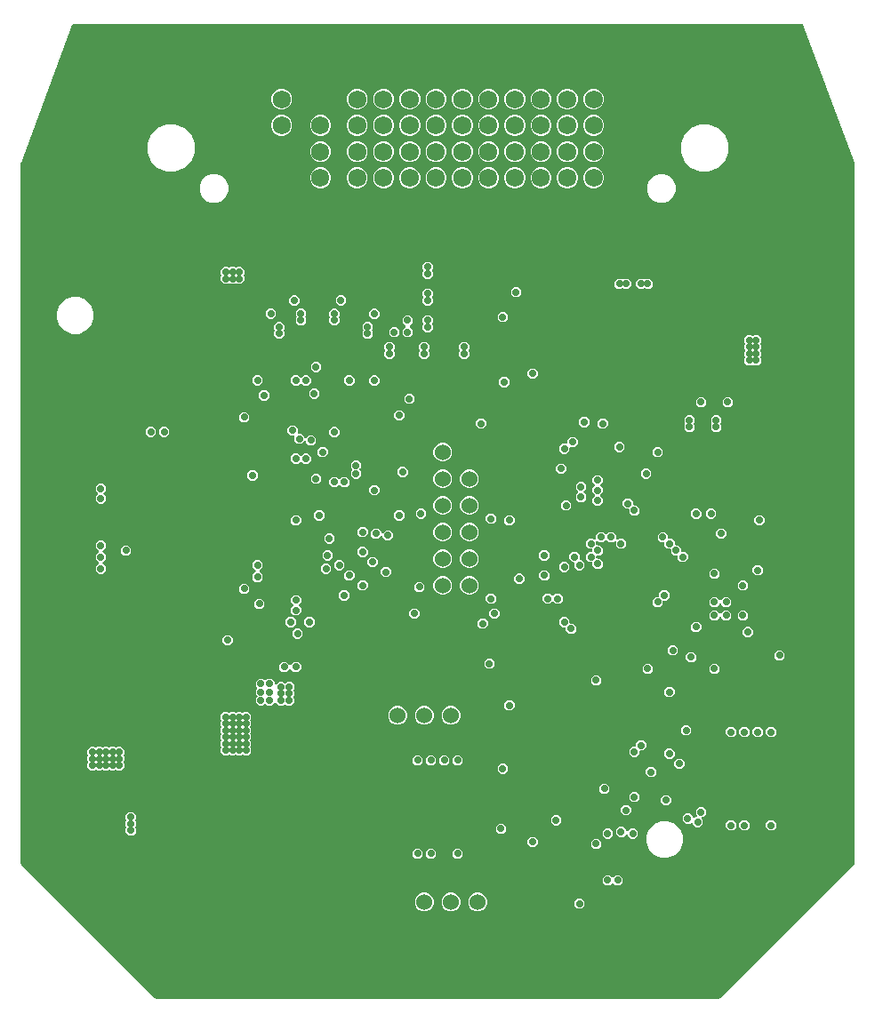
<source format=gbr>
G04 EAGLE Gerber RS-274X export*
G75*
%MOMM*%
%FSLAX34Y34*%
%LPD*%
%INCopper Layer 2*%
%IPPOS*%
%AMOC8*
5,1,8,0,0,1.08239X$1,22.5*%
G01*
%ADD10C,1.524000*%
%ADD11C,1.725000*%
%ADD12C,0.711200*%
%ADD13C,4.616000*%
%ADD14C,1.006400*%

G36*
X668351Y3188D02*
X668351Y3188D01*
X668438Y3191D01*
X668491Y3208D01*
X668546Y3216D01*
X668625Y3251D01*
X668709Y3278D01*
X668748Y3306D01*
X668805Y3332D01*
X668918Y3428D01*
X668982Y3473D01*
X796527Y131018D01*
X796579Y131088D01*
X796639Y131152D01*
X796665Y131201D01*
X796698Y131245D01*
X796729Y131327D01*
X796769Y131405D01*
X796777Y131452D01*
X796799Y131511D01*
X796811Y131659D01*
X796824Y131736D01*
X796824Y799249D01*
X796823Y799260D01*
X796824Y799272D01*
X796812Y799332D01*
X796784Y799530D01*
X796767Y799568D01*
X796761Y799601D01*
X748233Y930628D01*
X748223Y930646D01*
X748218Y930666D01*
X748156Y930770D01*
X748098Y930878D01*
X748083Y930893D01*
X748072Y930911D01*
X747984Y930994D01*
X747899Y931081D01*
X747880Y931091D01*
X747865Y931105D01*
X747757Y931161D01*
X747651Y931220D01*
X747631Y931225D01*
X747612Y931235D01*
X747538Y931247D01*
X747374Y931286D01*
X747322Y931283D01*
X747281Y931290D01*
X52719Y931290D01*
X52698Y931287D01*
X52677Y931289D01*
X52558Y931267D01*
X52438Y931250D01*
X52419Y931242D01*
X52398Y931238D01*
X52289Y931184D01*
X52178Y931134D01*
X52162Y931121D01*
X52143Y931111D01*
X52054Y931029D01*
X51961Y930951D01*
X51950Y930933D01*
X51934Y930919D01*
X51897Y930854D01*
X51804Y930714D01*
X51788Y930664D01*
X51767Y930628D01*
X3239Y799601D01*
X3236Y799590D01*
X3231Y799580D01*
X3221Y799520D01*
X3178Y799324D01*
X3181Y799282D01*
X3176Y799249D01*
X3176Y131736D01*
X3188Y131649D01*
X3191Y131562D01*
X3208Y131509D01*
X3216Y131454D01*
X3251Y131375D01*
X3278Y131291D01*
X3306Y131252D01*
X3332Y131195D01*
X3428Y131082D01*
X3473Y131018D01*
X131018Y3473D01*
X131088Y3421D01*
X131152Y3361D01*
X131201Y3335D01*
X131245Y3302D01*
X131327Y3271D01*
X131405Y3231D01*
X131452Y3223D01*
X131511Y3201D01*
X131659Y3189D01*
X131736Y3176D01*
X668264Y3176D01*
X668351Y3188D01*
G37*
%LPC*%
G36*
X649516Y790959D02*
X649516Y790959D01*
X641232Y794391D01*
X634891Y800732D01*
X631459Y809016D01*
X631459Y817984D01*
X634891Y826268D01*
X641232Y832609D01*
X649516Y836041D01*
X658484Y836041D01*
X666768Y832609D01*
X673109Y826268D01*
X676541Y817984D01*
X676541Y809016D01*
X673109Y800732D01*
X666768Y794391D01*
X658484Y790959D01*
X649516Y790959D01*
G37*
%LPD*%
%LPC*%
G36*
X141516Y790959D02*
X141516Y790959D01*
X133232Y794391D01*
X126891Y800732D01*
X123459Y809016D01*
X123459Y817984D01*
X126891Y826268D01*
X133232Y832609D01*
X141516Y836041D01*
X150484Y836041D01*
X158768Y832609D01*
X165109Y826268D01*
X168541Y817984D01*
X168541Y809016D01*
X165109Y800732D01*
X158768Y794391D01*
X150484Y790959D01*
X141516Y790959D01*
G37*
%LPD*%
%LPC*%
G36*
X196438Y234886D02*
X196438Y234886D01*
X193611Y237713D01*
X193611Y241712D01*
X194069Y242170D01*
X194104Y242216D01*
X194146Y242257D01*
X194189Y242330D01*
X194239Y242397D01*
X194260Y242451D01*
X194290Y242502D01*
X194311Y242584D01*
X194341Y242662D01*
X194346Y242721D01*
X194360Y242777D01*
X194357Y242862D01*
X194364Y242946D01*
X194353Y243003D01*
X194351Y243062D01*
X194325Y243142D01*
X194308Y243225D01*
X194281Y243276D01*
X194263Y243332D01*
X194223Y243388D01*
X194177Y243477D01*
X194109Y243549D01*
X194069Y243605D01*
X193611Y244063D01*
X193611Y248062D01*
X194069Y248520D01*
X194104Y248566D01*
X194146Y248607D01*
X194189Y248680D01*
X194239Y248747D01*
X194260Y248801D01*
X194290Y248852D01*
X194311Y248934D01*
X194341Y249012D01*
X194346Y249071D01*
X194360Y249127D01*
X194357Y249212D01*
X194364Y249296D01*
X194353Y249353D01*
X194351Y249412D01*
X194325Y249492D01*
X194308Y249575D01*
X194281Y249626D01*
X194263Y249682D01*
X194223Y249738D01*
X194177Y249827D01*
X194109Y249899D01*
X194069Y249955D01*
X193611Y250413D01*
X193611Y254412D01*
X194069Y254870D01*
X194104Y254916D01*
X194146Y254957D01*
X194189Y255030D01*
X194239Y255097D01*
X194260Y255151D01*
X194290Y255202D01*
X194311Y255284D01*
X194341Y255362D01*
X194346Y255421D01*
X194360Y255477D01*
X194357Y255562D01*
X194364Y255646D01*
X194353Y255703D01*
X194351Y255762D01*
X194325Y255842D01*
X194308Y255925D01*
X194281Y255976D01*
X194263Y256032D01*
X194223Y256088D01*
X194177Y256177D01*
X194109Y256249D01*
X194069Y256305D01*
X193611Y256763D01*
X193611Y260762D01*
X194069Y261220D01*
X194104Y261266D01*
X194146Y261307D01*
X194189Y261380D01*
X194239Y261447D01*
X194260Y261501D01*
X194290Y261552D01*
X194311Y261634D01*
X194341Y261712D01*
X194346Y261771D01*
X194360Y261827D01*
X194357Y261912D01*
X194364Y261996D01*
X194353Y262053D01*
X194351Y262112D01*
X194325Y262192D01*
X194308Y262275D01*
X194281Y262326D01*
X194263Y262382D01*
X194223Y262438D01*
X194177Y262527D01*
X194109Y262599D01*
X194069Y262655D01*
X193611Y263113D01*
X193611Y267112D01*
X194069Y267570D01*
X194104Y267616D01*
X194146Y267657D01*
X194189Y267730D01*
X194239Y267797D01*
X194260Y267851D01*
X194290Y267902D01*
X194311Y267984D01*
X194341Y268062D01*
X194346Y268121D01*
X194360Y268177D01*
X194357Y268262D01*
X194364Y268346D01*
X194353Y268403D01*
X194351Y268462D01*
X194325Y268542D01*
X194308Y268625D01*
X194281Y268676D01*
X194263Y268732D01*
X194223Y268788D01*
X194177Y268877D01*
X194109Y268949D01*
X194069Y269005D01*
X193611Y269463D01*
X193611Y273462D01*
X196438Y276289D01*
X200437Y276289D01*
X200895Y275831D01*
X200941Y275796D01*
X200982Y275754D01*
X201054Y275711D01*
X201122Y275661D01*
X201176Y275640D01*
X201227Y275610D01*
X201308Y275589D01*
X201387Y275559D01*
X201446Y275554D01*
X201502Y275540D01*
X201587Y275543D01*
X201671Y275536D01*
X201728Y275547D01*
X201787Y275549D01*
X201867Y275575D01*
X201949Y275592D01*
X202001Y275619D01*
X202057Y275637D01*
X202113Y275677D01*
X202202Y275723D01*
X202274Y275791D01*
X202330Y275831D01*
X202788Y276289D01*
X206787Y276289D01*
X207245Y275831D01*
X207291Y275796D01*
X207332Y275754D01*
X207404Y275711D01*
X207472Y275661D01*
X207526Y275640D01*
X207577Y275610D01*
X207658Y275589D01*
X207737Y275559D01*
X207796Y275554D01*
X207852Y275540D01*
X207937Y275543D01*
X208021Y275536D01*
X208078Y275547D01*
X208137Y275549D01*
X208217Y275575D01*
X208299Y275592D01*
X208351Y275619D01*
X208407Y275637D01*
X208463Y275677D01*
X208552Y275723D01*
X208624Y275791D01*
X208680Y275831D01*
X209138Y276289D01*
X213137Y276289D01*
X213595Y275831D01*
X213641Y275796D01*
X213682Y275754D01*
X213754Y275711D01*
X213822Y275661D01*
X213876Y275640D01*
X213927Y275610D01*
X214008Y275589D01*
X214087Y275559D01*
X214146Y275554D01*
X214202Y275540D01*
X214287Y275543D01*
X214371Y275536D01*
X214428Y275547D01*
X214487Y275549D01*
X214567Y275575D01*
X214649Y275592D01*
X214701Y275619D01*
X214757Y275637D01*
X214813Y275677D01*
X214902Y275723D01*
X214974Y275791D01*
X215030Y275831D01*
X215488Y276289D01*
X219487Y276289D01*
X222314Y273462D01*
X222314Y269463D01*
X221856Y269005D01*
X221821Y268959D01*
X221779Y268918D01*
X221736Y268845D01*
X221686Y268778D01*
X221665Y268724D01*
X221635Y268673D01*
X221614Y268591D01*
X221584Y268513D01*
X221579Y268454D01*
X221565Y268398D01*
X221568Y268313D01*
X221561Y268229D01*
X221572Y268172D01*
X221574Y268113D01*
X221600Y268033D01*
X221617Y267950D01*
X221644Y267899D01*
X221662Y267843D01*
X221702Y267787D01*
X221748Y267698D01*
X221816Y267626D01*
X221856Y267570D01*
X222314Y267112D01*
X222314Y263113D01*
X221856Y262655D01*
X221821Y262609D01*
X221779Y262568D01*
X221736Y262495D01*
X221686Y262428D01*
X221665Y262374D01*
X221635Y262323D01*
X221614Y262241D01*
X221584Y262163D01*
X221579Y262104D01*
X221565Y262048D01*
X221568Y261963D01*
X221561Y261879D01*
X221572Y261822D01*
X221574Y261763D01*
X221600Y261683D01*
X221617Y261600D01*
X221644Y261549D01*
X221662Y261493D01*
X221702Y261437D01*
X221748Y261348D01*
X221816Y261276D01*
X221856Y261220D01*
X222314Y260762D01*
X222314Y256763D01*
X221856Y256305D01*
X221821Y256259D01*
X221779Y256218D01*
X221736Y256145D01*
X221686Y256078D01*
X221665Y256024D01*
X221635Y255973D01*
X221614Y255891D01*
X221584Y255813D01*
X221579Y255754D01*
X221565Y255698D01*
X221568Y255613D01*
X221561Y255529D01*
X221572Y255472D01*
X221574Y255413D01*
X221600Y255333D01*
X221617Y255250D01*
X221644Y255199D01*
X221662Y255143D01*
X221702Y255087D01*
X221748Y254998D01*
X221816Y254926D01*
X221856Y254870D01*
X222314Y254412D01*
X222314Y250413D01*
X221856Y249955D01*
X221821Y249909D01*
X221779Y249868D01*
X221736Y249795D01*
X221686Y249728D01*
X221665Y249674D01*
X221635Y249623D01*
X221614Y249541D01*
X221584Y249463D01*
X221579Y249404D01*
X221565Y249348D01*
X221568Y249263D01*
X221561Y249179D01*
X221572Y249122D01*
X221574Y249063D01*
X221600Y248983D01*
X221617Y248900D01*
X221644Y248849D01*
X221662Y248793D01*
X221702Y248737D01*
X221748Y248648D01*
X221816Y248576D01*
X221856Y248520D01*
X222314Y248062D01*
X222314Y244063D01*
X221856Y243605D01*
X221821Y243559D01*
X221779Y243518D01*
X221736Y243445D01*
X221686Y243378D01*
X221665Y243324D01*
X221635Y243273D01*
X221614Y243191D01*
X221584Y243113D01*
X221579Y243054D01*
X221565Y242998D01*
X221568Y242913D01*
X221561Y242829D01*
X221572Y242772D01*
X221574Y242713D01*
X221600Y242633D01*
X221617Y242550D01*
X221644Y242499D01*
X221662Y242443D01*
X221702Y242387D01*
X221748Y242298D01*
X221816Y242226D01*
X221856Y242170D01*
X222314Y241712D01*
X222314Y237713D01*
X219487Y234886D01*
X215488Y234886D01*
X215030Y235344D01*
X214984Y235379D01*
X214943Y235421D01*
X214870Y235464D01*
X214803Y235514D01*
X214749Y235535D01*
X214698Y235565D01*
X214616Y235586D01*
X214538Y235616D01*
X214479Y235621D01*
X214423Y235635D01*
X214338Y235632D01*
X214254Y235639D01*
X214197Y235628D01*
X214138Y235626D01*
X214058Y235600D01*
X213975Y235583D01*
X213924Y235556D01*
X213868Y235538D01*
X213812Y235498D01*
X213723Y235452D01*
X213651Y235384D01*
X213595Y235344D01*
X213137Y234886D01*
X209138Y234886D01*
X208680Y235344D01*
X208634Y235379D01*
X208593Y235421D01*
X208521Y235464D01*
X208453Y235514D01*
X208399Y235535D01*
X208348Y235565D01*
X208267Y235586D01*
X208188Y235616D01*
X208129Y235621D01*
X208073Y235635D01*
X207988Y235632D01*
X207904Y235639D01*
X207847Y235628D01*
X207788Y235626D01*
X207708Y235600D01*
X207626Y235583D01*
X207574Y235556D01*
X207518Y235538D01*
X207462Y235498D01*
X207373Y235452D01*
X207301Y235384D01*
X207245Y235344D01*
X206787Y234886D01*
X202788Y234886D01*
X202330Y235344D01*
X202284Y235379D01*
X202243Y235421D01*
X202171Y235464D01*
X202103Y235514D01*
X202049Y235535D01*
X201998Y235565D01*
X201917Y235586D01*
X201838Y235616D01*
X201779Y235621D01*
X201723Y235635D01*
X201638Y235632D01*
X201554Y235639D01*
X201497Y235628D01*
X201438Y235626D01*
X201358Y235600D01*
X201276Y235583D01*
X201224Y235556D01*
X201168Y235538D01*
X201112Y235498D01*
X201023Y235452D01*
X200951Y235384D01*
X200895Y235344D01*
X200437Y234886D01*
X196438Y234886D01*
G37*
%LPD*%
%LPC*%
G36*
X51511Y636459D02*
X51511Y636459D01*
X45064Y639130D01*
X40130Y644064D01*
X37459Y650511D01*
X37459Y657489D01*
X40130Y663936D01*
X45064Y668870D01*
X51511Y671541D01*
X58489Y671541D01*
X64936Y668870D01*
X69870Y663936D01*
X72541Y657489D01*
X72541Y650511D01*
X69870Y644064D01*
X64936Y639130D01*
X58489Y636459D01*
X51511Y636459D01*
G37*
%LPD*%
%LPC*%
G36*
X612511Y137459D02*
X612511Y137459D01*
X606064Y140130D01*
X601130Y145064D01*
X598459Y151511D01*
X598459Y158489D01*
X601130Y164936D01*
X606064Y169870D01*
X612511Y172541D01*
X619489Y172541D01*
X625936Y169870D01*
X630870Y164936D01*
X633541Y158489D01*
X633541Y151511D01*
X630870Y145064D01*
X625936Y140130D01*
X619489Y137459D01*
X612511Y137459D01*
G37*
%LPD*%
%LPC*%
G36*
X229776Y282511D02*
X229776Y282511D01*
X226948Y285338D01*
X226948Y289337D01*
X228200Y290588D01*
X228235Y290635D01*
X228277Y290675D01*
X228320Y290748D01*
X228371Y290816D01*
X228392Y290870D01*
X228421Y290921D01*
X228442Y291002D01*
X228472Y291081D01*
X228477Y291140D01*
X228491Y291196D01*
X228489Y291280D01*
X228496Y291365D01*
X228484Y291422D01*
X228482Y291480D01*
X228456Y291561D01*
X228440Y291643D01*
X228413Y291695D01*
X228395Y291751D01*
X228355Y291807D01*
X228309Y291896D01*
X228240Y291968D01*
X228200Y292024D01*
X226948Y293276D01*
X226948Y297274D01*
X228200Y298526D01*
X228235Y298573D01*
X228277Y298613D01*
X228320Y298686D01*
X228371Y298753D01*
X228392Y298808D01*
X228421Y298858D01*
X228442Y298940D01*
X228472Y299019D01*
X228477Y299077D01*
X228491Y299134D01*
X228489Y299218D01*
X228496Y299302D01*
X228484Y299359D01*
X228482Y299418D01*
X228456Y299498D01*
X228440Y299581D01*
X228413Y299633D01*
X228395Y299688D01*
X228355Y299744D01*
X228309Y299833D01*
X228240Y299906D01*
X228200Y299962D01*
X226948Y301213D01*
X226948Y305212D01*
X229776Y308039D01*
X233774Y308039D01*
X235026Y306788D01*
X235073Y306753D01*
X235113Y306710D01*
X235186Y306667D01*
X235253Y306617D01*
X235308Y306596D01*
X235358Y306566D01*
X235440Y306546D01*
X235519Y306516D01*
X235577Y306511D01*
X235634Y306496D01*
X235718Y306499D01*
X235802Y306492D01*
X235859Y306503D01*
X235918Y306505D01*
X235998Y306531D01*
X236081Y306548D01*
X236133Y306575D01*
X236188Y306593D01*
X236245Y306633D01*
X236333Y306679D01*
X236405Y306748D01*
X236462Y306788D01*
X237713Y308039D01*
X241712Y308039D01*
X244539Y305212D01*
X244539Y303029D01*
X244543Y303000D01*
X244541Y302970D01*
X244563Y302859D01*
X244579Y302747D01*
X244591Y302721D01*
X244597Y302692D01*
X244649Y302591D01*
X244695Y302488D01*
X244714Y302465D01*
X244728Y302439D01*
X244806Y302357D01*
X244879Y302271D01*
X244903Y302255D01*
X244924Y302233D01*
X245021Y302176D01*
X245116Y302113D01*
X245144Y302104D01*
X245169Y302090D01*
X245278Y302062D01*
X245387Y302027D01*
X245416Y302027D01*
X245444Y302020D01*
X245557Y302023D01*
X245671Y302020D01*
X245699Y302028D01*
X245729Y302029D01*
X245836Y302063D01*
X245946Y302092D01*
X245971Y302107D01*
X245999Y302116D01*
X246063Y302162D01*
X246190Y302237D01*
X246233Y302283D01*
X246272Y302311D01*
X248826Y304864D01*
X252824Y304864D01*
X254076Y303613D01*
X254123Y303578D01*
X254163Y303535D01*
X254236Y303492D01*
X254303Y303442D01*
X254358Y303421D01*
X254408Y303391D01*
X254490Y303371D01*
X254569Y303341D01*
X254627Y303336D01*
X254684Y303321D01*
X254768Y303324D01*
X254852Y303317D01*
X254909Y303328D01*
X254968Y303330D01*
X255048Y303356D01*
X255131Y303373D01*
X255183Y303400D01*
X255238Y303418D01*
X255295Y303458D01*
X255383Y303504D01*
X255455Y303573D01*
X255512Y303613D01*
X256763Y304864D01*
X260762Y304864D01*
X263589Y302037D01*
X263589Y298038D01*
X263131Y297580D01*
X263096Y297534D01*
X263054Y297493D01*
X263011Y297421D01*
X262961Y297353D01*
X262940Y297299D01*
X262910Y297248D01*
X262889Y297167D01*
X262859Y297088D01*
X262854Y297029D01*
X262840Y296973D01*
X262843Y296888D01*
X262836Y296804D01*
X262847Y296747D01*
X262849Y296688D01*
X262875Y296608D01*
X262892Y296526D01*
X262919Y296474D01*
X262937Y296418D01*
X262977Y296362D01*
X263023Y296273D01*
X263091Y296201D01*
X263131Y296145D01*
X263589Y295687D01*
X263589Y291688D01*
X263131Y291230D01*
X263096Y291184D01*
X263054Y291143D01*
X263011Y291070D01*
X262961Y291003D01*
X262940Y290949D01*
X262910Y290898D01*
X262889Y290816D01*
X262859Y290738D01*
X262854Y290679D01*
X262840Y290623D01*
X262843Y290538D01*
X262836Y290454D01*
X262847Y290397D01*
X262849Y290338D01*
X262875Y290258D01*
X262892Y290175D01*
X262919Y290124D01*
X262937Y290068D01*
X262977Y290012D01*
X263023Y289923D01*
X263066Y289878D01*
X263079Y289856D01*
X263106Y289830D01*
X263131Y289795D01*
X263589Y289337D01*
X263589Y285338D01*
X260762Y282511D01*
X256763Y282511D01*
X255512Y283762D01*
X255465Y283797D01*
X255425Y283840D01*
X255352Y283883D01*
X255284Y283933D01*
X255230Y283954D01*
X255179Y283984D01*
X255098Y284004D01*
X255019Y284034D01*
X254960Y284039D01*
X254904Y284054D01*
X254820Y284051D01*
X254735Y284058D01*
X254678Y284047D01*
X254620Y284045D01*
X254539Y284019D01*
X254457Y284002D01*
X254405Y283975D01*
X254349Y283957D01*
X254293Y283917D01*
X254204Y283871D01*
X254132Y283802D01*
X254076Y283762D01*
X252824Y282511D01*
X248826Y282511D01*
X245987Y285350D01*
X245940Y285385D01*
X245900Y285427D01*
X245827Y285470D01*
X245759Y285521D01*
X245705Y285542D01*
X245654Y285571D01*
X245573Y285592D01*
X245494Y285622D01*
X245435Y285627D01*
X245379Y285641D01*
X245295Y285639D01*
X245211Y285646D01*
X245153Y285634D01*
X245095Y285632D01*
X245014Y285606D01*
X244932Y285590D01*
X244880Y285563D01*
X244824Y285545D01*
X244768Y285505D01*
X244679Y285459D01*
X244607Y285390D01*
X244551Y285350D01*
X241712Y282511D01*
X237713Y282511D01*
X236462Y283762D01*
X236415Y283797D01*
X236375Y283840D01*
X236302Y283883D01*
X236234Y283933D01*
X236180Y283954D01*
X236129Y283984D01*
X236048Y284004D01*
X235969Y284034D01*
X235910Y284039D01*
X235854Y284054D01*
X235770Y284051D01*
X235686Y284058D01*
X235628Y284047D01*
X235570Y284045D01*
X235489Y284019D01*
X235407Y284002D01*
X235355Y283975D01*
X235299Y283957D01*
X235243Y283917D01*
X235154Y283871D01*
X235082Y283802D01*
X235026Y283762D01*
X233774Y282511D01*
X229776Y282511D01*
G37*
%LPD*%
%LPC*%
G36*
X69438Y220598D02*
X69438Y220598D01*
X66611Y223426D01*
X66611Y227424D01*
X67069Y227882D01*
X67104Y227929D01*
X67146Y227969D01*
X67189Y228042D01*
X67239Y228109D01*
X67260Y228164D01*
X67290Y228214D01*
X67311Y228296D01*
X67341Y228375D01*
X67346Y228433D01*
X67360Y228490D01*
X67357Y228574D01*
X67364Y228658D01*
X67353Y228716D01*
X67351Y228774D01*
X67325Y228854D01*
X67308Y228937D01*
X67281Y228989D01*
X67263Y229045D01*
X67223Y229101D01*
X67177Y229189D01*
X67109Y229262D01*
X67069Y229318D01*
X66611Y229776D01*
X66611Y233774D01*
X67069Y234232D01*
X67104Y234279D01*
X67146Y234319D01*
X67189Y234392D01*
X67239Y234459D01*
X67260Y234514D01*
X67290Y234564D01*
X67311Y234646D01*
X67341Y234725D01*
X67346Y234783D01*
X67360Y234840D01*
X67357Y234924D01*
X67364Y235008D01*
X67353Y235066D01*
X67351Y235124D01*
X67325Y235204D01*
X67308Y235287D01*
X67281Y235339D01*
X67263Y235395D01*
X67223Y235451D01*
X67177Y235539D01*
X67109Y235612D01*
X67069Y235668D01*
X66611Y236126D01*
X66611Y240124D01*
X69438Y242952D01*
X73437Y242952D01*
X73895Y242494D01*
X73941Y242459D01*
X73982Y242416D01*
X74054Y242374D01*
X74122Y242323D01*
X74176Y242302D01*
X74227Y242273D01*
X74308Y242252D01*
X74387Y242222D01*
X74446Y242217D01*
X74502Y242203D01*
X74587Y242205D01*
X74671Y242198D01*
X74728Y242210D01*
X74787Y242212D01*
X74867Y242238D01*
X74949Y242254D01*
X75001Y242281D01*
X75057Y242299D01*
X75113Y242339D01*
X75202Y242385D01*
X75274Y242454D01*
X75330Y242494D01*
X75788Y242952D01*
X79787Y242952D01*
X80245Y242494D01*
X80291Y242459D01*
X80332Y242416D01*
X80405Y242374D01*
X80472Y242323D01*
X80526Y242302D01*
X80577Y242273D01*
X80659Y242252D01*
X80737Y242222D01*
X80796Y242217D01*
X80852Y242203D01*
X80937Y242205D01*
X81021Y242198D01*
X81078Y242210D01*
X81137Y242212D01*
X81217Y242238D01*
X81300Y242254D01*
X81351Y242281D01*
X81407Y242299D01*
X81463Y242339D01*
X81552Y242385D01*
X81624Y242454D01*
X81680Y242494D01*
X82138Y242952D01*
X86137Y242952D01*
X86595Y242494D01*
X86641Y242459D01*
X86682Y242416D01*
X86754Y242374D01*
X86822Y242323D01*
X86876Y242302D01*
X86927Y242273D01*
X87008Y242252D01*
X87087Y242222D01*
X87146Y242217D01*
X87202Y242203D01*
X87287Y242205D01*
X87371Y242198D01*
X87428Y242210D01*
X87487Y242212D01*
X87567Y242238D01*
X87649Y242254D01*
X87701Y242281D01*
X87757Y242299D01*
X87813Y242339D01*
X87902Y242385D01*
X87974Y242454D01*
X88030Y242494D01*
X88488Y242952D01*
X92487Y242952D01*
X92945Y242494D01*
X92991Y242459D01*
X93032Y242416D01*
X93104Y242374D01*
X93172Y242323D01*
X93226Y242302D01*
X93277Y242273D01*
X93358Y242252D01*
X93437Y242222D01*
X93496Y242217D01*
X93552Y242203D01*
X93637Y242205D01*
X93721Y242198D01*
X93778Y242210D01*
X93837Y242212D01*
X93917Y242238D01*
X93999Y242254D01*
X94051Y242281D01*
X94107Y242299D01*
X94163Y242339D01*
X94252Y242385D01*
X94324Y242454D01*
X94380Y242494D01*
X94838Y242952D01*
X98837Y242952D01*
X101664Y240124D01*
X101664Y236126D01*
X101206Y235668D01*
X101171Y235621D01*
X101129Y235581D01*
X101086Y235508D01*
X101036Y235441D01*
X101015Y235386D01*
X100985Y235336D01*
X100964Y235254D01*
X100934Y235175D01*
X100929Y235117D01*
X100915Y235060D01*
X100918Y234976D01*
X100911Y234892D01*
X100922Y234834D01*
X100924Y234776D01*
X100950Y234696D01*
X100967Y234613D01*
X100994Y234561D01*
X101012Y234505D01*
X101052Y234449D01*
X101098Y234361D01*
X101166Y234288D01*
X101206Y234232D01*
X101664Y233774D01*
X101664Y229776D01*
X101206Y229318D01*
X101171Y229271D01*
X101129Y229231D01*
X101086Y229158D01*
X101036Y229091D01*
X101015Y229036D01*
X100985Y228986D01*
X100964Y228904D01*
X100934Y228825D01*
X100929Y228767D01*
X100915Y228710D01*
X100918Y228626D01*
X100911Y228542D01*
X100922Y228484D01*
X100924Y228426D01*
X100950Y228346D01*
X100967Y228263D01*
X100994Y228211D01*
X101012Y228155D01*
X101052Y228099D01*
X101098Y228011D01*
X101160Y227945D01*
X101172Y227925D01*
X101184Y227914D01*
X101206Y227882D01*
X101664Y227424D01*
X101664Y223426D01*
X98837Y220598D01*
X94838Y220598D01*
X94380Y221056D01*
X94334Y221091D01*
X94293Y221134D01*
X94220Y221176D01*
X94153Y221227D01*
X94099Y221248D01*
X94048Y221277D01*
X93966Y221298D01*
X93888Y221328D01*
X93829Y221333D01*
X93773Y221347D01*
X93688Y221345D01*
X93604Y221352D01*
X93547Y221340D01*
X93488Y221338D01*
X93408Y221312D01*
X93325Y221296D01*
X93274Y221269D01*
X93218Y221251D01*
X93162Y221211D01*
X93073Y221165D01*
X93001Y221096D01*
X92945Y221056D01*
X92487Y220598D01*
X88488Y220598D01*
X88030Y221056D01*
X87984Y221091D01*
X87943Y221134D01*
X87870Y221176D01*
X87803Y221227D01*
X87749Y221248D01*
X87698Y221277D01*
X87616Y221298D01*
X87538Y221328D01*
X87479Y221333D01*
X87423Y221347D01*
X87338Y221345D01*
X87254Y221352D01*
X87197Y221340D01*
X87138Y221338D01*
X87058Y221312D01*
X86975Y221296D01*
X86924Y221269D01*
X86868Y221251D01*
X86812Y221211D01*
X86723Y221165D01*
X86651Y221096D01*
X86595Y221056D01*
X86137Y220598D01*
X82138Y220598D01*
X81680Y221056D01*
X81634Y221091D01*
X81593Y221134D01*
X81521Y221176D01*
X81453Y221227D01*
X81399Y221248D01*
X81348Y221277D01*
X81267Y221298D01*
X81188Y221328D01*
X81129Y221333D01*
X81073Y221347D01*
X80988Y221345D01*
X80904Y221352D01*
X80847Y221340D01*
X80788Y221338D01*
X80708Y221312D01*
X80626Y221296D01*
X80574Y221269D01*
X80518Y221251D01*
X80462Y221211D01*
X80373Y221165D01*
X80301Y221096D01*
X80245Y221056D01*
X79787Y220598D01*
X75788Y220598D01*
X75330Y221056D01*
X75284Y221091D01*
X75243Y221134D01*
X75170Y221176D01*
X75103Y221227D01*
X75049Y221248D01*
X74998Y221277D01*
X74916Y221298D01*
X74838Y221328D01*
X74779Y221333D01*
X74723Y221347D01*
X74638Y221345D01*
X74554Y221352D01*
X74497Y221340D01*
X74438Y221338D01*
X74358Y221312D01*
X74275Y221296D01*
X74224Y221269D01*
X74168Y221251D01*
X74112Y221211D01*
X74023Y221165D01*
X73951Y221096D01*
X73895Y221056D01*
X73437Y220598D01*
X69438Y220598D01*
G37*
%LPD*%
%LPC*%
G36*
X184307Y761459D02*
X184307Y761459D01*
X179330Y763521D01*
X175521Y767330D01*
X173459Y772307D01*
X173459Y777693D01*
X175521Y782670D01*
X179330Y786479D01*
X184307Y788541D01*
X189693Y788541D01*
X194670Y786479D01*
X198479Y782670D01*
X200541Y777693D01*
X200541Y772307D01*
X198479Y767330D01*
X194670Y763521D01*
X189693Y761459D01*
X184307Y761459D01*
G37*
%LPD*%
%LPC*%
G36*
X610307Y761459D02*
X610307Y761459D01*
X605330Y763521D01*
X601521Y767330D01*
X599459Y772307D01*
X599459Y777693D01*
X601521Y782670D01*
X605330Y786479D01*
X610307Y788541D01*
X615693Y788541D01*
X620670Y786479D01*
X624479Y782670D01*
X626541Y777693D01*
X626541Y772307D01*
X624479Y767330D01*
X620670Y763521D01*
X615693Y761459D01*
X610307Y761459D01*
G37*
%LPD*%
%LPC*%
G36*
X550451Y412686D02*
X550451Y412686D01*
X547623Y415513D01*
X547623Y418021D01*
X547615Y418078D01*
X547617Y418137D01*
X547595Y418218D01*
X547583Y418302D01*
X547560Y418355D01*
X547545Y418412D01*
X547502Y418484D01*
X547467Y418561D01*
X547429Y418606D01*
X547400Y418656D01*
X547338Y418714D01*
X547284Y418778D01*
X547235Y418811D01*
X547192Y418851D01*
X547117Y418889D01*
X547047Y418936D01*
X546991Y418954D01*
X546939Y418980D01*
X546871Y418992D01*
X546776Y419022D01*
X546676Y419024D01*
X546608Y419036D01*
X544101Y419036D01*
X541273Y421863D01*
X541273Y425862D01*
X544101Y428689D01*
X546608Y428689D01*
X546666Y428697D01*
X546724Y428696D01*
X546806Y428717D01*
X546890Y428729D01*
X546943Y428753D01*
X546999Y428768D01*
X547072Y428811D01*
X547149Y428845D01*
X547194Y428883D01*
X547244Y428913D01*
X547302Y428975D01*
X547366Y429029D01*
X547398Y429078D01*
X547438Y429120D01*
X547477Y429195D01*
X547524Y429266D01*
X547541Y429321D01*
X547568Y429373D01*
X547579Y429441D01*
X547609Y429537D01*
X547612Y429636D01*
X547623Y429704D01*
X547623Y430721D01*
X547615Y430778D01*
X547617Y430837D01*
X547595Y430918D01*
X547583Y431002D01*
X547560Y431055D01*
X547545Y431112D01*
X547502Y431184D01*
X547467Y431261D01*
X547429Y431306D01*
X547400Y431356D01*
X547338Y431414D01*
X547284Y431478D01*
X547235Y431511D01*
X547192Y431551D01*
X547117Y431589D01*
X547047Y431636D01*
X546991Y431654D01*
X546939Y431680D01*
X546871Y431692D01*
X546776Y431722D01*
X546676Y431724D01*
X546608Y431736D01*
X544101Y431736D01*
X541273Y434563D01*
X541273Y438562D01*
X544101Y441389D01*
X548099Y441389D01*
X549065Y440423D01*
X549089Y440406D01*
X549108Y440383D01*
X549202Y440321D01*
X549292Y440252D01*
X549320Y440242D01*
X549344Y440226D01*
X549452Y440192D01*
X549558Y440151D01*
X549587Y440149D01*
X549615Y440140D01*
X549729Y440137D01*
X549841Y440128D01*
X549870Y440133D01*
X549899Y440133D01*
X550009Y440161D01*
X550120Y440184D01*
X550146Y440197D01*
X550174Y440205D01*
X550272Y440262D01*
X550372Y440315D01*
X550394Y440335D01*
X550419Y440350D01*
X550496Y440432D01*
X550578Y440510D01*
X550593Y440536D01*
X550613Y440557D01*
X550665Y440658D01*
X550722Y440756D01*
X550729Y440784D01*
X550743Y440810D01*
X550756Y440888D01*
X550792Y441031D01*
X550790Y441094D01*
X550798Y441141D01*
X550798Y444912D01*
X553626Y447739D01*
X557624Y447739D01*
X559670Y445694D01*
X559716Y445659D01*
X559757Y445616D01*
X559829Y445574D01*
X559897Y445523D01*
X559951Y445502D01*
X560002Y445473D01*
X560084Y445452D01*
X560162Y445422D01*
X560221Y445417D01*
X560277Y445403D01*
X560362Y445405D01*
X560446Y445398D01*
X560503Y445410D01*
X560562Y445412D01*
X560642Y445438D01*
X560724Y445454D01*
X560776Y445481D01*
X560832Y445499D01*
X560888Y445539D01*
X560977Y445585D01*
X561049Y445654D01*
X561105Y445694D01*
X563151Y447739D01*
X567149Y447739D01*
X569977Y444912D01*
X569977Y441141D01*
X569981Y441112D01*
X569978Y441083D01*
X570001Y440972D01*
X570017Y440860D01*
X570029Y440833D01*
X570034Y440804D01*
X570087Y440704D01*
X570133Y440600D01*
X570152Y440578D01*
X570165Y440552D01*
X570243Y440470D01*
X570316Y440383D01*
X570341Y440367D01*
X570361Y440346D01*
X570459Y440289D01*
X570553Y440226D01*
X570581Y440217D01*
X570606Y440202D01*
X570716Y440174D01*
X570824Y440140D01*
X570854Y440139D01*
X570882Y440132D01*
X570995Y440136D01*
X571108Y440133D01*
X571137Y440140D01*
X571166Y440141D01*
X571274Y440176D01*
X571383Y440205D01*
X571409Y440219D01*
X571437Y440229D01*
X571501Y440274D01*
X571628Y440350D01*
X571671Y440395D01*
X571710Y440423D01*
X572676Y441389D01*
X576674Y441389D01*
X579502Y438562D01*
X579502Y434563D01*
X576674Y431736D01*
X572676Y431736D01*
X569848Y434563D01*
X569848Y438334D01*
X569844Y438363D01*
X569847Y438392D01*
X569824Y438503D01*
X569808Y438615D01*
X569796Y438642D01*
X569791Y438671D01*
X569738Y438771D01*
X569692Y438875D01*
X569673Y438897D01*
X569660Y438923D01*
X569582Y439005D01*
X569509Y439092D01*
X569484Y439108D01*
X569464Y439129D01*
X569366Y439186D01*
X569272Y439249D01*
X569244Y439258D01*
X569219Y439273D01*
X569109Y439301D01*
X569001Y439335D01*
X568971Y439336D01*
X568943Y439343D01*
X568830Y439339D01*
X568717Y439342D01*
X568688Y439335D01*
X568659Y439334D01*
X568551Y439299D01*
X568442Y439270D01*
X568416Y439256D01*
X568388Y439246D01*
X568324Y439201D01*
X568197Y439125D01*
X568154Y439080D01*
X568115Y439052D01*
X567149Y438086D01*
X563151Y438086D01*
X561105Y440131D01*
X561059Y440166D01*
X561018Y440209D01*
X560946Y440251D01*
X560878Y440302D01*
X560824Y440323D01*
X560773Y440352D01*
X560691Y440373D01*
X560613Y440403D01*
X560554Y440408D01*
X560498Y440422D01*
X560413Y440420D01*
X560329Y440427D01*
X560272Y440415D01*
X560213Y440413D01*
X560133Y440387D01*
X560050Y440371D01*
X559999Y440344D01*
X559943Y440326D01*
X559887Y440286D01*
X559798Y440240D01*
X559726Y440171D01*
X559670Y440131D01*
X557624Y438086D01*
X553626Y438086D01*
X552660Y439052D01*
X552636Y439069D01*
X552617Y439092D01*
X552523Y439154D01*
X552433Y439223D01*
X552405Y439233D01*
X552381Y439249D01*
X552273Y439283D01*
X552167Y439324D01*
X552138Y439326D01*
X552110Y439335D01*
X551996Y439338D01*
X551884Y439347D01*
X551855Y439342D01*
X551826Y439342D01*
X551716Y439314D01*
X551605Y439291D01*
X551579Y439278D01*
X551551Y439270D01*
X551453Y439213D01*
X551353Y439160D01*
X551331Y439140D01*
X551306Y439125D01*
X551229Y439043D01*
X551147Y438965D01*
X551132Y438939D01*
X551112Y438918D01*
X551060Y438817D01*
X551003Y438719D01*
X550996Y438691D01*
X550982Y438665D01*
X550969Y438587D01*
X550933Y438444D01*
X550935Y438381D01*
X550927Y438334D01*
X550927Y436054D01*
X550935Y435997D01*
X550933Y435938D01*
X550955Y435857D01*
X550967Y435773D01*
X550990Y435720D01*
X551005Y435663D01*
X551048Y435591D01*
X551083Y435514D01*
X551121Y435469D01*
X551150Y435419D01*
X551212Y435361D01*
X551266Y435297D01*
X551315Y435264D01*
X551358Y435224D01*
X551433Y435186D01*
X551503Y435139D01*
X551559Y435121D01*
X551611Y435095D01*
X551679Y435083D01*
X551774Y435053D01*
X551874Y435051D01*
X551942Y435039D01*
X554449Y435039D01*
X557277Y432212D01*
X557277Y428213D01*
X554449Y425386D01*
X551942Y425386D01*
X551884Y425378D01*
X551826Y425379D01*
X551744Y425358D01*
X551660Y425346D01*
X551607Y425322D01*
X551551Y425307D01*
X551478Y425264D01*
X551401Y425230D01*
X551356Y425192D01*
X551306Y425162D01*
X551248Y425100D01*
X551184Y425046D01*
X551152Y424997D01*
X551112Y424955D01*
X551073Y424880D01*
X551026Y424809D01*
X551009Y424754D01*
X550982Y424702D01*
X550971Y424634D01*
X550941Y424538D01*
X550938Y424439D01*
X550927Y424371D01*
X550927Y423354D01*
X550935Y423297D01*
X550933Y423238D01*
X550955Y423157D01*
X550967Y423073D01*
X550990Y423020D01*
X551005Y422963D01*
X551048Y422891D01*
X551083Y422814D01*
X551121Y422769D01*
X551150Y422719D01*
X551212Y422661D01*
X551266Y422597D01*
X551315Y422564D01*
X551358Y422524D01*
X551433Y422486D01*
X551503Y422439D01*
X551559Y422421D01*
X551611Y422395D01*
X551679Y422383D01*
X551774Y422353D01*
X551874Y422351D01*
X551942Y422339D01*
X554449Y422339D01*
X557277Y419512D01*
X557277Y415513D01*
X554449Y412686D01*
X550451Y412686D01*
G37*
%LPD*%
%LPC*%
G36*
X694913Y606361D02*
X694913Y606361D01*
X692086Y609188D01*
X692086Y613187D01*
X692544Y613645D01*
X692559Y613665D01*
X692577Y613681D01*
X692594Y613706D01*
X692621Y613732D01*
X692664Y613804D01*
X692714Y613872D01*
X692728Y613906D01*
X692735Y613917D01*
X692741Y613936D01*
X692765Y613977D01*
X692786Y614058D01*
X692816Y614137D01*
X692820Y614185D01*
X692821Y614188D01*
X692821Y614197D01*
X692835Y614252D01*
X692832Y614337D01*
X692839Y614421D01*
X692828Y614478D01*
X692826Y614537D01*
X692800Y614617D01*
X692783Y614699D01*
X692756Y614751D01*
X692738Y614807D01*
X692698Y614863D01*
X692652Y614952D01*
X692584Y615024D01*
X692544Y615080D01*
X692086Y615538D01*
X692086Y619537D01*
X692544Y619995D01*
X692579Y620041D01*
X692621Y620082D01*
X692664Y620155D01*
X692714Y620222D01*
X692735Y620276D01*
X692765Y620327D01*
X692786Y620409D01*
X692816Y620487D01*
X692821Y620546D01*
X692835Y620602D01*
X692832Y620687D01*
X692839Y620771D01*
X692828Y620828D01*
X692826Y620887D01*
X692800Y620967D01*
X692783Y621050D01*
X692756Y621101D01*
X692738Y621157D01*
X692698Y621213D01*
X692652Y621302D01*
X692584Y621374D01*
X692544Y621430D01*
X692086Y621888D01*
X692086Y625887D01*
X692544Y626345D01*
X692579Y626391D01*
X692621Y626432D01*
X692664Y626505D01*
X692714Y626572D01*
X692735Y626626D01*
X692765Y626677D01*
X692786Y626759D01*
X692816Y626837D01*
X692821Y626896D01*
X692835Y626952D01*
X692832Y627037D01*
X692839Y627121D01*
X692828Y627178D01*
X692826Y627237D01*
X692800Y627317D01*
X692783Y627400D01*
X692756Y627451D01*
X692738Y627507D01*
X692698Y627563D01*
X692652Y627652D01*
X692584Y627724D01*
X692544Y627780D01*
X692086Y628238D01*
X692086Y632237D01*
X694913Y635064D01*
X698912Y635064D01*
X699370Y634606D01*
X699416Y634571D01*
X699457Y634529D01*
X699529Y634486D01*
X699597Y634436D01*
X699651Y634415D01*
X699702Y634385D01*
X699783Y634364D01*
X699862Y634334D01*
X699921Y634329D01*
X699977Y634315D01*
X700062Y634318D01*
X700146Y634311D01*
X700203Y634322D01*
X700262Y634324D01*
X700342Y634350D01*
X700424Y634367D01*
X700476Y634394D01*
X700532Y634412D01*
X700588Y634452D01*
X700677Y634498D01*
X700749Y634566D01*
X700805Y634606D01*
X701263Y635064D01*
X705262Y635064D01*
X708089Y632237D01*
X708089Y628238D01*
X707631Y627780D01*
X707596Y627734D01*
X707554Y627693D01*
X707511Y627620D01*
X707461Y627553D01*
X707440Y627499D01*
X707410Y627448D01*
X707389Y627366D01*
X707359Y627288D01*
X707354Y627229D01*
X707340Y627173D01*
X707343Y627088D01*
X707336Y627004D01*
X707347Y626947D01*
X707349Y626888D01*
X707375Y626808D01*
X707392Y626725D01*
X707419Y626674D01*
X707437Y626618D01*
X707477Y626562D01*
X707523Y626473D01*
X707591Y626401D01*
X707631Y626345D01*
X708089Y625887D01*
X708089Y621888D01*
X707631Y621430D01*
X707596Y621384D01*
X707554Y621343D01*
X707511Y621271D01*
X707461Y621203D01*
X707440Y621149D01*
X707410Y621098D01*
X707389Y621017D01*
X707359Y620938D01*
X707354Y620879D01*
X707340Y620823D01*
X707343Y620738D01*
X707336Y620654D01*
X707347Y620597D01*
X707349Y620538D01*
X707375Y620458D01*
X707392Y620376D01*
X707419Y620324D01*
X707437Y620268D01*
X707477Y620212D01*
X707523Y620123D01*
X707591Y620051D01*
X707631Y619995D01*
X708089Y619537D01*
X708089Y615538D01*
X707631Y615080D01*
X707596Y615034D01*
X707554Y614993D01*
X707511Y614920D01*
X707461Y614853D01*
X707440Y614799D01*
X707410Y614748D01*
X707389Y614666D01*
X707359Y614588D01*
X707354Y614529D01*
X707340Y614473D01*
X707343Y614388D01*
X707336Y614304D01*
X707347Y614247D01*
X707347Y614240D01*
X707348Y614238D01*
X707349Y614188D01*
X707375Y614108D01*
X707392Y614025D01*
X707415Y613981D01*
X707419Y613965D01*
X707424Y613955D01*
X707437Y613918D01*
X707477Y613862D01*
X707523Y613773D01*
X707550Y613745D01*
X707564Y613720D01*
X707604Y613683D01*
X707631Y613645D01*
X708089Y613187D01*
X708089Y609188D01*
X705262Y606361D01*
X701263Y606361D01*
X700805Y606819D01*
X700759Y606854D01*
X700718Y606896D01*
X700645Y606939D01*
X700578Y606989D01*
X700524Y607010D01*
X700473Y607040D01*
X700391Y607061D01*
X700313Y607091D01*
X700254Y607096D01*
X700198Y607110D01*
X700113Y607107D01*
X700029Y607114D01*
X699972Y607103D01*
X699913Y607101D01*
X699833Y607075D01*
X699750Y607058D01*
X699699Y607031D01*
X699643Y607013D01*
X699587Y606973D01*
X699498Y606927D01*
X699426Y606859D01*
X699370Y606819D01*
X698912Y606361D01*
X694913Y606361D01*
G37*
%LPD*%
%LPC*%
G36*
X196438Y684148D02*
X196438Y684148D01*
X193611Y686976D01*
X193611Y690974D01*
X194069Y691432D01*
X194104Y691479D01*
X194146Y691519D01*
X194189Y691592D01*
X194239Y691659D01*
X194260Y691714D01*
X194290Y691764D01*
X194311Y691846D01*
X194341Y691925D01*
X194346Y691983D01*
X194360Y692040D01*
X194357Y692124D01*
X194364Y692208D01*
X194353Y692266D01*
X194351Y692324D01*
X194325Y692404D01*
X194308Y692487D01*
X194281Y692539D01*
X194263Y692595D01*
X194223Y692651D01*
X194177Y692739D01*
X194109Y692812D01*
X194069Y692868D01*
X193611Y693326D01*
X193611Y697324D01*
X196438Y700152D01*
X200437Y700152D01*
X200895Y699694D01*
X200941Y699659D01*
X200982Y699616D01*
X201054Y699574D01*
X201122Y699523D01*
X201176Y699502D01*
X201227Y699473D01*
X201308Y699452D01*
X201387Y699422D01*
X201446Y699417D01*
X201502Y699403D01*
X201587Y699405D01*
X201671Y699398D01*
X201728Y699410D01*
X201787Y699412D01*
X201867Y699438D01*
X201949Y699454D01*
X202001Y699481D01*
X202057Y699499D01*
X202113Y699539D01*
X202202Y699585D01*
X202274Y699654D01*
X202330Y699694D01*
X202788Y700152D01*
X206787Y700152D01*
X207245Y699694D01*
X207291Y699659D01*
X207332Y699616D01*
X207404Y699574D01*
X207472Y699523D01*
X207526Y699502D01*
X207577Y699473D01*
X207658Y699452D01*
X207737Y699422D01*
X207796Y699417D01*
X207852Y699403D01*
X207937Y699405D01*
X208021Y699398D01*
X208078Y699410D01*
X208137Y699412D01*
X208217Y699438D01*
X208299Y699454D01*
X208351Y699481D01*
X208407Y699499D01*
X208463Y699539D01*
X208552Y699585D01*
X208624Y699654D01*
X208680Y699694D01*
X209138Y700152D01*
X213137Y700152D01*
X215964Y697324D01*
X215964Y693326D01*
X215506Y692868D01*
X215471Y692821D01*
X215429Y692781D01*
X215386Y692708D01*
X215336Y692641D01*
X215315Y692586D01*
X215285Y692536D01*
X215264Y692454D01*
X215234Y692375D01*
X215229Y692317D01*
X215215Y692260D01*
X215218Y692176D01*
X215211Y692092D01*
X215222Y692034D01*
X215224Y691976D01*
X215250Y691896D01*
X215267Y691813D01*
X215294Y691761D01*
X215312Y691705D01*
X215352Y691649D01*
X215398Y691561D01*
X215466Y691488D01*
X215506Y691432D01*
X215964Y690974D01*
X215964Y686976D01*
X213137Y684148D01*
X209138Y684148D01*
X208680Y684606D01*
X208634Y684641D01*
X208593Y684684D01*
X208521Y684726D01*
X208453Y684777D01*
X208399Y684798D01*
X208348Y684827D01*
X208267Y684848D01*
X208188Y684878D01*
X208129Y684883D01*
X208073Y684897D01*
X207988Y684895D01*
X207904Y684902D01*
X207847Y684890D01*
X207788Y684888D01*
X207708Y684862D01*
X207626Y684846D01*
X207574Y684819D01*
X207518Y684801D01*
X207462Y684761D01*
X207373Y684715D01*
X207301Y684646D01*
X207245Y684606D01*
X206787Y684148D01*
X202788Y684148D01*
X202330Y684606D01*
X202284Y684641D01*
X202243Y684684D01*
X202171Y684726D01*
X202103Y684777D01*
X202049Y684798D01*
X201998Y684827D01*
X201917Y684848D01*
X201838Y684878D01*
X201779Y684883D01*
X201723Y684897D01*
X201638Y684895D01*
X201554Y684902D01*
X201497Y684890D01*
X201438Y684888D01*
X201358Y684862D01*
X201276Y684846D01*
X201224Y684819D01*
X201168Y684801D01*
X201112Y684761D01*
X201023Y684715D01*
X200951Y684646D01*
X200895Y684606D01*
X200437Y684148D01*
X196438Y684148D01*
G37*
%LPD*%
%LPC*%
G36*
X421532Y800104D02*
X421532Y800104D01*
X417894Y801611D01*
X415111Y804394D01*
X413604Y808032D01*
X413604Y811968D01*
X415111Y815606D01*
X417894Y818389D01*
X421532Y819896D01*
X425468Y819896D01*
X429106Y818389D01*
X431889Y815606D01*
X433396Y811968D01*
X433396Y808032D01*
X431889Y804394D01*
X429106Y801611D01*
X425468Y800104D01*
X421532Y800104D01*
G37*
%LPD*%
%LPC*%
G36*
X471532Y850104D02*
X471532Y850104D01*
X467894Y851611D01*
X465111Y854394D01*
X463604Y858032D01*
X463604Y861968D01*
X465111Y865606D01*
X467894Y868389D01*
X471532Y869896D01*
X475468Y869896D01*
X479106Y868389D01*
X481889Y865606D01*
X483396Y861968D01*
X483396Y858032D01*
X481889Y854394D01*
X479106Y851611D01*
X475468Y850104D01*
X471532Y850104D01*
G37*
%LPD*%
%LPC*%
G36*
X396532Y800104D02*
X396532Y800104D01*
X392894Y801611D01*
X390111Y804394D01*
X388604Y808032D01*
X388604Y811968D01*
X390111Y815606D01*
X392894Y818389D01*
X396532Y819896D01*
X400468Y819896D01*
X404106Y818389D01*
X406889Y815606D01*
X408396Y811968D01*
X408396Y808032D01*
X406889Y804394D01*
X404106Y801611D01*
X400468Y800104D01*
X396532Y800104D01*
G37*
%LPD*%
%LPC*%
G36*
X346532Y800104D02*
X346532Y800104D01*
X342894Y801611D01*
X340111Y804394D01*
X338604Y808032D01*
X338604Y811968D01*
X340111Y815606D01*
X342894Y818389D01*
X346532Y819896D01*
X350468Y819896D01*
X354106Y818389D01*
X356889Y815606D01*
X358396Y811968D01*
X358396Y808032D01*
X356889Y804394D01*
X354106Y801611D01*
X350468Y800104D01*
X346532Y800104D01*
G37*
%LPD*%
%LPC*%
G36*
X321532Y800104D02*
X321532Y800104D01*
X317894Y801611D01*
X315111Y804394D01*
X313604Y808032D01*
X313604Y811968D01*
X315111Y815606D01*
X317894Y818389D01*
X321532Y819896D01*
X325468Y819896D01*
X329106Y818389D01*
X331889Y815606D01*
X333396Y811968D01*
X333396Y808032D01*
X331889Y804394D01*
X329106Y801611D01*
X325468Y800104D01*
X321532Y800104D01*
G37*
%LPD*%
%LPC*%
G36*
X286532Y800104D02*
X286532Y800104D01*
X282894Y801611D01*
X280111Y804394D01*
X278604Y808032D01*
X278604Y811968D01*
X280111Y815606D01*
X282894Y818389D01*
X286532Y819896D01*
X290468Y819896D01*
X294106Y818389D01*
X296889Y815606D01*
X298396Y811968D01*
X298396Y808032D01*
X296889Y804394D01*
X294106Y801611D01*
X290468Y800104D01*
X286532Y800104D01*
G37*
%LPD*%
%LPC*%
G36*
X446532Y800104D02*
X446532Y800104D01*
X442894Y801611D01*
X440111Y804394D01*
X438604Y808032D01*
X438604Y811968D01*
X440111Y815606D01*
X442894Y818389D01*
X446532Y819896D01*
X450468Y819896D01*
X454106Y818389D01*
X456889Y815606D01*
X458396Y811968D01*
X458396Y808032D01*
X456889Y804394D01*
X454106Y801611D01*
X450468Y800104D01*
X446532Y800104D01*
G37*
%LPD*%
%LPC*%
G36*
X471532Y775104D02*
X471532Y775104D01*
X467894Y776611D01*
X465111Y779394D01*
X463604Y783032D01*
X463604Y786968D01*
X465111Y790606D01*
X467894Y793389D01*
X471532Y794896D01*
X475468Y794896D01*
X479106Y793389D01*
X481889Y790606D01*
X483396Y786968D01*
X483396Y783032D01*
X481889Y779394D01*
X479106Y776611D01*
X475468Y775104D01*
X471532Y775104D01*
G37*
%LPD*%
%LPC*%
G36*
X421532Y775104D02*
X421532Y775104D01*
X417894Y776611D01*
X415111Y779394D01*
X413604Y783032D01*
X413604Y786968D01*
X415111Y790606D01*
X417894Y793389D01*
X421532Y794896D01*
X425468Y794896D01*
X429106Y793389D01*
X431889Y790606D01*
X433396Y786968D01*
X433396Y783032D01*
X431889Y779394D01*
X429106Y776611D01*
X425468Y775104D01*
X421532Y775104D01*
G37*
%LPD*%
%LPC*%
G36*
X521532Y775104D02*
X521532Y775104D01*
X517894Y776611D01*
X515111Y779394D01*
X513604Y783032D01*
X513604Y786968D01*
X515111Y790606D01*
X517894Y793389D01*
X521532Y794896D01*
X525468Y794896D01*
X529106Y793389D01*
X531889Y790606D01*
X533396Y786968D01*
X533396Y783032D01*
X531889Y779394D01*
X529106Y776611D01*
X525468Y775104D01*
X521532Y775104D01*
G37*
%LPD*%
%LPC*%
G36*
X496532Y775104D02*
X496532Y775104D01*
X492894Y776611D01*
X490111Y779394D01*
X488604Y783032D01*
X488604Y786968D01*
X490111Y790606D01*
X492894Y793389D01*
X496532Y794896D01*
X500468Y794896D01*
X504106Y793389D01*
X506889Y790606D01*
X508396Y786968D01*
X508396Y783032D01*
X506889Y779394D01*
X504106Y776611D01*
X500468Y775104D01*
X496532Y775104D01*
G37*
%LPD*%
%LPC*%
G36*
X546532Y775104D02*
X546532Y775104D01*
X542894Y776611D01*
X540111Y779394D01*
X538604Y783032D01*
X538604Y786968D01*
X540111Y790606D01*
X542894Y793389D01*
X546532Y794896D01*
X550468Y794896D01*
X554106Y793389D01*
X556889Y790606D01*
X558396Y786968D01*
X558396Y783032D01*
X556889Y779394D01*
X554106Y776611D01*
X550468Y775104D01*
X546532Y775104D01*
G37*
%LPD*%
%LPC*%
G36*
X396532Y775104D02*
X396532Y775104D01*
X392894Y776611D01*
X390111Y779394D01*
X388604Y783032D01*
X388604Y786968D01*
X390111Y790606D01*
X392894Y793389D01*
X396532Y794896D01*
X400468Y794896D01*
X404106Y793389D01*
X406889Y790606D01*
X408396Y786968D01*
X408396Y783032D01*
X406889Y779394D01*
X404106Y776611D01*
X400468Y775104D01*
X396532Y775104D01*
G37*
%LPD*%
%LPC*%
G36*
X371532Y775104D02*
X371532Y775104D01*
X367894Y776611D01*
X365111Y779394D01*
X363604Y783032D01*
X363604Y786968D01*
X365111Y790606D01*
X367894Y793389D01*
X371532Y794896D01*
X375468Y794896D01*
X379106Y793389D01*
X381889Y790606D01*
X383396Y786968D01*
X383396Y783032D01*
X381889Y779394D01*
X379106Y776611D01*
X375468Y775104D01*
X371532Y775104D01*
G37*
%LPD*%
%LPC*%
G36*
X346532Y775104D02*
X346532Y775104D01*
X342894Y776611D01*
X340111Y779394D01*
X338604Y783032D01*
X338604Y786968D01*
X340111Y790606D01*
X342894Y793389D01*
X346532Y794896D01*
X350468Y794896D01*
X354106Y793389D01*
X356889Y790606D01*
X358396Y786968D01*
X358396Y783032D01*
X356889Y779394D01*
X354106Y776611D01*
X350468Y775104D01*
X346532Y775104D01*
G37*
%LPD*%
%LPC*%
G36*
X321532Y775104D02*
X321532Y775104D01*
X317894Y776611D01*
X315111Y779394D01*
X313604Y783032D01*
X313604Y786968D01*
X315111Y790606D01*
X317894Y793389D01*
X321532Y794896D01*
X325468Y794896D01*
X329106Y793389D01*
X331889Y790606D01*
X333396Y786968D01*
X333396Y783032D01*
X331889Y779394D01*
X329106Y776611D01*
X325468Y775104D01*
X321532Y775104D01*
G37*
%LPD*%
%LPC*%
G36*
X286532Y775104D02*
X286532Y775104D01*
X282894Y776611D01*
X280111Y779394D01*
X278604Y783032D01*
X278604Y786968D01*
X280111Y790606D01*
X282894Y793389D01*
X286532Y794896D01*
X290468Y794896D01*
X294106Y793389D01*
X296889Y790606D01*
X298396Y786968D01*
X298396Y783032D01*
X296889Y779394D01*
X294106Y776611D01*
X290468Y775104D01*
X286532Y775104D01*
G37*
%LPD*%
%LPC*%
G36*
X446532Y775104D02*
X446532Y775104D01*
X442894Y776611D01*
X440111Y779394D01*
X438604Y783032D01*
X438604Y786968D01*
X440111Y790606D01*
X442894Y793389D01*
X446532Y794896D01*
X450468Y794896D01*
X454106Y793389D01*
X456889Y790606D01*
X458396Y786968D01*
X458396Y783032D01*
X456889Y779394D01*
X454106Y776611D01*
X450468Y775104D01*
X446532Y775104D01*
G37*
%LPD*%
%LPC*%
G36*
X496532Y800104D02*
X496532Y800104D01*
X492894Y801611D01*
X490111Y804394D01*
X488604Y808032D01*
X488604Y811968D01*
X490111Y815606D01*
X492894Y818389D01*
X496532Y819896D01*
X500468Y819896D01*
X504106Y818389D01*
X506889Y815606D01*
X508396Y811968D01*
X508396Y808032D01*
X506889Y804394D01*
X504106Y801611D01*
X500468Y800104D01*
X496532Y800104D01*
G37*
%LPD*%
%LPC*%
G36*
X521532Y850104D02*
X521532Y850104D01*
X517894Y851611D01*
X515111Y854394D01*
X513604Y858032D01*
X513604Y861968D01*
X515111Y865606D01*
X517894Y868389D01*
X521532Y869896D01*
X525468Y869896D01*
X529106Y868389D01*
X531889Y865606D01*
X533396Y861968D01*
X533396Y858032D01*
X531889Y854394D01*
X529106Y851611D01*
X525468Y850104D01*
X521532Y850104D01*
G37*
%LPD*%
%LPC*%
G36*
X496532Y850104D02*
X496532Y850104D01*
X492894Y851611D01*
X490111Y854394D01*
X488604Y858032D01*
X488604Y861968D01*
X490111Y865606D01*
X492894Y868389D01*
X496532Y869896D01*
X500468Y869896D01*
X504106Y868389D01*
X506889Y865606D01*
X508396Y861968D01*
X508396Y858032D01*
X506889Y854394D01*
X504106Y851611D01*
X500468Y850104D01*
X496532Y850104D01*
G37*
%LPD*%
%LPC*%
G36*
X471532Y800104D02*
X471532Y800104D01*
X467894Y801611D01*
X465111Y804394D01*
X463604Y808032D01*
X463604Y811968D01*
X465111Y815606D01*
X467894Y818389D01*
X471532Y819896D01*
X475468Y819896D01*
X479106Y818389D01*
X481889Y815606D01*
X483396Y811968D01*
X483396Y808032D01*
X481889Y804394D01*
X479106Y801611D01*
X475468Y800104D01*
X471532Y800104D01*
G37*
%LPD*%
%LPC*%
G36*
X446532Y850104D02*
X446532Y850104D01*
X442894Y851611D01*
X440111Y854394D01*
X438604Y858032D01*
X438604Y861968D01*
X440111Y865606D01*
X442894Y868389D01*
X446532Y869896D01*
X450468Y869896D01*
X454106Y868389D01*
X456889Y865606D01*
X458396Y861968D01*
X458396Y858032D01*
X456889Y854394D01*
X454106Y851611D01*
X450468Y850104D01*
X446532Y850104D01*
G37*
%LPD*%
%LPC*%
G36*
X546532Y850104D02*
X546532Y850104D01*
X542894Y851611D01*
X540111Y854394D01*
X538604Y858032D01*
X538604Y861968D01*
X540111Y865606D01*
X542894Y868389D01*
X546532Y869896D01*
X550468Y869896D01*
X554106Y868389D01*
X556889Y865606D01*
X558396Y861968D01*
X558396Y858032D01*
X556889Y854394D01*
X554106Y851611D01*
X550468Y850104D01*
X546532Y850104D01*
G37*
%LPD*%
%LPC*%
G36*
X421532Y850104D02*
X421532Y850104D01*
X417894Y851611D01*
X415111Y854394D01*
X413604Y858032D01*
X413604Y861968D01*
X415111Y865606D01*
X417894Y868389D01*
X421532Y869896D01*
X425468Y869896D01*
X429106Y868389D01*
X431889Y865606D01*
X433396Y861968D01*
X433396Y858032D01*
X431889Y854394D01*
X429106Y851611D01*
X425468Y850104D01*
X421532Y850104D01*
G37*
%LPD*%
%LPC*%
G36*
X396532Y850104D02*
X396532Y850104D01*
X392894Y851611D01*
X390111Y854394D01*
X388604Y858032D01*
X388604Y861968D01*
X390111Y865606D01*
X392894Y868389D01*
X396532Y869896D01*
X400468Y869896D01*
X404106Y868389D01*
X406889Y865606D01*
X408396Y861968D01*
X408396Y858032D01*
X406889Y854394D01*
X404106Y851611D01*
X400468Y850104D01*
X396532Y850104D01*
G37*
%LPD*%
%LPC*%
G36*
X346532Y850104D02*
X346532Y850104D01*
X342894Y851611D01*
X340111Y854394D01*
X338604Y858032D01*
X338604Y861968D01*
X340111Y865606D01*
X342894Y868389D01*
X346532Y869896D01*
X350468Y869896D01*
X354106Y868389D01*
X356889Y865606D01*
X358396Y861968D01*
X358396Y858032D01*
X356889Y854394D01*
X354106Y851611D01*
X350468Y850104D01*
X346532Y850104D01*
G37*
%LPD*%
%LPC*%
G36*
X321532Y850104D02*
X321532Y850104D01*
X317894Y851611D01*
X315111Y854394D01*
X313604Y858032D01*
X313604Y861968D01*
X315111Y865606D01*
X317894Y868389D01*
X321532Y869896D01*
X325468Y869896D01*
X329106Y868389D01*
X331889Y865606D01*
X333396Y861968D01*
X333396Y858032D01*
X331889Y854394D01*
X329106Y851611D01*
X325468Y850104D01*
X321532Y850104D01*
G37*
%LPD*%
%LPC*%
G36*
X249532Y850104D02*
X249532Y850104D01*
X245894Y851611D01*
X243111Y854394D01*
X241604Y858032D01*
X241604Y861968D01*
X243111Y865606D01*
X245894Y868389D01*
X249532Y869896D01*
X253468Y869896D01*
X257106Y868389D01*
X259889Y865606D01*
X261396Y861968D01*
X261396Y858032D01*
X259889Y854394D01*
X257106Y851611D01*
X253468Y850104D01*
X249532Y850104D01*
G37*
%LPD*%
%LPC*%
G36*
X371532Y850104D02*
X371532Y850104D01*
X367894Y851611D01*
X365111Y854394D01*
X363604Y858032D01*
X363604Y861968D01*
X365111Y865606D01*
X367894Y868389D01*
X371532Y869896D01*
X375468Y869896D01*
X379106Y868389D01*
X381889Y865606D01*
X383396Y861968D01*
X383396Y858032D01*
X381889Y854394D01*
X379106Y851611D01*
X375468Y850104D01*
X371532Y850104D01*
G37*
%LPD*%
%LPC*%
G36*
X471532Y825104D02*
X471532Y825104D01*
X467894Y826611D01*
X465111Y829394D01*
X463604Y833032D01*
X463604Y836968D01*
X465111Y840606D01*
X467894Y843389D01*
X471532Y844896D01*
X475468Y844896D01*
X479106Y843389D01*
X481889Y840606D01*
X483396Y836968D01*
X483396Y833032D01*
X481889Y829394D01*
X479106Y826611D01*
X475468Y825104D01*
X471532Y825104D01*
G37*
%LPD*%
%LPC*%
G36*
X421532Y825104D02*
X421532Y825104D01*
X417894Y826611D01*
X415111Y829394D01*
X413604Y833032D01*
X413604Y836968D01*
X415111Y840606D01*
X417894Y843389D01*
X421532Y844896D01*
X425468Y844896D01*
X429106Y843389D01*
X431889Y840606D01*
X433396Y836968D01*
X433396Y833032D01*
X431889Y829394D01*
X429106Y826611D01*
X425468Y825104D01*
X421532Y825104D01*
G37*
%LPD*%
%LPC*%
G36*
X496532Y825104D02*
X496532Y825104D01*
X492894Y826611D01*
X490111Y829394D01*
X488604Y833032D01*
X488604Y836968D01*
X490111Y840606D01*
X492894Y843389D01*
X496532Y844896D01*
X500468Y844896D01*
X504106Y843389D01*
X506889Y840606D01*
X508396Y836968D01*
X508396Y833032D01*
X506889Y829394D01*
X504106Y826611D01*
X500468Y825104D01*
X496532Y825104D01*
G37*
%LPD*%
%LPC*%
G36*
X521532Y800104D02*
X521532Y800104D01*
X517894Y801611D01*
X515111Y804394D01*
X513604Y808032D01*
X513604Y811968D01*
X515111Y815606D01*
X517894Y818389D01*
X521532Y819896D01*
X525468Y819896D01*
X529106Y818389D01*
X531889Y815606D01*
X533396Y811968D01*
X533396Y808032D01*
X531889Y804394D01*
X529106Y801611D01*
X525468Y800104D01*
X521532Y800104D01*
G37*
%LPD*%
%LPC*%
G36*
X546532Y800104D02*
X546532Y800104D01*
X542894Y801611D01*
X540111Y804394D01*
X538604Y808032D01*
X538604Y811968D01*
X540111Y815606D01*
X542894Y818389D01*
X546532Y819896D01*
X550468Y819896D01*
X554106Y818389D01*
X556889Y815606D01*
X558396Y811968D01*
X558396Y808032D01*
X556889Y804394D01*
X554106Y801611D01*
X550468Y800104D01*
X546532Y800104D01*
G37*
%LPD*%
%LPC*%
G36*
X371532Y800104D02*
X371532Y800104D01*
X367894Y801611D01*
X365111Y804394D01*
X363604Y808032D01*
X363604Y811968D01*
X365111Y815606D01*
X367894Y818389D01*
X371532Y819896D01*
X375468Y819896D01*
X379106Y818389D01*
X381889Y815606D01*
X383396Y811968D01*
X383396Y808032D01*
X381889Y804394D01*
X379106Y801611D01*
X375468Y800104D01*
X371532Y800104D01*
G37*
%LPD*%
%LPC*%
G36*
X396532Y825104D02*
X396532Y825104D01*
X392894Y826611D01*
X390111Y829394D01*
X388604Y833032D01*
X388604Y836968D01*
X390111Y840606D01*
X392894Y843389D01*
X396532Y844896D01*
X400468Y844896D01*
X404106Y843389D01*
X406889Y840606D01*
X408396Y836968D01*
X408396Y833032D01*
X406889Y829394D01*
X404106Y826611D01*
X400468Y825104D01*
X396532Y825104D01*
G37*
%LPD*%
%LPC*%
G36*
X249532Y825104D02*
X249532Y825104D01*
X245894Y826611D01*
X243111Y829394D01*
X241604Y833032D01*
X241604Y836968D01*
X243111Y840606D01*
X245894Y843389D01*
X249532Y844896D01*
X253468Y844896D01*
X257106Y843389D01*
X259889Y840606D01*
X261396Y836968D01*
X261396Y833032D01*
X259889Y829394D01*
X257106Y826611D01*
X253468Y825104D01*
X249532Y825104D01*
G37*
%LPD*%
%LPC*%
G36*
X286532Y825104D02*
X286532Y825104D01*
X282894Y826611D01*
X280111Y829394D01*
X278604Y833032D01*
X278604Y836968D01*
X280111Y840606D01*
X282894Y843389D01*
X286532Y844896D01*
X290468Y844896D01*
X294106Y843389D01*
X296889Y840606D01*
X298396Y836968D01*
X298396Y833032D01*
X296889Y829394D01*
X294106Y826611D01*
X290468Y825104D01*
X286532Y825104D01*
G37*
%LPD*%
%LPC*%
G36*
X321532Y825104D02*
X321532Y825104D01*
X317894Y826611D01*
X315111Y829394D01*
X313604Y833032D01*
X313604Y836968D01*
X315111Y840606D01*
X317894Y843389D01*
X321532Y844896D01*
X325468Y844896D01*
X329106Y843389D01*
X331889Y840606D01*
X333396Y836968D01*
X333396Y833032D01*
X331889Y829394D01*
X329106Y826611D01*
X325468Y825104D01*
X321532Y825104D01*
G37*
%LPD*%
%LPC*%
G36*
X521532Y825104D02*
X521532Y825104D01*
X517894Y826611D01*
X515111Y829394D01*
X513604Y833032D01*
X513604Y836968D01*
X515111Y840606D01*
X517894Y843389D01*
X521532Y844896D01*
X525468Y844896D01*
X529106Y843389D01*
X531889Y840606D01*
X533396Y836968D01*
X533396Y833032D01*
X531889Y829394D01*
X529106Y826611D01*
X525468Y825104D01*
X521532Y825104D01*
G37*
%LPD*%
%LPC*%
G36*
X346532Y825104D02*
X346532Y825104D01*
X342894Y826611D01*
X340111Y829394D01*
X338604Y833032D01*
X338604Y836968D01*
X340111Y840606D01*
X342894Y843389D01*
X346532Y844896D01*
X350468Y844896D01*
X354106Y843389D01*
X356889Y840606D01*
X358396Y836968D01*
X358396Y833032D01*
X356889Y829394D01*
X354106Y826611D01*
X350468Y825104D01*
X346532Y825104D01*
G37*
%LPD*%
%LPC*%
G36*
X546532Y825104D02*
X546532Y825104D01*
X542894Y826611D01*
X540111Y829394D01*
X538604Y833032D01*
X538604Y836968D01*
X540111Y840606D01*
X542894Y843389D01*
X546532Y844896D01*
X550468Y844896D01*
X554106Y843389D01*
X556889Y840606D01*
X558396Y836968D01*
X558396Y833032D01*
X556889Y829394D01*
X554106Y826611D01*
X550468Y825104D01*
X546532Y825104D01*
G37*
%LPD*%
%LPC*%
G36*
X371532Y825104D02*
X371532Y825104D01*
X367894Y826611D01*
X365111Y829394D01*
X363604Y833032D01*
X363604Y836968D01*
X365111Y840606D01*
X367894Y843389D01*
X371532Y844896D01*
X375468Y844896D01*
X379106Y843389D01*
X381889Y840606D01*
X383396Y836968D01*
X383396Y833032D01*
X381889Y829394D01*
X379106Y826611D01*
X375468Y825104D01*
X371532Y825104D01*
G37*
%LPD*%
%LPC*%
G36*
X446532Y825104D02*
X446532Y825104D01*
X442894Y826611D01*
X440111Y829394D01*
X438604Y833032D01*
X438604Y836968D01*
X440111Y840606D01*
X442894Y843389D01*
X446532Y844896D01*
X450468Y844896D01*
X454106Y843389D01*
X456889Y840606D01*
X458396Y836968D01*
X458396Y833032D01*
X456889Y829394D01*
X454106Y826611D01*
X450468Y825104D01*
X446532Y825104D01*
G37*
%LPD*%
%LPC*%
G36*
X631413Y419036D02*
X631413Y419036D01*
X628586Y421863D01*
X628586Y424371D01*
X628578Y424428D01*
X628579Y424487D01*
X628558Y424568D01*
X628546Y424652D01*
X628522Y424705D01*
X628507Y424762D01*
X628464Y424834D01*
X628430Y424911D01*
X628392Y424956D01*
X628362Y425006D01*
X628300Y425064D01*
X628246Y425128D01*
X628197Y425161D01*
X628155Y425201D01*
X628080Y425239D01*
X628009Y425286D01*
X627954Y425304D01*
X627902Y425330D01*
X627834Y425342D01*
X627738Y425372D01*
X627639Y425374D01*
X627571Y425386D01*
X625063Y425386D01*
X622236Y428213D01*
X622236Y430721D01*
X622228Y430778D01*
X622229Y430837D01*
X622208Y430918D01*
X622196Y431002D01*
X622172Y431055D01*
X622157Y431112D01*
X622114Y431184D01*
X622080Y431261D01*
X622042Y431306D01*
X622012Y431356D01*
X621950Y431414D01*
X621896Y431478D01*
X621847Y431511D01*
X621805Y431551D01*
X621730Y431589D01*
X621659Y431636D01*
X621604Y431654D01*
X621552Y431680D01*
X621484Y431692D01*
X621388Y431722D01*
X621289Y431724D01*
X621221Y431736D01*
X618713Y431736D01*
X615886Y434563D01*
X615886Y437071D01*
X615878Y437128D01*
X615879Y437187D01*
X615858Y437268D01*
X615846Y437352D01*
X615822Y437405D01*
X615807Y437462D01*
X615764Y437534D01*
X615730Y437611D01*
X615692Y437656D01*
X615662Y437706D01*
X615600Y437764D01*
X615546Y437828D01*
X615497Y437861D01*
X615455Y437901D01*
X615380Y437939D01*
X615309Y437986D01*
X615254Y438004D01*
X615202Y438030D01*
X615134Y438042D01*
X615038Y438072D01*
X614939Y438074D01*
X614871Y438086D01*
X612363Y438086D01*
X609536Y440913D01*
X609536Y444912D01*
X612363Y447739D01*
X616362Y447739D01*
X619189Y444912D01*
X619189Y442404D01*
X619197Y442347D01*
X619196Y442288D01*
X619217Y442207D01*
X619229Y442123D01*
X619253Y442070D01*
X619268Y442013D01*
X619311Y441941D01*
X619345Y441864D01*
X619383Y441819D01*
X619413Y441769D01*
X619475Y441711D01*
X619529Y441647D01*
X619578Y441614D01*
X619620Y441574D01*
X619695Y441536D01*
X619766Y441489D01*
X619821Y441471D01*
X619873Y441445D01*
X619941Y441433D01*
X620037Y441403D01*
X620136Y441401D01*
X620204Y441389D01*
X622712Y441389D01*
X625539Y438562D01*
X625539Y436054D01*
X625547Y435997D01*
X625546Y435938D01*
X625567Y435857D01*
X625579Y435773D01*
X625603Y435720D01*
X625618Y435663D01*
X625661Y435591D01*
X625695Y435514D01*
X625733Y435469D01*
X625763Y435419D01*
X625825Y435361D01*
X625879Y435297D01*
X625928Y435264D01*
X625970Y435224D01*
X626045Y435186D01*
X626116Y435139D01*
X626171Y435121D01*
X626223Y435095D01*
X626291Y435083D01*
X626387Y435053D01*
X626486Y435051D01*
X626554Y435039D01*
X629062Y435039D01*
X631889Y432212D01*
X631889Y429704D01*
X631897Y429647D01*
X631896Y429588D01*
X631917Y429507D01*
X631929Y429423D01*
X631953Y429370D01*
X631968Y429313D01*
X632011Y429241D01*
X632045Y429164D01*
X632083Y429119D01*
X632113Y429069D01*
X632175Y429011D01*
X632229Y428947D01*
X632278Y428914D01*
X632320Y428874D01*
X632395Y428836D01*
X632466Y428789D01*
X632521Y428771D01*
X632573Y428745D01*
X632641Y428733D01*
X632737Y428703D01*
X632836Y428701D01*
X632904Y428689D01*
X635412Y428689D01*
X638239Y425862D01*
X638239Y421863D01*
X635412Y419036D01*
X631413Y419036D01*
G37*
%LPD*%
%LPC*%
G36*
X403044Y387984D02*
X403044Y387984D01*
X399776Y389338D01*
X397275Y391839D01*
X395922Y395107D01*
X395922Y398643D01*
X397275Y401911D01*
X399776Y404412D01*
X403044Y405766D01*
X406581Y405766D01*
X409849Y404412D01*
X412350Y401911D01*
X413703Y398643D01*
X413703Y395107D01*
X412350Y391839D01*
X409849Y389338D01*
X406581Y387984D01*
X403044Y387984D01*
G37*
%LPD*%
%LPC*%
G36*
X403044Y514984D02*
X403044Y514984D01*
X399776Y516338D01*
X397275Y518839D01*
X395922Y522107D01*
X395922Y525643D01*
X397275Y528911D01*
X399776Y531412D01*
X403044Y532766D01*
X406581Y532766D01*
X409849Y531412D01*
X412350Y528911D01*
X413703Y525643D01*
X413703Y522107D01*
X412350Y518839D01*
X409849Y516338D01*
X406581Y514984D01*
X403044Y514984D01*
G37*
%LPD*%
%LPC*%
G36*
X410982Y264159D02*
X410982Y264159D01*
X407714Y265513D01*
X405213Y268014D01*
X403859Y271282D01*
X403859Y274818D01*
X405213Y278086D01*
X407714Y280587D01*
X410982Y281941D01*
X414518Y281941D01*
X417786Y280587D01*
X420287Y278086D01*
X421641Y274818D01*
X421641Y271282D01*
X420287Y268014D01*
X417786Y265513D01*
X414518Y264159D01*
X410982Y264159D01*
G37*
%LPD*%
%LPC*%
G36*
X428444Y387984D02*
X428444Y387984D01*
X425176Y389338D01*
X422675Y391839D01*
X421322Y395107D01*
X421322Y398643D01*
X422675Y401911D01*
X425176Y404412D01*
X428444Y405766D01*
X431981Y405766D01*
X435249Y404412D01*
X437750Y401911D01*
X439103Y398643D01*
X439103Y395107D01*
X437750Y391839D01*
X435249Y389338D01*
X431981Y387984D01*
X428444Y387984D01*
G37*
%LPD*%
%LPC*%
G36*
X403044Y413384D02*
X403044Y413384D01*
X399776Y414738D01*
X397275Y417239D01*
X395922Y420507D01*
X395922Y424043D01*
X397275Y427311D01*
X399776Y429812D01*
X403044Y431166D01*
X406581Y431166D01*
X409849Y429812D01*
X412350Y427311D01*
X413703Y424043D01*
X413703Y420507D01*
X412350Y417239D01*
X409849Y414738D01*
X406581Y413384D01*
X403044Y413384D01*
G37*
%LPD*%
%LPC*%
G36*
X428444Y413384D02*
X428444Y413384D01*
X425176Y414738D01*
X422675Y417239D01*
X421322Y420507D01*
X421322Y424043D01*
X422675Y427311D01*
X425176Y429812D01*
X428444Y431166D01*
X431981Y431166D01*
X435249Y429812D01*
X437750Y427311D01*
X439103Y424043D01*
X439103Y420507D01*
X437750Y417239D01*
X435249Y414738D01*
X431981Y413384D01*
X428444Y413384D01*
G37*
%LPD*%
%LPC*%
G36*
X428444Y489584D02*
X428444Y489584D01*
X425176Y490938D01*
X422675Y493439D01*
X421322Y496707D01*
X421322Y500243D01*
X422675Y503511D01*
X425176Y506012D01*
X428444Y507366D01*
X431981Y507366D01*
X435249Y506012D01*
X437750Y503511D01*
X439103Y500243D01*
X439103Y496707D01*
X437750Y493439D01*
X435249Y490938D01*
X431981Y489584D01*
X428444Y489584D01*
G37*
%LPD*%
%LPC*%
G36*
X403044Y438784D02*
X403044Y438784D01*
X399776Y440138D01*
X397275Y442639D01*
X395922Y445907D01*
X395922Y449443D01*
X397275Y452711D01*
X399776Y455212D01*
X403044Y456566D01*
X406581Y456566D01*
X409849Y455212D01*
X412350Y452711D01*
X413703Y449443D01*
X413703Y445907D01*
X412350Y442639D01*
X409849Y440138D01*
X406581Y438784D01*
X403044Y438784D01*
G37*
%LPD*%
%LPC*%
G36*
X428444Y438784D02*
X428444Y438784D01*
X425176Y440138D01*
X422675Y442639D01*
X421322Y445907D01*
X421322Y449443D01*
X422675Y452711D01*
X425176Y455212D01*
X428444Y456566D01*
X431981Y456566D01*
X435249Y455212D01*
X437750Y452711D01*
X439103Y449443D01*
X439103Y445907D01*
X437750Y442639D01*
X435249Y440138D01*
X431981Y438784D01*
X428444Y438784D01*
G37*
%LPD*%
%LPC*%
G36*
X403044Y489584D02*
X403044Y489584D01*
X399776Y490938D01*
X397275Y493439D01*
X395922Y496707D01*
X395922Y500243D01*
X397275Y503511D01*
X399776Y506012D01*
X403044Y507366D01*
X406581Y507366D01*
X409849Y506012D01*
X412350Y503511D01*
X413703Y500243D01*
X413703Y496707D01*
X412350Y493439D01*
X409849Y490938D01*
X406581Y489584D01*
X403044Y489584D01*
G37*
%LPD*%
%LPC*%
G36*
X403044Y464184D02*
X403044Y464184D01*
X399776Y465538D01*
X397275Y468039D01*
X395922Y471307D01*
X395922Y474843D01*
X397275Y478111D01*
X399776Y480612D01*
X403044Y481966D01*
X406581Y481966D01*
X409849Y480612D01*
X412350Y478111D01*
X413703Y474843D01*
X413703Y471307D01*
X412350Y468039D01*
X409849Y465538D01*
X406581Y464184D01*
X403044Y464184D01*
G37*
%LPD*%
%LPC*%
G36*
X428444Y464184D02*
X428444Y464184D01*
X425176Y465538D01*
X422675Y468039D01*
X421322Y471307D01*
X421322Y474843D01*
X422675Y478111D01*
X425176Y480612D01*
X428444Y481966D01*
X431981Y481966D01*
X435249Y480612D01*
X437750Y478111D01*
X439103Y474843D01*
X439103Y471307D01*
X437750Y468039D01*
X435249Y465538D01*
X431981Y464184D01*
X428444Y464184D01*
G37*
%LPD*%
%LPC*%
G36*
X385582Y86359D02*
X385582Y86359D01*
X382314Y87713D01*
X379813Y90214D01*
X378459Y93482D01*
X378459Y97018D01*
X379813Y100286D01*
X382314Y102787D01*
X385582Y104141D01*
X389118Y104141D01*
X392386Y102787D01*
X394887Y100286D01*
X396241Y97018D01*
X396241Y93482D01*
X394887Y90214D01*
X392386Y87713D01*
X389118Y86359D01*
X385582Y86359D01*
G37*
%LPD*%
%LPC*%
G36*
X410982Y86359D02*
X410982Y86359D01*
X407714Y87713D01*
X405213Y90214D01*
X403859Y93482D01*
X403859Y97018D01*
X405213Y100286D01*
X407714Y102787D01*
X410982Y104141D01*
X414518Y104141D01*
X417786Y102787D01*
X420287Y100286D01*
X421641Y97018D01*
X421641Y93482D01*
X420287Y90214D01*
X417786Y87713D01*
X414518Y86359D01*
X410982Y86359D01*
G37*
%LPD*%
%LPC*%
G36*
X436382Y86359D02*
X436382Y86359D01*
X433114Y87713D01*
X430613Y90214D01*
X429259Y93482D01*
X429259Y97018D01*
X430613Y100286D01*
X433114Y102787D01*
X436382Y104141D01*
X439918Y104141D01*
X443186Y102787D01*
X445687Y100286D01*
X447041Y97018D01*
X447041Y93482D01*
X445687Y90214D01*
X443186Y87713D01*
X439918Y86359D01*
X436382Y86359D01*
G37*
%LPD*%
%LPC*%
G36*
X360182Y264159D02*
X360182Y264159D01*
X356914Y265513D01*
X354413Y268014D01*
X353059Y271282D01*
X353059Y274818D01*
X354413Y278086D01*
X356914Y280587D01*
X360182Y281941D01*
X363718Y281941D01*
X366986Y280587D01*
X369487Y278086D01*
X370841Y274818D01*
X370841Y271282D01*
X369487Y268014D01*
X366986Y265513D01*
X363718Y264159D01*
X360182Y264159D01*
G37*
%LPD*%
%LPC*%
G36*
X385582Y264159D02*
X385582Y264159D01*
X382314Y265513D01*
X379813Y268014D01*
X378459Y271282D01*
X378459Y274818D01*
X379813Y278086D01*
X382314Y280587D01*
X385582Y281941D01*
X389118Y281941D01*
X392386Y280587D01*
X394887Y278086D01*
X396241Y274818D01*
X396241Y271282D01*
X394887Y268014D01*
X392386Y265513D01*
X389118Y264159D01*
X385582Y264159D01*
G37*
%LPD*%
%LPC*%
G36*
X77376Y407923D02*
X77376Y407923D01*
X74548Y410751D01*
X74548Y414749D01*
X77387Y417588D01*
X77422Y417635D01*
X77465Y417675D01*
X77508Y417748D01*
X77558Y417816D01*
X77579Y417870D01*
X77609Y417921D01*
X77629Y418002D01*
X77659Y418081D01*
X77664Y418140D01*
X77679Y418196D01*
X77676Y418280D01*
X77683Y418365D01*
X77672Y418422D01*
X77670Y418480D01*
X77644Y418561D01*
X77627Y418643D01*
X77600Y418695D01*
X77582Y418751D01*
X77542Y418807D01*
X77496Y418896D01*
X77427Y418968D01*
X77387Y419024D01*
X74548Y421863D01*
X74548Y425862D01*
X77387Y428701D01*
X77422Y428748D01*
X77465Y428788D01*
X77508Y428861D01*
X77558Y428928D01*
X77579Y428983D01*
X77609Y429033D01*
X77629Y429115D01*
X77659Y429194D01*
X77664Y429252D01*
X77679Y429309D01*
X77676Y429393D01*
X77683Y429477D01*
X77672Y429534D01*
X77670Y429593D01*
X77644Y429673D01*
X77627Y429756D01*
X77600Y429808D01*
X77582Y429863D01*
X77542Y429919D01*
X77496Y430008D01*
X77427Y430080D01*
X77387Y430137D01*
X74548Y432976D01*
X74548Y436974D01*
X77376Y439802D01*
X81374Y439802D01*
X84202Y436974D01*
X84202Y432976D01*
X81363Y430137D01*
X81328Y430090D01*
X81285Y430050D01*
X81242Y429977D01*
X81192Y429909D01*
X81171Y429855D01*
X81141Y429804D01*
X81121Y429723D01*
X81091Y429644D01*
X81086Y429585D01*
X81071Y429529D01*
X81074Y429445D01*
X81067Y429360D01*
X81078Y429303D01*
X81080Y429245D01*
X81106Y429164D01*
X81123Y429082D01*
X81150Y429030D01*
X81168Y428974D01*
X81208Y428918D01*
X81254Y428829D01*
X81323Y428757D01*
X81363Y428701D01*
X84202Y425862D01*
X84202Y421863D01*
X81363Y419024D01*
X81328Y418977D01*
X81285Y418937D01*
X81242Y418864D01*
X81192Y418797D01*
X81171Y418742D01*
X81141Y418692D01*
X81121Y418610D01*
X81091Y418531D01*
X81086Y418473D01*
X81071Y418416D01*
X81074Y418332D01*
X81067Y418248D01*
X81078Y418191D01*
X81080Y418132D01*
X81106Y418052D01*
X81123Y417969D01*
X81150Y417917D01*
X81168Y417862D01*
X81208Y417806D01*
X81254Y417717D01*
X81323Y417645D01*
X81363Y417588D01*
X84202Y414749D01*
X84202Y410751D01*
X81374Y407923D01*
X77376Y407923D01*
G37*
%LPD*%
%LPC*%
G36*
X277401Y530161D02*
X277401Y530161D01*
X274573Y532988D01*
X274573Y533584D01*
X274569Y533613D01*
X274572Y533642D01*
X274549Y533753D01*
X274533Y533865D01*
X274521Y533892D01*
X274516Y533921D01*
X274463Y534021D01*
X274417Y534125D01*
X274398Y534147D01*
X274385Y534173D01*
X274307Y534255D01*
X274234Y534342D01*
X274209Y534358D01*
X274189Y534379D01*
X274091Y534436D01*
X273997Y534499D01*
X273969Y534508D01*
X273944Y534523D01*
X273834Y534551D01*
X273726Y534585D01*
X273696Y534586D01*
X273668Y534593D01*
X273555Y534589D01*
X273442Y534592D01*
X273413Y534585D01*
X273384Y534584D01*
X273276Y534549D01*
X273167Y534520D01*
X273141Y534506D01*
X273113Y534496D01*
X273050Y534451D01*
X272922Y534375D01*
X272879Y534330D01*
X272840Y534302D01*
X270287Y531748D01*
X266288Y531748D01*
X263461Y534576D01*
X263461Y538671D01*
X263453Y538728D01*
X263454Y538787D01*
X263433Y538868D01*
X263421Y538952D01*
X263397Y539005D01*
X263382Y539062D01*
X263339Y539134D01*
X263305Y539211D01*
X263267Y539256D01*
X263237Y539306D01*
X263175Y539364D01*
X263121Y539428D01*
X263072Y539461D01*
X263030Y539501D01*
X262955Y539539D01*
X262884Y539586D01*
X262829Y539604D01*
X262777Y539630D01*
X262709Y539642D01*
X262613Y539672D01*
X262514Y539674D01*
X262446Y539686D01*
X259938Y539686D01*
X257111Y542513D01*
X257111Y546512D01*
X259938Y549339D01*
X263937Y549339D01*
X266764Y546512D01*
X266764Y542417D01*
X266772Y542359D01*
X266771Y542301D01*
X266792Y542219D01*
X266804Y542135D01*
X266828Y542082D01*
X266843Y542026D01*
X266886Y541953D01*
X266920Y541876D01*
X266958Y541831D01*
X266988Y541781D01*
X267050Y541723D01*
X267104Y541659D01*
X267153Y541627D01*
X267195Y541587D01*
X267270Y541548D01*
X267341Y541501D01*
X267396Y541484D01*
X267448Y541457D01*
X267516Y541446D01*
X267612Y541416D01*
X267711Y541413D01*
X267779Y541402D01*
X270287Y541402D01*
X273114Y538574D01*
X273114Y537979D01*
X273118Y537950D01*
X273116Y537920D01*
X273138Y537809D01*
X273154Y537697D01*
X273166Y537671D01*
X273172Y537642D01*
X273224Y537541D01*
X273270Y537438D01*
X273289Y537415D01*
X273303Y537389D01*
X273381Y537307D01*
X273454Y537221D01*
X273478Y537205D01*
X273499Y537183D01*
X273596Y537126D01*
X273691Y537063D01*
X273719Y537054D01*
X273744Y537040D01*
X273853Y537012D01*
X273962Y536977D01*
X273991Y536977D01*
X274019Y536970D01*
X274132Y536973D01*
X274246Y536970D01*
X274274Y536978D01*
X274304Y536979D01*
X274411Y537013D01*
X274521Y537042D01*
X274546Y537057D01*
X274574Y537066D01*
X274638Y537112D01*
X274765Y537187D01*
X274808Y537233D01*
X274847Y537261D01*
X277401Y539814D01*
X281399Y539814D01*
X284227Y536987D01*
X284227Y532988D01*
X281399Y530161D01*
X277401Y530161D01*
G37*
%LPD*%
%LPC*%
G36*
X645701Y166623D02*
X645701Y166623D01*
X642873Y169451D01*
X642873Y170046D01*
X642869Y170075D01*
X642872Y170105D01*
X642849Y170216D01*
X642833Y170328D01*
X642821Y170354D01*
X642816Y170383D01*
X642763Y170484D01*
X642717Y170587D01*
X642698Y170610D01*
X642685Y170636D01*
X642607Y170718D01*
X642534Y170804D01*
X642509Y170820D01*
X642489Y170842D01*
X642391Y170899D01*
X642297Y170962D01*
X642269Y170971D01*
X642244Y170985D01*
X642134Y171013D01*
X642026Y171048D01*
X641996Y171048D01*
X641968Y171055D01*
X641855Y171052D01*
X641742Y171055D01*
X641713Y171047D01*
X641684Y171046D01*
X641576Y171012D01*
X641467Y170983D01*
X641441Y170968D01*
X641413Y170959D01*
X641349Y170913D01*
X641222Y170838D01*
X641179Y170792D01*
X641140Y170764D01*
X640174Y169798D01*
X636176Y169798D01*
X633348Y172626D01*
X633348Y176624D01*
X636176Y179452D01*
X640174Y179452D01*
X643002Y176624D01*
X643002Y176029D01*
X643006Y176000D01*
X643003Y175970D01*
X643026Y175859D01*
X643042Y175747D01*
X643054Y175721D01*
X643059Y175692D01*
X643112Y175591D01*
X643158Y175488D01*
X643177Y175465D01*
X643190Y175439D01*
X643268Y175357D01*
X643341Y175271D01*
X643366Y175255D01*
X643386Y175233D01*
X643484Y175176D01*
X643578Y175113D01*
X643606Y175104D01*
X643631Y175090D01*
X643741Y175062D01*
X643849Y175027D01*
X643879Y175027D01*
X643907Y175020D01*
X644020Y175023D01*
X644133Y175020D01*
X644162Y175028D01*
X644191Y175029D01*
X644299Y175063D01*
X644408Y175092D01*
X644434Y175107D01*
X644462Y175116D01*
X644526Y175162D01*
X644653Y175237D01*
X644696Y175283D01*
X644735Y175311D01*
X645701Y176277D01*
X646296Y176277D01*
X646325Y176281D01*
X646355Y176278D01*
X646466Y176301D01*
X646578Y176317D01*
X646604Y176329D01*
X646633Y176334D01*
X646734Y176387D01*
X646837Y176433D01*
X646860Y176452D01*
X646886Y176465D01*
X646968Y176543D01*
X647054Y176616D01*
X647070Y176641D01*
X647092Y176661D01*
X647149Y176759D01*
X647212Y176853D01*
X647221Y176881D01*
X647235Y176906D01*
X647263Y177016D01*
X647298Y177124D01*
X647298Y177154D01*
X647305Y177182D01*
X647302Y177295D01*
X647305Y177408D01*
X647297Y177437D01*
X647296Y177466D01*
X647262Y177574D01*
X647233Y177683D01*
X647218Y177709D01*
X647209Y177737D01*
X647163Y177801D01*
X647088Y177928D01*
X647042Y177971D01*
X647014Y178010D01*
X646048Y178976D01*
X646048Y182974D01*
X648876Y185802D01*
X652874Y185802D01*
X655702Y182974D01*
X655702Y178976D01*
X652874Y176148D01*
X652279Y176148D01*
X652250Y176144D01*
X652220Y176147D01*
X652109Y176124D01*
X651997Y176108D01*
X651971Y176096D01*
X651942Y176091D01*
X651841Y176038D01*
X651738Y175992D01*
X651715Y175973D01*
X651689Y175960D01*
X651607Y175882D01*
X651521Y175809D01*
X651505Y175784D01*
X651483Y175764D01*
X651426Y175666D01*
X651363Y175572D01*
X651354Y175544D01*
X651340Y175519D01*
X651312Y175409D01*
X651277Y175301D01*
X651277Y175271D01*
X651270Y175243D01*
X651273Y175130D01*
X651270Y175017D01*
X651278Y174988D01*
X651279Y174959D01*
X651313Y174851D01*
X651342Y174742D01*
X651357Y174716D01*
X651366Y174688D01*
X651412Y174624D01*
X651487Y174497D01*
X651533Y174454D01*
X651561Y174415D01*
X652527Y173449D01*
X652527Y169451D01*
X649699Y166623D01*
X645701Y166623D01*
G37*
%LPD*%
%LPC*%
G36*
X550451Y473011D02*
X550451Y473011D01*
X547623Y475838D01*
X547623Y479837D01*
X549669Y481882D01*
X549704Y481929D01*
X549746Y481969D01*
X549789Y482042D01*
X549839Y482109D01*
X549860Y482164D01*
X549890Y482214D01*
X549911Y482296D01*
X549941Y482375D01*
X549946Y482433D01*
X549960Y482490D01*
X549957Y482574D01*
X549964Y482658D01*
X549953Y482716D01*
X549951Y482774D01*
X549925Y482854D01*
X549908Y482937D01*
X549881Y482989D01*
X549863Y483045D01*
X549823Y483101D01*
X549777Y483189D01*
X549709Y483262D01*
X549669Y483318D01*
X547623Y485363D01*
X547623Y489362D01*
X549669Y491407D01*
X549704Y491454D01*
X549746Y491494D01*
X549789Y491567D01*
X549839Y491634D01*
X549860Y491689D01*
X549890Y491739D01*
X549911Y491821D01*
X549941Y491900D01*
X549946Y491958D01*
X549960Y492015D01*
X549957Y492099D01*
X549964Y492183D01*
X549953Y492241D01*
X549951Y492299D01*
X549925Y492379D01*
X549908Y492462D01*
X549881Y492514D01*
X549863Y492570D01*
X549823Y492626D01*
X549777Y492714D01*
X549709Y492787D01*
X549669Y492843D01*
X547623Y494888D01*
X547623Y498887D01*
X550451Y501714D01*
X554449Y501714D01*
X557277Y498887D01*
X557277Y494888D01*
X555231Y492843D01*
X555196Y492796D01*
X555154Y492756D01*
X555111Y492683D01*
X555061Y492616D01*
X555040Y492561D01*
X555010Y492511D01*
X554989Y492429D01*
X554959Y492350D01*
X554954Y492292D01*
X554940Y492235D01*
X554943Y492151D01*
X554936Y492067D01*
X554947Y492009D01*
X554949Y491951D01*
X554975Y491871D01*
X554992Y491788D01*
X555019Y491736D01*
X555037Y491680D01*
X555077Y491624D01*
X555123Y491536D01*
X555191Y491463D01*
X555231Y491407D01*
X557277Y489362D01*
X557277Y485363D01*
X555231Y483318D01*
X555196Y483271D01*
X555154Y483231D01*
X555111Y483158D01*
X555061Y483091D01*
X555040Y483036D01*
X555010Y482986D01*
X554989Y482904D01*
X554959Y482825D01*
X554954Y482767D01*
X554940Y482710D01*
X554943Y482626D01*
X554936Y482542D01*
X554947Y482484D01*
X554949Y482426D01*
X554975Y482346D01*
X554992Y482263D01*
X555019Y482211D01*
X555037Y482155D01*
X555077Y482099D01*
X555123Y482011D01*
X555191Y481938D01*
X555231Y481882D01*
X557277Y479837D01*
X557277Y475838D01*
X554449Y473011D01*
X550451Y473011D01*
G37*
%LPD*%
%LPC*%
G36*
X105951Y158686D02*
X105951Y158686D01*
X103123Y161513D01*
X103123Y165512D01*
X103581Y165970D01*
X103616Y166016D01*
X103659Y166057D01*
X103701Y166129D01*
X103752Y166197D01*
X103773Y166251D01*
X103802Y166302D01*
X103823Y166383D01*
X103853Y166462D01*
X103858Y166521D01*
X103872Y166577D01*
X103870Y166662D01*
X103877Y166746D01*
X103865Y166803D01*
X103863Y166862D01*
X103837Y166942D01*
X103821Y167024D01*
X103794Y167076D01*
X103776Y167132D01*
X103736Y167188D01*
X103690Y167277D01*
X103621Y167349D01*
X103581Y167405D01*
X103123Y167863D01*
X103123Y171862D01*
X103581Y172320D01*
X103616Y172366D01*
X103659Y172407D01*
X103701Y172480D01*
X103752Y172547D01*
X103773Y172601D01*
X103802Y172652D01*
X103823Y172734D01*
X103853Y172812D01*
X103858Y172871D01*
X103872Y172927D01*
X103870Y173012D01*
X103877Y173096D01*
X103865Y173153D01*
X103863Y173212D01*
X103837Y173292D01*
X103821Y173375D01*
X103794Y173426D01*
X103776Y173482D01*
X103736Y173538D01*
X103690Y173627D01*
X103621Y173699D01*
X103581Y173755D01*
X103123Y174213D01*
X103123Y178212D01*
X105951Y181039D01*
X109949Y181039D01*
X112777Y178212D01*
X112777Y174213D01*
X112319Y173755D01*
X112284Y173709D01*
X112241Y173668D01*
X112199Y173596D01*
X112148Y173528D01*
X112127Y173474D01*
X112098Y173423D01*
X112077Y173342D01*
X112047Y173263D01*
X112042Y173204D01*
X112028Y173148D01*
X112030Y173063D01*
X112023Y172979D01*
X112035Y172922D01*
X112037Y172863D01*
X112063Y172783D01*
X112079Y172701D01*
X112106Y172649D01*
X112124Y172593D01*
X112164Y172537D01*
X112210Y172448D01*
X112279Y172376D01*
X112319Y172320D01*
X112777Y171862D01*
X112777Y167863D01*
X112319Y167405D01*
X112284Y167359D01*
X112241Y167318D01*
X112199Y167245D01*
X112148Y167178D01*
X112127Y167124D01*
X112098Y167073D01*
X112077Y166991D01*
X112047Y166913D01*
X112042Y166854D01*
X112028Y166798D01*
X112030Y166713D01*
X112023Y166629D01*
X112035Y166572D01*
X112037Y166513D01*
X112063Y166433D01*
X112079Y166350D01*
X112106Y166299D01*
X112124Y166243D01*
X112164Y166187D01*
X112210Y166098D01*
X112279Y166026D01*
X112319Y165970D01*
X112777Y165512D01*
X112777Y161513D01*
X109949Y158686D01*
X105951Y158686D01*
G37*
%LPD*%
%LPC*%
G36*
X226601Y399986D02*
X226601Y399986D01*
X223773Y402813D01*
X223773Y406812D01*
X226612Y409651D01*
X226647Y409698D01*
X226690Y409738D01*
X226733Y409811D01*
X226783Y409878D01*
X226804Y409933D01*
X226834Y409983D01*
X226854Y410065D01*
X226884Y410144D01*
X226889Y410202D01*
X226904Y410259D01*
X226901Y410343D01*
X226908Y410427D01*
X226897Y410484D01*
X226895Y410543D01*
X226869Y410623D01*
X226852Y410706D01*
X226825Y410758D01*
X226807Y410813D01*
X226767Y410869D01*
X226721Y410958D01*
X226652Y411030D01*
X226612Y411087D01*
X223773Y413926D01*
X223773Y417924D01*
X226601Y420752D01*
X230599Y420752D01*
X233427Y417924D01*
X233427Y413926D01*
X230588Y411087D01*
X230553Y411040D01*
X230510Y411000D01*
X230467Y410927D01*
X230417Y410859D01*
X230396Y410805D01*
X230366Y410754D01*
X230346Y410673D01*
X230316Y410594D01*
X230311Y410535D01*
X230296Y410479D01*
X230299Y410395D01*
X230292Y410310D01*
X230303Y410253D01*
X230305Y410195D01*
X230331Y410114D01*
X230348Y410032D01*
X230375Y409980D01*
X230393Y409924D01*
X230433Y409868D01*
X230479Y409779D01*
X230548Y409707D01*
X230588Y409651D01*
X233427Y406812D01*
X233427Y402813D01*
X230599Y399986D01*
X226601Y399986D01*
G37*
%LPD*%
%LPC*%
G36*
X661576Y363473D02*
X661576Y363473D01*
X658748Y366301D01*
X658748Y370299D01*
X661576Y373127D01*
X665574Y373127D01*
X668413Y370288D01*
X668460Y370253D01*
X668500Y370210D01*
X668573Y370167D01*
X668641Y370117D01*
X668695Y370096D01*
X668746Y370066D01*
X668827Y370046D01*
X668906Y370016D01*
X668965Y370011D01*
X669021Y369996D01*
X669105Y369999D01*
X669190Y369992D01*
X669247Y370003D01*
X669305Y370005D01*
X669386Y370031D01*
X669468Y370048D01*
X669520Y370075D01*
X669576Y370093D01*
X669632Y370133D01*
X669721Y370179D01*
X669793Y370248D01*
X669849Y370288D01*
X672688Y373127D01*
X676687Y373127D01*
X679514Y370299D01*
X679514Y366301D01*
X676687Y363473D01*
X672688Y363473D01*
X669849Y366312D01*
X669802Y366347D01*
X669762Y366390D01*
X669689Y366433D01*
X669622Y366483D01*
X669567Y366504D01*
X669517Y366534D01*
X669435Y366554D01*
X669356Y366584D01*
X669298Y366589D01*
X669241Y366604D01*
X669157Y366601D01*
X669073Y366608D01*
X669016Y366597D01*
X668957Y366595D01*
X668877Y366569D01*
X668794Y366552D01*
X668742Y366525D01*
X668687Y366507D01*
X668631Y366467D01*
X668542Y366421D01*
X668470Y366352D01*
X668413Y366312D01*
X665574Y363473D01*
X661576Y363473D01*
G37*
%LPD*%
%LPC*%
G36*
X369476Y633348D02*
X369476Y633348D01*
X366648Y636176D01*
X366648Y640174D01*
X369487Y643013D01*
X369522Y643060D01*
X369565Y643100D01*
X369608Y643173D01*
X369658Y643241D01*
X369679Y643295D01*
X369709Y643346D01*
X369729Y643427D01*
X369759Y643506D01*
X369764Y643565D01*
X369779Y643621D01*
X369776Y643705D01*
X369783Y643789D01*
X369772Y643847D01*
X369770Y643905D01*
X369744Y643986D01*
X369727Y644068D01*
X369700Y644120D01*
X369682Y644176D01*
X369642Y644232D01*
X369596Y644321D01*
X369527Y644393D01*
X369487Y644449D01*
X366648Y647288D01*
X366648Y651287D01*
X369476Y654114D01*
X373474Y654114D01*
X376302Y651287D01*
X376302Y647288D01*
X373463Y644449D01*
X373428Y644402D01*
X373385Y644362D01*
X373342Y644289D01*
X373292Y644222D01*
X373271Y644167D01*
X373241Y644117D01*
X373221Y644035D01*
X373191Y643956D01*
X373186Y643898D01*
X373171Y643841D01*
X373174Y643757D01*
X373167Y643673D01*
X373178Y643616D01*
X373180Y643557D01*
X373206Y643477D01*
X373223Y643394D01*
X373250Y643342D01*
X373268Y643287D01*
X373308Y643230D01*
X373354Y643142D01*
X373423Y643070D01*
X373463Y643013D01*
X376302Y640174D01*
X376302Y636176D01*
X373474Y633348D01*
X369476Y633348D01*
G37*
%LPD*%
%LPC*%
G36*
X252001Y314261D02*
X252001Y314261D01*
X249173Y317088D01*
X249173Y321087D01*
X252001Y323914D01*
X255999Y323914D01*
X258838Y321075D01*
X258885Y321040D01*
X258925Y320998D01*
X258998Y320955D01*
X259066Y320904D01*
X259120Y320883D01*
X259171Y320854D01*
X259252Y320833D01*
X259331Y320803D01*
X259390Y320798D01*
X259446Y320784D01*
X259530Y320786D01*
X259615Y320779D01*
X259672Y320791D01*
X259730Y320793D01*
X259811Y320819D01*
X259893Y320835D01*
X259945Y320862D01*
X260001Y320880D01*
X260057Y320920D01*
X260146Y320966D01*
X260218Y321035D01*
X260274Y321075D01*
X263113Y323914D01*
X267112Y323914D01*
X269939Y321087D01*
X269939Y317088D01*
X267112Y314261D01*
X263113Y314261D01*
X260274Y317100D01*
X260227Y317135D01*
X260187Y317177D01*
X260114Y317220D01*
X260047Y317271D01*
X259992Y317292D01*
X259942Y317321D01*
X259860Y317342D01*
X259781Y317372D01*
X259723Y317377D01*
X259666Y317391D01*
X259582Y317389D01*
X259498Y317396D01*
X259441Y317384D01*
X259382Y317382D01*
X259302Y317356D01*
X259219Y317340D01*
X259167Y317313D01*
X259112Y317295D01*
X259056Y317255D01*
X258967Y317209D01*
X258895Y317140D01*
X258838Y317100D01*
X255999Y314261D01*
X252001Y314261D01*
G37*
%LPD*%
%LPC*%
G36*
X661576Y376173D02*
X661576Y376173D01*
X658748Y379001D01*
X658748Y382999D01*
X661576Y385827D01*
X665574Y385827D01*
X668413Y382988D01*
X668460Y382953D01*
X668500Y382910D01*
X668573Y382867D01*
X668641Y382817D01*
X668695Y382796D01*
X668746Y382766D01*
X668827Y382746D01*
X668906Y382716D01*
X668965Y382711D01*
X669021Y382696D01*
X669105Y382699D01*
X669190Y382692D01*
X669247Y382703D01*
X669305Y382705D01*
X669386Y382731D01*
X669468Y382748D01*
X669520Y382775D01*
X669576Y382793D01*
X669632Y382833D01*
X669721Y382879D01*
X669793Y382948D01*
X669849Y382988D01*
X672688Y385827D01*
X676687Y385827D01*
X679514Y382999D01*
X679514Y379001D01*
X676687Y376173D01*
X672688Y376173D01*
X669849Y379012D01*
X669802Y379047D01*
X669762Y379090D01*
X669689Y379133D01*
X669622Y379183D01*
X669567Y379204D01*
X669517Y379234D01*
X669435Y379254D01*
X669356Y379284D01*
X669298Y379289D01*
X669241Y379304D01*
X669157Y379301D01*
X669073Y379308D01*
X669016Y379297D01*
X668957Y379295D01*
X668877Y379269D01*
X668794Y379252D01*
X668742Y379225D01*
X668687Y379207D01*
X668631Y379167D01*
X668542Y379121D01*
X668470Y379052D01*
X668413Y379012D01*
X665574Y376173D01*
X661576Y376173D01*
G37*
%LPD*%
%LPC*%
G36*
X583788Y155511D02*
X583788Y155511D01*
X580961Y158338D01*
X580961Y158934D01*
X580957Y158963D01*
X580959Y158992D01*
X580937Y159103D01*
X580921Y159215D01*
X580909Y159242D01*
X580903Y159271D01*
X580851Y159371D01*
X580805Y159475D01*
X580786Y159497D01*
X580772Y159523D01*
X580694Y159605D01*
X580621Y159692D01*
X580597Y159708D01*
X580576Y159729D01*
X580479Y159786D01*
X580384Y159849D01*
X580356Y159858D01*
X580331Y159873D01*
X580222Y159901D01*
X580113Y159935D01*
X580084Y159936D01*
X580056Y159943D01*
X579943Y159939D01*
X579829Y159942D01*
X579801Y159935D01*
X579771Y159934D01*
X579664Y159899D01*
X579554Y159870D01*
X579529Y159856D01*
X579501Y159846D01*
X579437Y159801D01*
X579310Y159725D01*
X579267Y159680D01*
X579228Y159652D01*
X576674Y157098D01*
X572676Y157098D01*
X569848Y159926D01*
X569848Y163924D01*
X572676Y166752D01*
X576674Y166752D01*
X579502Y163924D01*
X579502Y163329D01*
X579506Y163300D01*
X579503Y163270D01*
X579526Y163159D01*
X579542Y163047D01*
X579554Y163021D01*
X579559Y162992D01*
X579612Y162891D01*
X579658Y162788D01*
X579677Y162765D01*
X579690Y162739D01*
X579768Y162657D01*
X579841Y162571D01*
X579866Y162555D01*
X579886Y162533D01*
X579984Y162476D01*
X580078Y162413D01*
X580106Y162404D01*
X580131Y162390D01*
X580241Y162362D01*
X580349Y162327D01*
X580379Y162327D01*
X580407Y162320D01*
X580520Y162323D01*
X580633Y162320D01*
X580662Y162328D01*
X580691Y162329D01*
X580799Y162363D01*
X580908Y162392D01*
X580934Y162407D01*
X580962Y162416D01*
X581025Y162462D01*
X581153Y162537D01*
X581196Y162583D01*
X581235Y162611D01*
X583788Y165164D01*
X587787Y165164D01*
X590614Y162337D01*
X590614Y158338D01*
X587787Y155511D01*
X583788Y155511D01*
G37*
%LPD*%
%LPC*%
G36*
X350426Y439673D02*
X350426Y439673D01*
X347598Y442501D01*
X347598Y443096D01*
X347594Y443125D01*
X347597Y443155D01*
X347574Y443266D01*
X347558Y443378D01*
X347546Y443404D01*
X347541Y443433D01*
X347488Y443534D01*
X347442Y443637D01*
X347423Y443660D01*
X347410Y443686D01*
X347332Y443768D01*
X347259Y443854D01*
X347234Y443870D01*
X347214Y443892D01*
X347116Y443949D01*
X347022Y444012D01*
X346994Y444021D01*
X346969Y444035D01*
X346859Y444063D01*
X346751Y444098D01*
X346721Y444098D01*
X346693Y444105D01*
X346580Y444102D01*
X346467Y444105D01*
X346438Y444097D01*
X346409Y444096D01*
X346301Y444062D01*
X346192Y444033D01*
X346166Y444018D01*
X346138Y444009D01*
X346075Y443963D01*
X345947Y443888D01*
X345904Y443842D01*
X345865Y443814D01*
X343312Y441261D01*
X339313Y441261D01*
X336486Y444088D01*
X336486Y448087D01*
X339313Y450914D01*
X343312Y450914D01*
X346139Y448087D01*
X346139Y447491D01*
X346143Y447462D01*
X346141Y447433D01*
X346163Y447322D01*
X346179Y447210D01*
X346191Y447183D01*
X346197Y447154D01*
X346249Y447054D01*
X346295Y446950D01*
X346314Y446928D01*
X346328Y446902D01*
X346406Y446820D01*
X346479Y446733D01*
X346503Y446717D01*
X346524Y446696D01*
X346621Y446639D01*
X346716Y446576D01*
X346744Y446567D01*
X346769Y446552D01*
X346878Y446524D01*
X346987Y446490D01*
X347016Y446489D01*
X347044Y446482D01*
X347157Y446486D01*
X347271Y446483D01*
X347299Y446490D01*
X347329Y446491D01*
X347436Y446526D01*
X347546Y446555D01*
X347571Y446569D01*
X347599Y446579D01*
X347663Y446624D01*
X347790Y446700D01*
X347833Y446745D01*
X347872Y446773D01*
X350426Y449327D01*
X354424Y449327D01*
X357252Y446499D01*
X357252Y442501D01*
X354424Y439673D01*
X350426Y439673D01*
G37*
%LPD*%
%LPC*%
G36*
X518701Y522223D02*
X518701Y522223D01*
X515873Y525051D01*
X515873Y529049D01*
X518701Y531877D01*
X522796Y531877D01*
X522853Y531885D01*
X522912Y531883D01*
X522993Y531905D01*
X523077Y531917D01*
X523130Y531940D01*
X523187Y531955D01*
X523259Y531998D01*
X523336Y532033D01*
X523381Y532071D01*
X523431Y532100D01*
X523489Y532162D01*
X523553Y532216D01*
X523586Y532265D01*
X523626Y532308D01*
X523664Y532383D01*
X523711Y532453D01*
X523729Y532509D01*
X523755Y532561D01*
X523767Y532629D01*
X523797Y532724D01*
X523799Y532824D01*
X523811Y532892D01*
X523811Y535399D01*
X526638Y538227D01*
X530637Y538227D01*
X533464Y535399D01*
X533464Y531401D01*
X530637Y528573D01*
X526542Y528573D01*
X526484Y528565D01*
X526426Y528567D01*
X526344Y528545D01*
X526260Y528533D01*
X526207Y528510D01*
X526151Y528495D01*
X526078Y528452D01*
X526001Y528417D01*
X525956Y528379D01*
X525906Y528350D01*
X525848Y528288D01*
X525784Y528234D01*
X525752Y528185D01*
X525712Y528142D01*
X525673Y528067D01*
X525626Y527997D01*
X525609Y527941D01*
X525582Y527889D01*
X525571Y527821D01*
X525541Y527726D01*
X525538Y527626D01*
X525527Y527558D01*
X525527Y525051D01*
X522699Y522223D01*
X518701Y522223D01*
G37*
%LPD*%
%LPC*%
G36*
X532988Y411098D02*
X532988Y411098D01*
X530161Y413926D01*
X530161Y418021D01*
X530153Y418078D01*
X530154Y418137D01*
X530133Y418218D01*
X530121Y418302D01*
X530097Y418355D01*
X530082Y418412D01*
X530039Y418484D01*
X530005Y418561D01*
X529967Y418606D01*
X529937Y418656D01*
X529875Y418714D01*
X529821Y418778D01*
X529772Y418811D01*
X529730Y418851D01*
X529655Y418889D01*
X529584Y418936D01*
X529529Y418954D01*
X529477Y418980D01*
X529409Y418992D01*
X529313Y419022D01*
X529214Y419024D01*
X529146Y419036D01*
X528226Y419036D01*
X525398Y421863D01*
X525398Y425862D01*
X528226Y428689D01*
X532224Y428689D01*
X535052Y425862D01*
X535052Y421767D01*
X535060Y421709D01*
X535058Y421651D01*
X535080Y421569D01*
X535092Y421485D01*
X535115Y421432D01*
X535130Y421376D01*
X535173Y421303D01*
X535208Y421226D01*
X535246Y421181D01*
X535275Y421131D01*
X535337Y421073D01*
X535391Y421009D01*
X535440Y420977D01*
X535483Y420937D01*
X535558Y420898D01*
X535628Y420851D01*
X535684Y420834D01*
X535736Y420807D01*
X535804Y420796D01*
X535899Y420766D01*
X535999Y420763D01*
X536067Y420752D01*
X536987Y420752D01*
X539814Y417924D01*
X539814Y413926D01*
X536987Y411098D01*
X532988Y411098D01*
G37*
%LPD*%
%LPC*%
G36*
X263043Y368209D02*
X263043Y368209D01*
X263034Y368237D01*
X262988Y368300D01*
X262913Y368428D01*
X262867Y368471D01*
X262839Y368510D01*
X260286Y371063D01*
X260286Y375062D01*
X262331Y377107D01*
X262342Y377121D01*
X262349Y377127D01*
X262367Y377155D01*
X262409Y377194D01*
X262451Y377267D01*
X262502Y377334D01*
X262523Y377389D01*
X262552Y377439D01*
X262573Y377521D01*
X262603Y377600D01*
X262608Y377658D01*
X262622Y377715D01*
X262620Y377799D01*
X262627Y377883D01*
X262615Y377941D01*
X262613Y377999D01*
X262587Y378079D01*
X262571Y378162D01*
X262544Y378214D01*
X262526Y378270D01*
X262486Y378326D01*
X262440Y378414D01*
X262371Y378487D01*
X262331Y378543D01*
X260286Y380588D01*
X260286Y384587D01*
X263113Y387414D01*
X267112Y387414D01*
X269939Y384587D01*
X269939Y380588D01*
X267894Y378543D01*
X267859Y378496D01*
X267816Y378456D01*
X267774Y378383D01*
X267723Y378316D01*
X267702Y378261D01*
X267673Y378211D01*
X267652Y378129D01*
X267622Y378050D01*
X267617Y377992D01*
X267603Y377935D01*
X267605Y377851D01*
X267598Y377767D01*
X267610Y377709D01*
X267612Y377651D01*
X267638Y377571D01*
X267654Y377488D01*
X267681Y377436D01*
X267699Y377380D01*
X267739Y377324D01*
X267785Y377236D01*
X267829Y377189D01*
X267842Y377167D01*
X267869Y377142D01*
X267894Y377107D01*
X269939Y375062D01*
X269939Y371063D01*
X267112Y368236D01*
X263341Y368236D01*
X263312Y368232D01*
X263283Y368234D01*
X263172Y368212D01*
X263060Y368196D01*
X263052Y368193D01*
X263043Y368209D01*
G37*
%LPD*%
%LPC*%
G36*
X559976Y111061D02*
X559976Y111061D01*
X557148Y113888D01*
X557148Y117887D01*
X559976Y120714D01*
X563974Y120714D01*
X566020Y118669D01*
X566066Y118634D01*
X566107Y118591D01*
X566179Y118549D01*
X566247Y118498D01*
X566301Y118477D01*
X566352Y118448D01*
X566434Y118427D01*
X566512Y118397D01*
X566571Y118392D01*
X566627Y118378D01*
X566712Y118380D01*
X566796Y118373D01*
X566853Y118385D01*
X566912Y118387D01*
X566992Y118413D01*
X567075Y118429D01*
X567126Y118456D01*
X567182Y118474D01*
X567238Y118514D01*
X567327Y118560D01*
X567399Y118629D01*
X567455Y118669D01*
X569501Y120714D01*
X573499Y120714D01*
X576327Y117887D01*
X576327Y113888D01*
X573499Y111061D01*
X569501Y111061D01*
X567455Y113106D01*
X567409Y113141D01*
X567368Y113184D01*
X567296Y113226D01*
X567228Y113277D01*
X567174Y113298D01*
X567123Y113327D01*
X567041Y113348D01*
X566963Y113378D01*
X566904Y113383D01*
X566848Y113397D01*
X566763Y113395D01*
X566679Y113402D01*
X566622Y113390D01*
X566563Y113388D01*
X566483Y113362D01*
X566401Y113346D01*
X566349Y113319D01*
X566293Y113301D01*
X566237Y113261D01*
X566148Y113215D01*
X566076Y113146D01*
X566020Y113106D01*
X563974Y111061D01*
X559976Y111061D01*
G37*
%LPD*%
%LPC*%
G36*
X263113Y587311D02*
X263113Y587311D01*
X260286Y590138D01*
X260286Y594137D01*
X263113Y596964D01*
X267112Y596964D01*
X269157Y594919D01*
X269204Y594884D01*
X269244Y594841D01*
X269317Y594799D01*
X269384Y594748D01*
X269439Y594727D01*
X269489Y594698D01*
X269571Y594677D01*
X269650Y594647D01*
X269708Y594642D01*
X269765Y594628D01*
X269849Y594630D01*
X269933Y594623D01*
X269991Y594635D01*
X270049Y594637D01*
X270129Y594663D01*
X270212Y594679D01*
X270264Y594706D01*
X270320Y594724D01*
X270376Y594764D01*
X270464Y594810D01*
X270537Y594879D01*
X270593Y594919D01*
X272638Y596964D01*
X276637Y596964D01*
X279464Y594137D01*
X279464Y590138D01*
X276637Y587311D01*
X272638Y587311D01*
X270593Y589356D01*
X270546Y589391D01*
X270506Y589434D01*
X270433Y589476D01*
X270366Y589527D01*
X270311Y589548D01*
X270261Y589577D01*
X270179Y589598D01*
X270100Y589628D01*
X270042Y589633D01*
X269985Y589647D01*
X269901Y589645D01*
X269817Y589652D01*
X269759Y589640D01*
X269701Y589638D01*
X269621Y589612D01*
X269538Y589596D01*
X269486Y589569D01*
X269430Y589551D01*
X269374Y589511D01*
X269286Y589465D01*
X269213Y589396D01*
X269157Y589356D01*
X267112Y587311D01*
X263113Y587311D01*
G37*
%LPD*%
%LPC*%
G36*
X77376Y474598D02*
X77376Y474598D01*
X74548Y477426D01*
X74548Y481424D01*
X76594Y483470D01*
X76629Y483516D01*
X76671Y483557D01*
X76714Y483629D01*
X76764Y483697D01*
X76785Y483751D01*
X76815Y483802D01*
X76836Y483884D01*
X76866Y483962D01*
X76871Y484021D01*
X76885Y484077D01*
X76882Y484162D01*
X76889Y484246D01*
X76878Y484303D01*
X76876Y484362D01*
X76850Y484442D01*
X76833Y484525D01*
X76806Y484576D01*
X76788Y484632D01*
X76748Y484688D01*
X76702Y484777D01*
X76634Y484849D01*
X76594Y484905D01*
X74548Y486951D01*
X74548Y490949D01*
X77376Y493777D01*
X81374Y493777D01*
X84202Y490949D01*
X84202Y486951D01*
X82156Y484905D01*
X82121Y484859D01*
X82079Y484818D01*
X82036Y484746D01*
X81986Y484678D01*
X81965Y484624D01*
X81935Y484573D01*
X81914Y484491D01*
X81884Y484413D01*
X81879Y484354D01*
X81865Y484298D01*
X81868Y484213D01*
X81861Y484129D01*
X81872Y484072D01*
X81874Y484013D01*
X81900Y483933D01*
X81917Y483851D01*
X81944Y483799D01*
X81962Y483743D01*
X82002Y483687D01*
X82048Y483598D01*
X82116Y483526D01*
X82156Y483470D01*
X84202Y481424D01*
X84202Y477426D01*
X81374Y474598D01*
X77376Y474598D01*
G37*
%LPD*%
%LPC*%
G36*
X534576Y476186D02*
X534576Y476186D01*
X531748Y479013D01*
X531748Y483012D01*
X533794Y485057D01*
X533829Y485104D01*
X533871Y485144D01*
X533914Y485217D01*
X533964Y485284D01*
X533985Y485339D01*
X534015Y485389D01*
X534036Y485471D01*
X534066Y485550D01*
X534071Y485608D01*
X534085Y485665D01*
X534082Y485749D01*
X534089Y485833D01*
X534078Y485891D01*
X534076Y485949D01*
X534050Y486029D01*
X534033Y486112D01*
X534006Y486164D01*
X533988Y486220D01*
X533948Y486276D01*
X533902Y486364D01*
X533834Y486437D01*
X533794Y486493D01*
X531748Y488538D01*
X531748Y492537D01*
X534576Y495364D01*
X538574Y495364D01*
X541402Y492537D01*
X541402Y488538D01*
X539356Y486493D01*
X539321Y486446D01*
X539279Y486406D01*
X539236Y486333D01*
X539186Y486266D01*
X539165Y486211D01*
X539135Y486161D01*
X539114Y486079D01*
X539084Y486000D01*
X539079Y485942D01*
X539065Y485885D01*
X539068Y485801D01*
X539061Y485717D01*
X539072Y485659D01*
X539074Y485601D01*
X539100Y485521D01*
X539117Y485438D01*
X539144Y485386D01*
X539162Y485330D01*
X539202Y485274D01*
X539248Y485186D01*
X539316Y485113D01*
X539356Y485057D01*
X541402Y483012D01*
X541402Y479013D01*
X538574Y476186D01*
X534576Y476186D01*
G37*
%LPD*%
%LPC*%
G36*
X299626Y490473D02*
X299626Y490473D01*
X296798Y493301D01*
X296798Y497299D01*
X299626Y500127D01*
X303624Y500127D01*
X305670Y498081D01*
X305716Y498046D01*
X305757Y498004D01*
X305829Y497961D01*
X305897Y497911D01*
X305951Y497890D01*
X306002Y497860D01*
X306084Y497839D01*
X306162Y497809D01*
X306221Y497804D01*
X306277Y497790D01*
X306362Y497793D01*
X306446Y497786D01*
X306503Y497797D01*
X306562Y497799D01*
X306642Y497825D01*
X306725Y497842D01*
X306776Y497869D01*
X306832Y497887D01*
X306888Y497927D01*
X306977Y497973D01*
X307049Y498041D01*
X307105Y498081D01*
X309151Y500127D01*
X313149Y500127D01*
X315977Y497299D01*
X315977Y493301D01*
X313149Y490473D01*
X309151Y490473D01*
X307105Y492519D01*
X307059Y492554D01*
X307018Y492596D01*
X306946Y492639D01*
X306878Y492689D01*
X306824Y492710D01*
X306773Y492740D01*
X306691Y492761D01*
X306613Y492791D01*
X306554Y492796D01*
X306498Y492810D01*
X306413Y492807D01*
X306329Y492814D01*
X306272Y492803D01*
X306213Y492801D01*
X306133Y492775D01*
X306051Y492758D01*
X305999Y492731D01*
X305943Y492713D01*
X305887Y492673D01*
X305798Y492627D01*
X305726Y492559D01*
X305670Y492519D01*
X303624Y490473D01*
X299626Y490473D01*
G37*
%LPD*%
%LPC*%
G36*
X502826Y379348D02*
X502826Y379348D01*
X499998Y382176D01*
X499998Y386174D01*
X502826Y389002D01*
X506824Y389002D01*
X508870Y386956D01*
X508916Y386921D01*
X508957Y386879D01*
X509029Y386836D01*
X509097Y386786D01*
X509151Y386765D01*
X509202Y386735D01*
X509284Y386714D01*
X509362Y386684D01*
X509421Y386679D01*
X509477Y386665D01*
X509562Y386668D01*
X509646Y386661D01*
X509703Y386672D01*
X509762Y386674D01*
X509842Y386700D01*
X509924Y386717D01*
X509976Y386744D01*
X510032Y386762D01*
X510088Y386802D01*
X510177Y386848D01*
X510249Y386916D01*
X510305Y386956D01*
X512351Y389002D01*
X516349Y389002D01*
X519177Y386174D01*
X519177Y382176D01*
X516349Y379348D01*
X512351Y379348D01*
X510305Y381394D01*
X510259Y381429D01*
X510218Y381471D01*
X510146Y381514D01*
X510078Y381564D01*
X510024Y381585D01*
X509973Y381615D01*
X509891Y381636D01*
X509813Y381666D01*
X509754Y381671D01*
X509698Y381685D01*
X509613Y381682D01*
X509529Y381689D01*
X509472Y381678D01*
X509413Y381676D01*
X509333Y381650D01*
X509250Y381633D01*
X509199Y381606D01*
X509143Y381588D01*
X509087Y381548D01*
X508998Y381502D01*
X508926Y381434D01*
X508870Y381394D01*
X506824Y379348D01*
X502826Y379348D01*
G37*
%LPD*%
%LPC*%
G36*
X263113Y512698D02*
X263113Y512698D01*
X260286Y515526D01*
X260286Y519524D01*
X263113Y522352D01*
X267112Y522352D01*
X269157Y520306D01*
X269204Y520271D01*
X269244Y520229D01*
X269317Y520186D01*
X269384Y520136D01*
X269439Y520115D01*
X269489Y520085D01*
X269571Y520064D01*
X269650Y520034D01*
X269708Y520029D01*
X269765Y520015D01*
X269849Y520018D01*
X269933Y520011D01*
X269991Y520022D01*
X270049Y520024D01*
X270129Y520050D01*
X270212Y520067D01*
X270264Y520094D01*
X270320Y520112D01*
X270376Y520152D01*
X270464Y520198D01*
X270537Y520266D01*
X270593Y520306D01*
X272638Y522352D01*
X276637Y522352D01*
X279464Y519524D01*
X279464Y515526D01*
X276637Y512698D01*
X272638Y512698D01*
X270593Y514744D01*
X270546Y514779D01*
X270506Y514821D01*
X270433Y514864D01*
X270366Y514914D01*
X270311Y514935D01*
X270261Y514965D01*
X270179Y514986D01*
X270100Y515016D01*
X270042Y515021D01*
X269985Y515035D01*
X269901Y515032D01*
X269817Y515039D01*
X269759Y515028D01*
X269701Y515026D01*
X269621Y515000D01*
X269538Y514983D01*
X269486Y514956D01*
X269430Y514938D01*
X269374Y514898D01*
X269286Y514852D01*
X269213Y514784D01*
X269157Y514744D01*
X267112Y512698D01*
X263113Y512698D01*
G37*
%LPD*%
%LPC*%
G36*
X585376Y233298D02*
X585376Y233298D01*
X582548Y236126D01*
X582548Y240124D01*
X585376Y242952D01*
X587883Y242952D01*
X587941Y242960D01*
X587999Y242958D01*
X588081Y242980D01*
X588165Y242992D01*
X588218Y243015D01*
X588274Y243030D01*
X588347Y243073D01*
X588424Y243108D01*
X588469Y243146D01*
X588519Y243175D01*
X588577Y243237D01*
X588641Y243291D01*
X588673Y243340D01*
X588713Y243383D01*
X588752Y243458D01*
X588799Y243528D01*
X588816Y243584D01*
X588843Y243636D01*
X588854Y243704D01*
X588884Y243799D01*
X588887Y243899D01*
X588898Y243967D01*
X588898Y246474D01*
X591726Y249302D01*
X595724Y249302D01*
X598552Y246474D01*
X598552Y242476D01*
X595724Y239648D01*
X593217Y239648D01*
X593159Y239640D01*
X593101Y239642D01*
X593019Y239620D01*
X592935Y239608D01*
X592882Y239585D01*
X592826Y239570D01*
X592753Y239527D01*
X592676Y239492D01*
X592631Y239454D01*
X592581Y239425D01*
X592523Y239363D01*
X592459Y239309D01*
X592427Y239260D01*
X592387Y239217D01*
X592348Y239142D01*
X592301Y239072D01*
X592284Y239016D01*
X592257Y238964D01*
X592246Y238896D01*
X592216Y238801D01*
X592213Y238701D01*
X592202Y238633D01*
X592202Y236126D01*
X589374Y233298D01*
X585376Y233298D01*
G37*
%LPD*%
%LPC*%
G36*
X585376Y463486D02*
X585376Y463486D01*
X582548Y466313D01*
X582548Y468821D01*
X582540Y468878D01*
X582542Y468937D01*
X582520Y469018D01*
X582508Y469102D01*
X582485Y469155D01*
X582470Y469212D01*
X582427Y469284D01*
X582392Y469361D01*
X582354Y469406D01*
X582325Y469456D01*
X582263Y469514D01*
X582209Y469578D01*
X582160Y469611D01*
X582117Y469651D01*
X582042Y469689D01*
X581972Y469736D01*
X581916Y469754D01*
X581864Y469780D01*
X581796Y469792D01*
X581701Y469822D01*
X581601Y469824D01*
X581533Y469836D01*
X579026Y469836D01*
X576198Y472663D01*
X576198Y476662D01*
X579026Y479489D01*
X583024Y479489D01*
X585852Y476662D01*
X585852Y474154D01*
X585860Y474097D01*
X585858Y474038D01*
X585880Y473957D01*
X585892Y473873D01*
X585915Y473820D01*
X585930Y473763D01*
X585973Y473691D01*
X586008Y473614D01*
X586046Y473569D01*
X586075Y473519D01*
X586137Y473461D01*
X586191Y473397D01*
X586240Y473364D01*
X586283Y473324D01*
X586358Y473286D01*
X586428Y473239D01*
X586484Y473221D01*
X586536Y473195D01*
X586604Y473183D01*
X586699Y473153D01*
X586799Y473151D01*
X586867Y473139D01*
X589374Y473139D01*
X592202Y470312D01*
X592202Y466313D01*
X589374Y463486D01*
X585376Y463486D01*
G37*
%LPD*%
%LPC*%
G36*
X525051Y350773D02*
X525051Y350773D01*
X522223Y353601D01*
X522223Y356108D01*
X522215Y356166D01*
X522217Y356224D01*
X522195Y356306D01*
X522183Y356390D01*
X522160Y356443D01*
X522145Y356499D01*
X522102Y356572D01*
X522067Y356649D01*
X522029Y356694D01*
X522000Y356744D01*
X521938Y356802D01*
X521884Y356866D01*
X521835Y356898D01*
X521792Y356938D01*
X521717Y356977D01*
X521647Y357024D01*
X521591Y357041D01*
X521539Y357068D01*
X521471Y357079D01*
X521376Y357109D01*
X521276Y357112D01*
X521208Y357123D01*
X518701Y357123D01*
X515873Y359951D01*
X515873Y363949D01*
X518701Y366777D01*
X522699Y366777D01*
X525527Y363949D01*
X525527Y361442D01*
X525535Y361384D01*
X525533Y361326D01*
X525555Y361244D01*
X525567Y361160D01*
X525590Y361107D01*
X525605Y361051D01*
X525648Y360978D01*
X525683Y360901D01*
X525721Y360856D01*
X525750Y360806D01*
X525812Y360748D01*
X525866Y360684D01*
X525915Y360652D01*
X525958Y360612D01*
X526033Y360573D01*
X526103Y360526D01*
X526159Y360509D01*
X526211Y360482D01*
X526279Y360471D01*
X526374Y360441D01*
X526474Y360438D01*
X526542Y360427D01*
X529049Y360427D01*
X531877Y357599D01*
X531877Y353601D01*
X529049Y350773D01*
X525051Y350773D01*
G37*
%LPD*%
%LPC*%
G36*
X607601Y376173D02*
X607601Y376173D01*
X604773Y379001D01*
X604773Y382999D01*
X607601Y385827D01*
X610108Y385827D01*
X610166Y385835D01*
X610224Y385833D01*
X610306Y385855D01*
X610390Y385867D01*
X610443Y385890D01*
X610499Y385905D01*
X610572Y385948D01*
X610649Y385983D01*
X610694Y386021D01*
X610744Y386050D01*
X610802Y386112D01*
X610866Y386166D01*
X610898Y386215D01*
X610938Y386258D01*
X610977Y386333D01*
X611024Y386403D01*
X611041Y386459D01*
X611068Y386511D01*
X611079Y386579D01*
X611109Y386674D01*
X611112Y386774D01*
X611123Y386842D01*
X611123Y389349D01*
X613951Y392177D01*
X617949Y392177D01*
X620777Y389349D01*
X620777Y385351D01*
X617949Y382523D01*
X615442Y382523D01*
X615384Y382515D01*
X615326Y382517D01*
X615244Y382495D01*
X615160Y382483D01*
X615107Y382460D01*
X615051Y382445D01*
X614978Y382402D01*
X614901Y382367D01*
X614856Y382329D01*
X614806Y382300D01*
X614748Y382238D01*
X614684Y382184D01*
X614652Y382135D01*
X614612Y382092D01*
X614573Y382017D01*
X614526Y381947D01*
X614509Y381891D01*
X614482Y381839D01*
X614471Y381771D01*
X614441Y381676D01*
X614438Y381576D01*
X614427Y381508D01*
X614427Y379001D01*
X611599Y376173D01*
X607601Y376173D01*
G37*
%LPD*%
%LPC*%
G36*
X320263Y498411D02*
X320263Y498411D01*
X317436Y501238D01*
X317436Y505237D01*
X318687Y506488D01*
X318722Y506535D01*
X318765Y506575D01*
X318808Y506648D01*
X318858Y506716D01*
X318879Y506770D01*
X318909Y506821D01*
X318929Y506902D01*
X318959Y506981D01*
X318964Y507040D01*
X318979Y507096D01*
X318976Y507180D01*
X318983Y507265D01*
X318972Y507322D01*
X318970Y507380D01*
X318944Y507461D01*
X318927Y507543D01*
X318900Y507595D01*
X318882Y507651D01*
X318842Y507707D01*
X318796Y507796D01*
X318727Y507868D01*
X318687Y507924D01*
X317436Y509176D01*
X317436Y513174D01*
X320263Y516002D01*
X324262Y516002D01*
X327089Y513174D01*
X327089Y509176D01*
X325838Y507924D01*
X325803Y507877D01*
X325760Y507837D01*
X325717Y507764D01*
X325667Y507697D01*
X325646Y507642D01*
X325616Y507592D01*
X325596Y507510D01*
X325566Y507431D01*
X325561Y507373D01*
X325546Y507316D01*
X325549Y507232D01*
X325542Y507148D01*
X325553Y507091D01*
X325555Y507032D01*
X325581Y506952D01*
X325598Y506869D01*
X325625Y506817D01*
X325643Y506762D01*
X325683Y506706D01*
X325729Y506617D01*
X325798Y506544D01*
X325838Y506488D01*
X327089Y505237D01*
X327089Y501238D01*
X324262Y498411D01*
X320263Y498411D01*
G37*
%LPD*%
%LPC*%
G36*
X423451Y612711D02*
X423451Y612711D01*
X420623Y615538D01*
X420623Y619537D01*
X421081Y619995D01*
X421116Y620041D01*
X421159Y620082D01*
X421201Y620155D01*
X421252Y620222D01*
X421273Y620276D01*
X421302Y620327D01*
X421323Y620409D01*
X421353Y620487D01*
X421358Y620546D01*
X421372Y620602D01*
X421370Y620687D01*
X421377Y620771D01*
X421365Y620828D01*
X421363Y620887D01*
X421337Y620967D01*
X421321Y621050D01*
X421294Y621101D01*
X421276Y621157D01*
X421236Y621213D01*
X421190Y621302D01*
X421121Y621374D01*
X421081Y621430D01*
X420623Y621888D01*
X420623Y625887D01*
X423451Y628714D01*
X427449Y628714D01*
X430277Y625887D01*
X430277Y621888D01*
X429819Y621430D01*
X429784Y621384D01*
X429741Y621343D01*
X429699Y621271D01*
X429648Y621203D01*
X429627Y621149D01*
X429598Y621098D01*
X429577Y621017D01*
X429547Y620938D01*
X429542Y620879D01*
X429528Y620823D01*
X429530Y620738D01*
X429523Y620654D01*
X429535Y620597D01*
X429537Y620538D01*
X429563Y620458D01*
X429579Y620376D01*
X429606Y620324D01*
X429624Y620268D01*
X429664Y620212D01*
X429710Y620123D01*
X429779Y620051D01*
X429819Y619995D01*
X430277Y619537D01*
X430277Y615538D01*
X427449Y612711D01*
X423451Y612711D01*
G37*
%LPD*%
%LPC*%
G36*
X637763Y542861D02*
X637763Y542861D01*
X634936Y545688D01*
X634936Y549687D01*
X635394Y550145D01*
X635429Y550191D01*
X635471Y550232D01*
X635514Y550305D01*
X635564Y550372D01*
X635585Y550426D01*
X635615Y550477D01*
X635636Y550559D01*
X635666Y550637D01*
X635671Y550696D01*
X635685Y550752D01*
X635682Y550837D01*
X635689Y550921D01*
X635678Y550978D01*
X635676Y551037D01*
X635650Y551117D01*
X635633Y551200D01*
X635606Y551251D01*
X635588Y551307D01*
X635548Y551363D01*
X635502Y551452D01*
X635434Y551524D01*
X635394Y551580D01*
X634936Y552038D01*
X634936Y556037D01*
X637763Y558864D01*
X641762Y558864D01*
X644589Y556037D01*
X644589Y552038D01*
X644131Y551580D01*
X644096Y551534D01*
X644054Y551493D01*
X644011Y551421D01*
X643961Y551353D01*
X643940Y551299D01*
X643910Y551248D01*
X643889Y551167D01*
X643859Y551088D01*
X643854Y551029D01*
X643840Y550973D01*
X643843Y550888D01*
X643836Y550804D01*
X643847Y550747D01*
X643849Y550688D01*
X643875Y550608D01*
X643892Y550526D01*
X643919Y550474D01*
X643937Y550418D01*
X643977Y550362D01*
X644023Y550273D01*
X644091Y550201D01*
X644131Y550145D01*
X644589Y549687D01*
X644589Y545688D01*
X641762Y542861D01*
X637763Y542861D01*
G37*
%LPD*%
%LPC*%
G36*
X663163Y542861D02*
X663163Y542861D01*
X660336Y545688D01*
X660336Y549687D01*
X660794Y550145D01*
X660829Y550191D01*
X660871Y550232D01*
X660914Y550305D01*
X660964Y550372D01*
X660985Y550426D01*
X661015Y550477D01*
X661036Y550559D01*
X661066Y550637D01*
X661071Y550696D01*
X661085Y550752D01*
X661082Y550837D01*
X661089Y550921D01*
X661078Y550978D01*
X661076Y551037D01*
X661050Y551117D01*
X661033Y551200D01*
X661006Y551251D01*
X660988Y551307D01*
X660948Y551363D01*
X660902Y551452D01*
X660834Y551524D01*
X660794Y551580D01*
X660336Y552038D01*
X660336Y556037D01*
X663163Y558864D01*
X667162Y558864D01*
X669989Y556037D01*
X669989Y552038D01*
X669531Y551580D01*
X669496Y551534D01*
X669454Y551493D01*
X669411Y551421D01*
X669361Y551353D01*
X669340Y551299D01*
X669310Y551248D01*
X669289Y551167D01*
X669259Y551088D01*
X669254Y551029D01*
X669240Y550973D01*
X669243Y550888D01*
X669236Y550804D01*
X669247Y550747D01*
X669249Y550688D01*
X669275Y550608D01*
X669292Y550526D01*
X669319Y550474D01*
X669337Y550418D01*
X669377Y550362D01*
X669423Y550273D01*
X669491Y550201D01*
X669531Y550145D01*
X669989Y549687D01*
X669989Y545688D01*
X667162Y542861D01*
X663163Y542861D01*
G37*
%LPD*%
%LPC*%
G36*
X299626Y644461D02*
X299626Y644461D01*
X296798Y647288D01*
X296798Y651287D01*
X297256Y651745D01*
X297291Y651791D01*
X297334Y651832D01*
X297376Y651905D01*
X297427Y651972D01*
X297448Y652026D01*
X297477Y652077D01*
X297498Y652159D01*
X297528Y652237D01*
X297533Y652296D01*
X297547Y652352D01*
X297545Y652437D01*
X297552Y652521D01*
X297540Y652578D01*
X297538Y652637D01*
X297512Y652717D01*
X297496Y652800D01*
X297469Y652851D01*
X297451Y652907D01*
X297411Y652963D01*
X297365Y653052D01*
X297296Y653124D01*
X297256Y653180D01*
X296798Y653638D01*
X296798Y657637D01*
X299626Y660464D01*
X303624Y660464D01*
X306452Y657637D01*
X306452Y653638D01*
X305994Y653180D01*
X305959Y653134D01*
X305916Y653093D01*
X305874Y653021D01*
X305823Y652953D01*
X305802Y652899D01*
X305773Y652848D01*
X305752Y652767D01*
X305722Y652688D01*
X305717Y652629D01*
X305703Y652573D01*
X305705Y652488D01*
X305698Y652404D01*
X305710Y652347D01*
X305712Y652288D01*
X305738Y652208D01*
X305754Y652126D01*
X305781Y652074D01*
X305799Y652018D01*
X305839Y651962D01*
X305885Y651873D01*
X305954Y651801D01*
X305994Y651745D01*
X306452Y651287D01*
X306452Y647288D01*
X303624Y644461D01*
X299626Y644461D01*
G37*
%LPD*%
%LPC*%
G36*
X388526Y663511D02*
X388526Y663511D01*
X385698Y666338D01*
X385698Y670337D01*
X386156Y670795D01*
X386191Y670841D01*
X386234Y670882D01*
X386276Y670954D01*
X386327Y671022D01*
X386348Y671076D01*
X386377Y671127D01*
X386398Y671208D01*
X386428Y671287D01*
X386433Y671346D01*
X386447Y671402D01*
X386445Y671487D01*
X386452Y671571D01*
X386440Y671628D01*
X386438Y671687D01*
X386412Y671767D01*
X386396Y671849D01*
X386369Y671901D01*
X386351Y671957D01*
X386311Y672013D01*
X386265Y672102D01*
X386196Y672174D01*
X386156Y672230D01*
X385698Y672688D01*
X385698Y676687D01*
X388526Y679514D01*
X392524Y679514D01*
X395352Y676687D01*
X395352Y672688D01*
X394894Y672230D01*
X394859Y672184D01*
X394816Y672143D01*
X394774Y672070D01*
X394723Y672003D01*
X394702Y671949D01*
X394673Y671898D01*
X394652Y671816D01*
X394622Y671738D01*
X394617Y671679D01*
X394603Y671623D01*
X394605Y671538D01*
X394598Y671454D01*
X394610Y671397D01*
X394612Y671338D01*
X394638Y671258D01*
X394654Y671175D01*
X394681Y671124D01*
X394699Y671068D01*
X394739Y671012D01*
X394785Y670923D01*
X394854Y670851D01*
X394894Y670795D01*
X395352Y670337D01*
X395352Y666338D01*
X392524Y663511D01*
X388526Y663511D01*
G37*
%LPD*%
%LPC*%
G36*
X267876Y644461D02*
X267876Y644461D01*
X265048Y647288D01*
X265048Y651287D01*
X265506Y651745D01*
X265541Y651791D01*
X265584Y651832D01*
X265626Y651905D01*
X265677Y651972D01*
X265698Y652026D01*
X265727Y652077D01*
X265748Y652159D01*
X265778Y652237D01*
X265783Y652296D01*
X265797Y652352D01*
X265795Y652437D01*
X265802Y652521D01*
X265790Y652578D01*
X265788Y652637D01*
X265762Y652717D01*
X265746Y652800D01*
X265719Y652851D01*
X265701Y652907D01*
X265661Y652963D01*
X265615Y653052D01*
X265546Y653124D01*
X265506Y653180D01*
X265048Y653638D01*
X265048Y657637D01*
X267876Y660464D01*
X271874Y660464D01*
X274702Y657637D01*
X274702Y653638D01*
X274244Y653180D01*
X274209Y653134D01*
X274166Y653093D01*
X274124Y653021D01*
X274073Y652953D01*
X274052Y652899D01*
X274023Y652848D01*
X274002Y652767D01*
X273972Y652688D01*
X273967Y652629D01*
X273953Y652573D01*
X273955Y652488D01*
X273948Y652404D01*
X273960Y652347D01*
X273962Y652288D01*
X273988Y652208D01*
X274004Y652126D01*
X274031Y652074D01*
X274049Y652018D01*
X274089Y651962D01*
X274135Y651873D01*
X274204Y651801D01*
X274244Y651745D01*
X274702Y651287D01*
X274702Y647288D01*
X271874Y644461D01*
X267876Y644461D01*
G37*
%LPD*%
%LPC*%
G36*
X352013Y612711D02*
X352013Y612711D01*
X349186Y615538D01*
X349186Y619537D01*
X349644Y619995D01*
X349679Y620041D01*
X349721Y620082D01*
X349764Y620155D01*
X349814Y620222D01*
X349835Y620276D01*
X349865Y620327D01*
X349886Y620409D01*
X349916Y620487D01*
X349921Y620546D01*
X349935Y620602D01*
X349932Y620687D01*
X349939Y620771D01*
X349928Y620828D01*
X349926Y620887D01*
X349900Y620967D01*
X349883Y621050D01*
X349856Y621101D01*
X349838Y621157D01*
X349798Y621213D01*
X349752Y621302D01*
X349684Y621374D01*
X349644Y621430D01*
X349186Y621888D01*
X349186Y625887D01*
X352013Y628714D01*
X356012Y628714D01*
X358839Y625887D01*
X358839Y621888D01*
X358381Y621430D01*
X358346Y621384D01*
X358304Y621343D01*
X358261Y621271D01*
X358211Y621203D01*
X358190Y621149D01*
X358160Y621098D01*
X358139Y621017D01*
X358109Y620938D01*
X358104Y620879D01*
X358090Y620823D01*
X358093Y620738D01*
X358086Y620654D01*
X358097Y620597D01*
X358099Y620538D01*
X358125Y620458D01*
X358142Y620376D01*
X358169Y620324D01*
X358187Y620268D01*
X358227Y620212D01*
X358273Y620123D01*
X358341Y620051D01*
X358381Y619995D01*
X358839Y619537D01*
X358839Y615538D01*
X356012Y612711D01*
X352013Y612711D01*
G37*
%LPD*%
%LPC*%
G36*
X385351Y612711D02*
X385351Y612711D01*
X382523Y615538D01*
X382523Y619537D01*
X382981Y619995D01*
X383016Y620041D01*
X383059Y620082D01*
X383101Y620155D01*
X383152Y620222D01*
X383173Y620276D01*
X383202Y620327D01*
X383223Y620409D01*
X383253Y620487D01*
X383258Y620546D01*
X383272Y620602D01*
X383270Y620687D01*
X383277Y620771D01*
X383265Y620828D01*
X383263Y620887D01*
X383237Y620967D01*
X383221Y621050D01*
X383194Y621101D01*
X383176Y621157D01*
X383136Y621213D01*
X383090Y621302D01*
X383021Y621374D01*
X382981Y621430D01*
X382523Y621888D01*
X382523Y625887D01*
X385351Y628714D01*
X389349Y628714D01*
X392177Y625887D01*
X392177Y621888D01*
X391719Y621430D01*
X391684Y621384D01*
X391641Y621343D01*
X391599Y621271D01*
X391548Y621203D01*
X391527Y621149D01*
X391498Y621098D01*
X391477Y621017D01*
X391447Y620938D01*
X391442Y620879D01*
X391428Y620823D01*
X391430Y620738D01*
X391423Y620654D01*
X391435Y620597D01*
X391437Y620538D01*
X391463Y620458D01*
X391479Y620376D01*
X391506Y620324D01*
X391524Y620268D01*
X391564Y620212D01*
X391610Y620123D01*
X391679Y620051D01*
X391719Y619995D01*
X392177Y619537D01*
X392177Y615538D01*
X389349Y612711D01*
X385351Y612711D01*
G37*
%LPD*%
%LPC*%
G36*
X571088Y679386D02*
X571088Y679386D01*
X568261Y682213D01*
X568261Y686212D01*
X571088Y689039D01*
X575087Y689039D01*
X575545Y688581D01*
X575591Y688546D01*
X575632Y688504D01*
X575705Y688461D01*
X575772Y688411D01*
X575826Y688390D01*
X575877Y688360D01*
X575959Y688339D01*
X576037Y688309D01*
X576096Y688304D01*
X576152Y688290D01*
X576237Y688293D01*
X576321Y688286D01*
X576378Y688297D01*
X576437Y688299D01*
X576517Y688325D01*
X576600Y688342D01*
X576651Y688369D01*
X576707Y688387D01*
X576763Y688427D01*
X576852Y688473D01*
X576924Y688541D01*
X576980Y688581D01*
X577438Y689039D01*
X581437Y689039D01*
X584264Y686212D01*
X584264Y682213D01*
X581437Y679386D01*
X577438Y679386D01*
X576980Y679844D01*
X576934Y679879D01*
X576893Y679921D01*
X576821Y679964D01*
X576753Y680014D01*
X576699Y680035D01*
X576648Y680065D01*
X576567Y680086D01*
X576488Y680116D01*
X576429Y680121D01*
X576373Y680135D01*
X576288Y680132D01*
X576204Y680139D01*
X576147Y680128D01*
X576088Y680126D01*
X576008Y680100D01*
X575926Y680083D01*
X575874Y680056D01*
X575818Y680038D01*
X575762Y679998D01*
X575673Y679952D01*
X575601Y679884D01*
X575545Y679844D01*
X575087Y679386D01*
X571088Y679386D01*
G37*
%LPD*%
%LPC*%
G36*
X591726Y679386D02*
X591726Y679386D01*
X588898Y682213D01*
X588898Y686212D01*
X591726Y689039D01*
X595724Y689039D01*
X596182Y688581D01*
X596229Y688546D01*
X596269Y688504D01*
X596342Y688461D01*
X596409Y688411D01*
X596464Y688390D01*
X596514Y688360D01*
X596596Y688339D01*
X596675Y688309D01*
X596733Y688304D01*
X596790Y688290D01*
X596874Y688293D01*
X596958Y688286D01*
X597016Y688297D01*
X597074Y688299D01*
X597154Y688325D01*
X597237Y688342D01*
X597289Y688369D01*
X597345Y688387D01*
X597401Y688427D01*
X597489Y688473D01*
X597562Y688541D01*
X597618Y688581D01*
X598076Y689039D01*
X602074Y689039D01*
X604902Y686212D01*
X604902Y682213D01*
X602074Y679386D01*
X598076Y679386D01*
X597618Y679844D01*
X597571Y679879D01*
X597531Y679921D01*
X597458Y679964D01*
X597391Y680014D01*
X597336Y680035D01*
X597286Y680065D01*
X597204Y680086D01*
X597125Y680116D01*
X597067Y680121D01*
X597010Y680135D01*
X596926Y680132D01*
X596842Y680139D01*
X596784Y680128D01*
X596726Y680126D01*
X596646Y680100D01*
X596563Y680083D01*
X596511Y680056D01*
X596455Y680038D01*
X596399Y679998D01*
X596311Y679952D01*
X596238Y679884D01*
X596182Y679844D01*
X595724Y679386D01*
X591726Y679386D01*
G37*
%LPD*%
%LPC*%
G36*
X388526Y688911D02*
X388526Y688911D01*
X385698Y691738D01*
X385698Y695737D01*
X386156Y696195D01*
X386191Y696241D01*
X386234Y696282D01*
X386276Y696354D01*
X386327Y696422D01*
X386348Y696476D01*
X386377Y696527D01*
X386398Y696608D01*
X386428Y696687D01*
X386433Y696746D01*
X386447Y696802D01*
X386445Y696887D01*
X386452Y696971D01*
X386440Y697028D01*
X386438Y697087D01*
X386412Y697167D01*
X386396Y697249D01*
X386369Y697301D01*
X386351Y697357D01*
X386311Y697413D01*
X386265Y697502D01*
X386196Y697574D01*
X386156Y697630D01*
X385698Y698088D01*
X385698Y702087D01*
X388526Y704914D01*
X392524Y704914D01*
X395352Y702087D01*
X395352Y698088D01*
X394894Y697630D01*
X394859Y697584D01*
X394816Y697543D01*
X394774Y697470D01*
X394723Y697403D01*
X394702Y697349D01*
X394673Y697298D01*
X394652Y697216D01*
X394622Y697138D01*
X394617Y697079D01*
X394603Y697023D01*
X394605Y696938D01*
X394598Y696854D01*
X394610Y696797D01*
X394612Y696738D01*
X394638Y696658D01*
X394654Y696575D01*
X394681Y696524D01*
X394699Y696468D01*
X394739Y696412D01*
X394785Y696323D01*
X394854Y696251D01*
X394894Y696195D01*
X395352Y695737D01*
X395352Y691738D01*
X392524Y688911D01*
X388526Y688911D01*
G37*
%LPD*%
%LPC*%
G36*
X388526Y638111D02*
X388526Y638111D01*
X385698Y640938D01*
X385698Y644937D01*
X386156Y645395D01*
X386191Y645441D01*
X386234Y645482D01*
X386276Y645555D01*
X386327Y645622D01*
X386348Y645676D01*
X386377Y645727D01*
X386398Y645809D01*
X386428Y645887D01*
X386433Y645946D01*
X386447Y646002D01*
X386445Y646087D01*
X386452Y646171D01*
X386440Y646228D01*
X386438Y646287D01*
X386412Y646367D01*
X386396Y646450D01*
X386369Y646501D01*
X386351Y646557D01*
X386311Y646613D01*
X386265Y646702D01*
X386196Y646774D01*
X386156Y646830D01*
X385698Y647288D01*
X385698Y651287D01*
X388526Y654114D01*
X392524Y654114D01*
X395352Y651287D01*
X395352Y647288D01*
X394894Y646830D01*
X394859Y646784D01*
X394816Y646743D01*
X394774Y646671D01*
X394723Y646603D01*
X394702Y646549D01*
X394673Y646498D01*
X394652Y646417D01*
X394622Y646338D01*
X394617Y646279D01*
X394603Y646223D01*
X394605Y646138D01*
X394598Y646054D01*
X394610Y645997D01*
X394612Y645938D01*
X394638Y645858D01*
X394654Y645776D01*
X394681Y645724D01*
X394699Y645668D01*
X394739Y645612D01*
X394785Y645523D01*
X394854Y645451D01*
X394894Y645395D01*
X395352Y644937D01*
X395352Y640938D01*
X392524Y638111D01*
X388526Y638111D01*
G37*
%LPD*%
%LPC*%
G36*
X331376Y631761D02*
X331376Y631761D01*
X328548Y634588D01*
X328548Y638587D01*
X329006Y639045D01*
X329016Y639057D01*
X329021Y639062D01*
X329036Y639085D01*
X329041Y639091D01*
X329084Y639132D01*
X329126Y639205D01*
X329177Y639272D01*
X329198Y639326D01*
X329227Y639377D01*
X329248Y639459D01*
X329278Y639537D01*
X329283Y639596D01*
X329297Y639652D01*
X329295Y639737D01*
X329302Y639821D01*
X329290Y639878D01*
X329288Y639937D01*
X329262Y640017D01*
X329246Y640100D01*
X329219Y640151D01*
X329201Y640207D01*
X329161Y640263D01*
X329115Y640352D01*
X329046Y640424D01*
X329006Y640480D01*
X328548Y640938D01*
X328548Y644937D01*
X331376Y647764D01*
X335374Y647764D01*
X338202Y644937D01*
X338202Y640938D01*
X337744Y640480D01*
X337709Y640434D01*
X337666Y640393D01*
X337624Y640321D01*
X337573Y640253D01*
X337552Y640199D01*
X337523Y640148D01*
X337502Y640067D01*
X337472Y639988D01*
X337467Y639929D01*
X337453Y639873D01*
X337455Y639788D01*
X337448Y639704D01*
X337460Y639647D01*
X337462Y639588D01*
X337488Y639508D01*
X337504Y639426D01*
X337531Y639374D01*
X337549Y639318D01*
X337589Y639262D01*
X337635Y639173D01*
X337682Y639123D01*
X337695Y639102D01*
X337719Y639079D01*
X337744Y639045D01*
X338202Y638587D01*
X338202Y634588D01*
X335374Y631761D01*
X331376Y631761D01*
G37*
%LPD*%
%LPC*%
G36*
X247238Y631761D02*
X247238Y631761D01*
X244411Y634588D01*
X244411Y638587D01*
X244869Y639045D01*
X244878Y639057D01*
X244884Y639062D01*
X244899Y639085D01*
X244904Y639091D01*
X244946Y639132D01*
X244989Y639205D01*
X245039Y639272D01*
X245060Y639326D01*
X245090Y639377D01*
X245111Y639459D01*
X245141Y639537D01*
X245146Y639596D01*
X245160Y639652D01*
X245157Y639737D01*
X245164Y639821D01*
X245153Y639878D01*
X245151Y639937D01*
X245125Y640017D01*
X245108Y640100D01*
X245081Y640151D01*
X245063Y640207D01*
X245023Y640263D01*
X244977Y640352D01*
X244909Y640424D01*
X244869Y640480D01*
X244411Y640938D01*
X244411Y644937D01*
X247238Y647764D01*
X251237Y647764D01*
X254064Y644937D01*
X254064Y640938D01*
X253606Y640480D01*
X253571Y640434D01*
X253529Y640393D01*
X253486Y640321D01*
X253436Y640253D01*
X253415Y640199D01*
X253385Y640148D01*
X253364Y640067D01*
X253334Y639988D01*
X253329Y639929D01*
X253315Y639873D01*
X253318Y639788D01*
X253311Y639704D01*
X253322Y639647D01*
X253324Y639588D01*
X253350Y639508D01*
X253367Y639426D01*
X253394Y639374D01*
X253412Y639318D01*
X253452Y639262D01*
X253498Y639173D01*
X253545Y639123D01*
X253558Y639102D01*
X253582Y639079D01*
X253606Y639045D01*
X254064Y638587D01*
X254064Y634588D01*
X251237Y631761D01*
X247238Y631761D01*
G37*
%LPD*%
%LPC*%
G36*
X258351Y357123D02*
X258351Y357123D01*
X255523Y359951D01*
X255523Y363949D01*
X258351Y366777D01*
X262121Y366777D01*
X262150Y366781D01*
X262180Y366778D01*
X262291Y366801D01*
X262403Y366817D01*
X262410Y366820D01*
X262419Y366804D01*
X262429Y366776D01*
X262474Y366712D01*
X262550Y366585D01*
X262595Y366542D01*
X262623Y366503D01*
X265177Y363949D01*
X265177Y359951D01*
X262349Y357123D01*
X258351Y357123D01*
G37*
%LPD*%
%LPC*%
G36*
X677451Y252348D02*
X677451Y252348D01*
X674623Y255176D01*
X674623Y259174D01*
X677451Y262002D01*
X681449Y262002D01*
X684277Y259174D01*
X684277Y255176D01*
X681449Y252348D01*
X677451Y252348D01*
G37*
%LPD*%
%LPC*%
G36*
X618713Y231711D02*
X618713Y231711D01*
X615886Y234538D01*
X615886Y238537D01*
X618713Y241364D01*
X622712Y241364D01*
X625539Y238537D01*
X625539Y234538D01*
X622712Y231711D01*
X618713Y231711D01*
G37*
%LPD*%
%LPC*%
G36*
X634588Y253936D02*
X634588Y253936D01*
X631761Y256763D01*
X631761Y260762D01*
X634588Y263589D01*
X638587Y263589D01*
X641414Y260762D01*
X641414Y256763D01*
X638587Y253936D01*
X634588Y253936D01*
G37*
%LPD*%
%LPC*%
G36*
X239301Y650811D02*
X239301Y650811D01*
X236473Y653638D01*
X236473Y657637D01*
X239301Y660464D01*
X243299Y660464D01*
X246127Y657637D01*
X246127Y653638D01*
X243299Y650811D01*
X239301Y650811D01*
G37*
%LPD*%
%LPC*%
G36*
X459963Y647636D02*
X459963Y647636D01*
X457136Y650463D01*
X457136Y654462D01*
X459963Y657289D01*
X463962Y657289D01*
X466789Y654462D01*
X466789Y650463D01*
X463962Y647636D01*
X459963Y647636D01*
G37*
%LPD*%
%LPC*%
G36*
X466313Y277748D02*
X466313Y277748D01*
X463486Y280576D01*
X463486Y284574D01*
X466313Y287402D01*
X470312Y287402D01*
X473139Y284574D01*
X473139Y280576D01*
X470312Y277748D01*
X466313Y277748D01*
G37*
%LPD*%
%LPC*%
G36*
X618713Y290448D02*
X618713Y290448D01*
X615886Y293276D01*
X615886Y297274D01*
X618713Y300102D01*
X622712Y300102D01*
X625539Y297274D01*
X625539Y293276D01*
X622712Y290448D01*
X618713Y290448D01*
G37*
%LPD*%
%LPC*%
G36*
X715551Y252348D02*
X715551Y252348D01*
X712723Y255176D01*
X712723Y259174D01*
X715551Y262002D01*
X719549Y262002D01*
X722377Y259174D01*
X722377Y255176D01*
X719549Y252348D01*
X715551Y252348D01*
G37*
%LPD*%
%LPC*%
G36*
X548863Y301561D02*
X548863Y301561D01*
X546036Y304388D01*
X546036Y308387D01*
X548863Y311214D01*
X552862Y311214D01*
X555689Y308387D01*
X555689Y304388D01*
X552862Y301561D01*
X548863Y301561D01*
G37*
%LPD*%
%LPC*%
G36*
X598076Y312673D02*
X598076Y312673D01*
X595248Y315501D01*
X595248Y319499D01*
X598076Y322327D01*
X602074Y322327D01*
X604902Y319499D01*
X604902Y315501D01*
X602074Y312673D01*
X598076Y312673D01*
G37*
%LPD*%
%LPC*%
G36*
X661576Y312673D02*
X661576Y312673D01*
X658748Y315501D01*
X658748Y319499D01*
X661576Y322327D01*
X665574Y322327D01*
X668402Y319499D01*
X668402Y315501D01*
X665574Y312673D01*
X661576Y312673D01*
G37*
%LPD*%
%LPC*%
G36*
X356776Y633348D02*
X356776Y633348D01*
X353948Y636176D01*
X353948Y640174D01*
X356776Y643002D01*
X360774Y643002D01*
X363602Y640174D01*
X363602Y636176D01*
X360774Y633348D01*
X356776Y633348D01*
G37*
%LPD*%
%LPC*%
G36*
X447263Y317436D02*
X447263Y317436D01*
X444436Y320263D01*
X444436Y324262D01*
X447263Y327089D01*
X451262Y327089D01*
X454089Y324262D01*
X454089Y320263D01*
X451262Y317436D01*
X447263Y317436D01*
G37*
%LPD*%
%LPC*%
G36*
X639351Y323786D02*
X639351Y323786D01*
X636523Y326613D01*
X636523Y330612D01*
X639351Y333439D01*
X643349Y333439D01*
X646177Y330612D01*
X646177Y326613D01*
X643349Y323786D01*
X639351Y323786D01*
G37*
%LPD*%
%LPC*%
G36*
X723488Y325373D02*
X723488Y325373D01*
X720661Y328201D01*
X720661Y332199D01*
X723488Y335027D01*
X727487Y335027D01*
X730314Y332199D01*
X730314Y328201D01*
X727487Y325373D01*
X723488Y325373D01*
G37*
%LPD*%
%LPC*%
G36*
X621888Y330136D02*
X621888Y330136D01*
X619061Y332963D01*
X619061Y336962D01*
X621888Y339789D01*
X625887Y339789D01*
X628714Y336962D01*
X628714Y332963D01*
X625887Y330136D01*
X621888Y330136D01*
G37*
%LPD*%
%LPC*%
G36*
X198026Y339661D02*
X198026Y339661D01*
X195198Y342488D01*
X195198Y346487D01*
X198026Y349314D01*
X202024Y349314D01*
X204852Y346487D01*
X204852Y342488D01*
X202024Y339661D01*
X198026Y339661D01*
G37*
%LPD*%
%LPC*%
G36*
X264701Y346011D02*
X264701Y346011D01*
X261873Y348838D01*
X261873Y352837D01*
X264701Y355664D01*
X268699Y355664D01*
X271527Y352837D01*
X271527Y348838D01*
X268699Y346011D01*
X264701Y346011D01*
G37*
%LPD*%
%LPC*%
G36*
X693326Y347598D02*
X693326Y347598D01*
X690498Y350426D01*
X690498Y354424D01*
X693326Y357252D01*
X697324Y357252D01*
X700152Y354424D01*
X700152Y350426D01*
X697324Y347598D01*
X693326Y347598D01*
G37*
%LPD*%
%LPC*%
G36*
X644113Y352361D02*
X644113Y352361D01*
X641286Y355188D01*
X641286Y359187D01*
X644113Y362014D01*
X648112Y362014D01*
X650939Y359187D01*
X650939Y355188D01*
X648112Y352361D01*
X644113Y352361D01*
G37*
%LPD*%
%LPC*%
G36*
X440913Y355536D02*
X440913Y355536D01*
X438086Y358363D01*
X438086Y362362D01*
X440913Y365189D01*
X444912Y365189D01*
X447739Y362362D01*
X447739Y358363D01*
X444912Y355536D01*
X440913Y355536D01*
G37*
%LPD*%
%LPC*%
G36*
X275813Y357123D02*
X275813Y357123D01*
X272986Y359951D01*
X272986Y363949D01*
X275813Y366777D01*
X279812Y366777D01*
X282639Y363949D01*
X282639Y359951D01*
X279812Y357123D01*
X275813Y357123D01*
G37*
%LPD*%
%LPC*%
G36*
X688563Y363473D02*
X688563Y363473D01*
X685736Y366301D01*
X685736Y370299D01*
X688563Y373127D01*
X692562Y373127D01*
X695389Y370299D01*
X695389Y366301D01*
X692562Y363473D01*
X688563Y363473D01*
G37*
%LPD*%
%LPC*%
G36*
X261526Y663511D02*
X261526Y663511D01*
X258698Y666338D01*
X258698Y670337D01*
X261526Y673164D01*
X265524Y673164D01*
X268352Y670337D01*
X268352Y666338D01*
X265524Y663511D01*
X261526Y663511D01*
G37*
%LPD*%
%LPC*%
G36*
X532988Y88836D02*
X532988Y88836D01*
X530161Y91663D01*
X530161Y95662D01*
X532988Y98489D01*
X536987Y98489D01*
X539814Y95662D01*
X539814Y91663D01*
X536987Y88836D01*
X532988Y88836D01*
G37*
%LPD*%
%LPC*%
G36*
X472663Y671448D02*
X472663Y671448D01*
X469836Y674276D01*
X469836Y678274D01*
X472663Y681102D01*
X476662Y681102D01*
X479489Y678274D01*
X479489Y674276D01*
X476662Y671448D01*
X472663Y671448D01*
G37*
%LPD*%
%LPC*%
G36*
X379001Y136461D02*
X379001Y136461D01*
X376173Y139288D01*
X376173Y143287D01*
X379001Y146114D01*
X382999Y146114D01*
X385827Y143287D01*
X385827Y139288D01*
X382999Y136461D01*
X379001Y136461D01*
G37*
%LPD*%
%LPC*%
G36*
X391701Y136461D02*
X391701Y136461D01*
X388873Y139288D01*
X388873Y143287D01*
X391701Y146114D01*
X395699Y146114D01*
X398527Y143287D01*
X398527Y139288D01*
X395699Y136461D01*
X391701Y136461D01*
G37*
%LPD*%
%LPC*%
G36*
X417101Y136461D02*
X417101Y136461D01*
X414273Y139288D01*
X414273Y143287D01*
X417101Y146114D01*
X421099Y146114D01*
X423927Y143287D01*
X423927Y139288D01*
X421099Y136461D01*
X417101Y136461D01*
G37*
%LPD*%
%LPC*%
G36*
X548863Y145986D02*
X548863Y145986D01*
X546036Y148813D01*
X546036Y152812D01*
X548863Y155639D01*
X552862Y155639D01*
X555689Y152812D01*
X555689Y148813D01*
X552862Y145986D01*
X548863Y145986D01*
G37*
%LPD*%
%LPC*%
G36*
X488538Y147573D02*
X488538Y147573D01*
X485711Y150401D01*
X485711Y154399D01*
X488538Y157227D01*
X492537Y157227D01*
X495364Y154399D01*
X495364Y150401D01*
X492537Y147573D01*
X488538Y147573D01*
G37*
%LPD*%
%LPC*%
G36*
X559976Y155511D02*
X559976Y155511D01*
X557148Y158338D01*
X557148Y162337D01*
X559976Y165164D01*
X563974Y165164D01*
X566802Y162337D01*
X566802Y158338D01*
X563974Y155511D01*
X559976Y155511D01*
G37*
%LPD*%
%LPC*%
G36*
X458376Y160273D02*
X458376Y160273D01*
X455548Y163101D01*
X455548Y167099D01*
X458376Y169927D01*
X462374Y169927D01*
X465202Y167099D01*
X465202Y163101D01*
X462374Y160273D01*
X458376Y160273D01*
G37*
%LPD*%
%LPC*%
G36*
X305976Y663511D02*
X305976Y663511D01*
X303148Y666338D01*
X303148Y670337D01*
X305976Y673164D01*
X309974Y673164D01*
X312802Y670337D01*
X312802Y666338D01*
X309974Y663511D01*
X305976Y663511D01*
G37*
%LPD*%
%LPC*%
G36*
X677451Y163448D02*
X677451Y163448D01*
X674623Y166276D01*
X674623Y170274D01*
X677451Y173102D01*
X681449Y173102D01*
X684277Y170274D01*
X684277Y166276D01*
X681449Y163448D01*
X677451Y163448D01*
G37*
%LPD*%
%LPC*%
G36*
X690151Y163448D02*
X690151Y163448D01*
X687323Y166276D01*
X687323Y170274D01*
X690151Y173102D01*
X694149Y173102D01*
X696977Y170274D01*
X696977Y166276D01*
X694149Y163448D01*
X690151Y163448D01*
G37*
%LPD*%
%LPC*%
G36*
X715551Y163448D02*
X715551Y163448D01*
X712723Y166276D01*
X712723Y170274D01*
X715551Y173102D01*
X719549Y173102D01*
X722377Y170274D01*
X722377Y166276D01*
X719549Y163448D01*
X715551Y163448D01*
G37*
%LPD*%
%LPC*%
G36*
X510763Y168211D02*
X510763Y168211D01*
X507936Y171038D01*
X507936Y175037D01*
X510763Y177864D01*
X514762Y177864D01*
X517589Y175037D01*
X517589Y171038D01*
X514762Y168211D01*
X510763Y168211D01*
G37*
%LPD*%
%LPC*%
G36*
X690151Y252348D02*
X690151Y252348D01*
X687323Y255176D01*
X687323Y259174D01*
X690151Y262002D01*
X694149Y262002D01*
X696977Y259174D01*
X696977Y255176D01*
X694149Y252348D01*
X690151Y252348D01*
G37*
%LPD*%
%LPC*%
G36*
X337726Y650811D02*
X337726Y650811D01*
X334898Y653638D01*
X334898Y657637D01*
X337726Y660464D01*
X341724Y660464D01*
X344552Y657637D01*
X344552Y653638D01*
X341724Y650811D01*
X337726Y650811D01*
G37*
%LPD*%
%LPC*%
G36*
X577438Y177736D02*
X577438Y177736D01*
X574611Y180563D01*
X574611Y184562D01*
X577438Y187389D01*
X581437Y187389D01*
X584264Y184562D01*
X584264Y180563D01*
X581437Y177736D01*
X577438Y177736D01*
G37*
%LPD*%
%LPC*%
G36*
X615538Y187261D02*
X615538Y187261D01*
X612711Y190088D01*
X612711Y194087D01*
X615538Y196914D01*
X619537Y196914D01*
X622364Y194087D01*
X622364Y190088D01*
X619537Y187261D01*
X615538Y187261D01*
G37*
%LPD*%
%LPC*%
G36*
X585376Y190436D02*
X585376Y190436D01*
X582548Y193263D01*
X582548Y197262D01*
X585376Y200089D01*
X589374Y200089D01*
X592202Y197262D01*
X592202Y193263D01*
X589374Y190436D01*
X585376Y190436D01*
G37*
%LPD*%
%LPC*%
G36*
X556801Y198373D02*
X556801Y198373D01*
X553973Y201201D01*
X553973Y205199D01*
X556801Y208027D01*
X560799Y208027D01*
X563627Y205199D01*
X563627Y201201D01*
X560799Y198373D01*
X556801Y198373D01*
G37*
%LPD*%
%LPC*%
G36*
X601251Y214248D02*
X601251Y214248D01*
X598423Y217076D01*
X598423Y221074D01*
X601251Y223902D01*
X605249Y223902D01*
X608077Y221074D01*
X608077Y217076D01*
X605249Y214248D01*
X601251Y214248D01*
G37*
%LPD*%
%LPC*%
G36*
X459963Y217423D02*
X459963Y217423D01*
X457136Y220251D01*
X457136Y224249D01*
X459963Y227077D01*
X463962Y227077D01*
X466789Y224249D01*
X466789Y220251D01*
X463962Y217423D01*
X459963Y217423D01*
G37*
%LPD*%
%LPC*%
G36*
X628238Y222186D02*
X628238Y222186D01*
X625411Y225013D01*
X625411Y229012D01*
X628238Y231839D01*
X632237Y231839D01*
X635064Y229012D01*
X635064Y225013D01*
X632237Y222186D01*
X628238Y222186D01*
G37*
%LPD*%
%LPC*%
G36*
X417101Y225361D02*
X417101Y225361D01*
X414273Y228188D01*
X414273Y232187D01*
X417101Y235014D01*
X421099Y235014D01*
X423927Y232187D01*
X423927Y228188D01*
X421099Y225361D01*
X417101Y225361D01*
G37*
%LPD*%
%LPC*%
G36*
X379001Y225361D02*
X379001Y225361D01*
X376173Y228188D01*
X376173Y232187D01*
X379001Y235014D01*
X382999Y235014D01*
X385827Y232187D01*
X385827Y228188D01*
X382999Y225361D01*
X379001Y225361D01*
G37*
%LPD*%
%LPC*%
G36*
X404401Y225361D02*
X404401Y225361D01*
X401573Y228188D01*
X401573Y232187D01*
X404401Y235014D01*
X408399Y235014D01*
X411227Y232187D01*
X411227Y228188D01*
X408399Y225361D01*
X404401Y225361D01*
G37*
%LPD*%
%LPC*%
G36*
X391701Y225361D02*
X391701Y225361D01*
X388873Y228188D01*
X388873Y232187D01*
X391701Y235014D01*
X395699Y235014D01*
X398527Y232187D01*
X398527Y228188D01*
X395699Y225361D01*
X391701Y225361D01*
G37*
%LPD*%
%LPC*%
G36*
X452026Y365061D02*
X452026Y365061D01*
X449198Y367888D01*
X449198Y371887D01*
X452026Y374714D01*
X456024Y374714D01*
X458852Y371887D01*
X458852Y367888D01*
X456024Y365061D01*
X452026Y365061D01*
G37*
%LPD*%
%LPC*%
G36*
X702851Y252348D02*
X702851Y252348D01*
X700023Y255176D01*
X700023Y259174D01*
X702851Y262002D01*
X706849Y262002D01*
X709677Y259174D01*
X709677Y255176D01*
X706849Y252348D01*
X702851Y252348D01*
G37*
%LPD*%
%LPC*%
G36*
X520288Y468248D02*
X520288Y468248D01*
X517461Y471076D01*
X517461Y475074D01*
X520288Y477902D01*
X524287Y477902D01*
X527114Y475074D01*
X527114Y471076D01*
X524287Y468248D01*
X520288Y468248D01*
G37*
%LPD*%
%LPC*%
G36*
X294863Y436498D02*
X294863Y436498D01*
X292036Y439326D01*
X292036Y443324D01*
X294863Y446152D01*
X298862Y446152D01*
X301689Y443324D01*
X301689Y439326D01*
X298862Y436498D01*
X294863Y436498D01*
G37*
%LPD*%
%LPC*%
G36*
X648876Y566673D02*
X648876Y566673D01*
X646048Y569501D01*
X646048Y573499D01*
X648876Y576327D01*
X652874Y576327D01*
X655702Y573499D01*
X655702Y569501D01*
X652874Y566673D01*
X648876Y566673D01*
G37*
%LPD*%
%LPC*%
G36*
X361538Y553973D02*
X361538Y553973D01*
X358711Y556801D01*
X358711Y560799D01*
X361538Y563627D01*
X365537Y563627D01*
X368364Y560799D01*
X368364Y556801D01*
X365537Y553973D01*
X361538Y553973D01*
G37*
%LPD*%
%LPC*%
G36*
X667926Y441261D02*
X667926Y441261D01*
X665098Y444088D01*
X665098Y448087D01*
X667926Y450914D01*
X671924Y450914D01*
X674752Y448087D01*
X674752Y444088D01*
X671924Y441261D01*
X667926Y441261D01*
G37*
%LPD*%
%LPC*%
G36*
X213901Y552386D02*
X213901Y552386D01*
X211073Y555213D01*
X211073Y559212D01*
X213901Y562039D01*
X217899Y562039D01*
X220727Y559212D01*
X220727Y555213D01*
X217899Y552386D01*
X213901Y552386D01*
G37*
%LPD*%
%LPC*%
G36*
X326613Y442848D02*
X326613Y442848D01*
X323786Y445676D01*
X323786Y449674D01*
X326613Y452502D01*
X330612Y452502D01*
X333439Y449674D01*
X333439Y445676D01*
X330612Y442848D01*
X326613Y442848D01*
G37*
%LPD*%
%LPC*%
G36*
X263113Y453961D02*
X263113Y453961D01*
X260286Y456788D01*
X260286Y460787D01*
X263113Y463614D01*
X267112Y463614D01*
X269939Y460787D01*
X269939Y456788D01*
X267112Y453961D01*
X263113Y453961D01*
G37*
%LPD*%
%LPC*%
G36*
X466313Y453961D02*
X466313Y453961D01*
X463486Y456788D01*
X463486Y460787D01*
X466313Y463614D01*
X470312Y463614D01*
X473139Y460787D01*
X473139Y456788D01*
X470312Y453961D01*
X466313Y453961D01*
G37*
%LPD*%
%LPC*%
G36*
X704438Y453961D02*
X704438Y453961D01*
X701611Y456788D01*
X701611Y460787D01*
X704438Y463614D01*
X708437Y463614D01*
X711264Y460787D01*
X711264Y456788D01*
X708437Y453961D01*
X704438Y453961D01*
G37*
%LPD*%
%LPC*%
G36*
X448851Y455548D02*
X448851Y455548D01*
X446023Y458376D01*
X446023Y462374D01*
X448851Y465202D01*
X452849Y465202D01*
X455677Y462374D01*
X455677Y458376D01*
X452849Y455548D01*
X448851Y455548D01*
G37*
%LPD*%
%LPC*%
G36*
X285338Y458723D02*
X285338Y458723D01*
X282511Y461551D01*
X282511Y465549D01*
X285338Y468377D01*
X289337Y468377D01*
X292164Y465549D01*
X292164Y461551D01*
X289337Y458723D01*
X285338Y458723D01*
G37*
%LPD*%
%LPC*%
G36*
X361538Y458723D02*
X361538Y458723D01*
X358711Y461551D01*
X358711Y465549D01*
X361538Y468377D01*
X365537Y468377D01*
X368364Y465549D01*
X368364Y461551D01*
X365537Y458723D01*
X361538Y458723D01*
G37*
%LPD*%
%LPC*%
G36*
X382176Y460311D02*
X382176Y460311D01*
X379348Y463138D01*
X379348Y467137D01*
X382176Y469964D01*
X386174Y469964D01*
X389002Y467137D01*
X389002Y463138D01*
X386174Y460311D01*
X382176Y460311D01*
G37*
%LPD*%
%LPC*%
G36*
X644113Y460311D02*
X644113Y460311D01*
X641286Y463138D01*
X641286Y467137D01*
X644113Y469964D01*
X648112Y469964D01*
X650939Y467137D01*
X650939Y463138D01*
X648112Y460311D01*
X644113Y460311D01*
G37*
%LPD*%
%LPC*%
G36*
X658401Y460311D02*
X658401Y460311D01*
X655573Y463138D01*
X655573Y467137D01*
X658401Y469964D01*
X662399Y469964D01*
X665227Y467137D01*
X665227Y463138D01*
X662399Y460311D01*
X658401Y460311D01*
G37*
%LPD*%
%LPC*%
G36*
X674276Y566673D02*
X674276Y566673D01*
X671448Y569501D01*
X671448Y573499D01*
X674276Y576327D01*
X678274Y576327D01*
X681102Y573499D01*
X681102Y569501D01*
X678274Y566673D01*
X674276Y566673D01*
G37*
%LPD*%
%LPC*%
G36*
X537751Y547623D02*
X537751Y547623D01*
X534923Y550451D01*
X534923Y554449D01*
X537751Y557277D01*
X541749Y557277D01*
X544577Y554449D01*
X544577Y550451D01*
X541749Y547623D01*
X537751Y547623D01*
G37*
%LPD*%
%LPC*%
G36*
X555213Y546036D02*
X555213Y546036D01*
X552386Y548863D01*
X552386Y552862D01*
X555213Y555689D01*
X559212Y555689D01*
X562039Y552862D01*
X562039Y548863D01*
X559212Y546036D01*
X555213Y546036D01*
G37*
%LPD*%
%LPC*%
G36*
X439326Y546036D02*
X439326Y546036D01*
X436498Y548863D01*
X436498Y552862D01*
X439326Y555689D01*
X443324Y555689D01*
X446152Y552862D01*
X446152Y548863D01*
X443324Y546036D01*
X439326Y546036D01*
G37*
%LPD*%
%LPC*%
G36*
X337726Y482536D02*
X337726Y482536D01*
X334898Y485363D01*
X334898Y489362D01*
X337726Y492189D01*
X341724Y492189D01*
X344552Y489362D01*
X344552Y485363D01*
X341724Y482536D01*
X337726Y482536D01*
G37*
%LPD*%
%LPC*%
G36*
X299626Y538098D02*
X299626Y538098D01*
X296798Y540926D01*
X296798Y544924D01*
X299626Y547752D01*
X303624Y547752D01*
X306452Y544924D01*
X306452Y540926D01*
X303624Y538098D01*
X299626Y538098D01*
G37*
%LPD*%
%LPC*%
G36*
X137701Y538098D02*
X137701Y538098D01*
X134873Y540926D01*
X134873Y544924D01*
X137701Y547752D01*
X141699Y547752D01*
X144527Y544924D01*
X144527Y540926D01*
X141699Y538098D01*
X137701Y538098D01*
G37*
%LPD*%
%LPC*%
G36*
X125001Y538098D02*
X125001Y538098D01*
X122173Y540926D01*
X122173Y544924D01*
X125001Y547752D01*
X128999Y547752D01*
X131827Y544924D01*
X131827Y540926D01*
X128999Y538098D01*
X125001Y538098D01*
G37*
%LPD*%
%LPC*%
G36*
X571088Y523811D02*
X571088Y523811D01*
X568261Y526638D01*
X568261Y530637D01*
X571088Y533464D01*
X575087Y533464D01*
X577914Y530637D01*
X577914Y526638D01*
X575087Y523811D01*
X571088Y523811D01*
G37*
%LPD*%
%LPC*%
G36*
X282163Y493648D02*
X282163Y493648D01*
X279336Y496476D01*
X279336Y500474D01*
X282163Y503302D01*
X286162Y503302D01*
X288989Y500474D01*
X288989Y496476D01*
X286162Y493648D01*
X282163Y493648D01*
G37*
%LPD*%
%LPC*%
G36*
X221838Y496823D02*
X221838Y496823D01*
X219011Y499651D01*
X219011Y503649D01*
X221838Y506477D01*
X225837Y506477D01*
X228664Y503649D01*
X228664Y499651D01*
X225837Y496823D01*
X221838Y496823D01*
G37*
%LPD*%
%LPC*%
G36*
X607601Y519048D02*
X607601Y519048D01*
X604773Y521876D01*
X604773Y525874D01*
X607601Y528702D01*
X611599Y528702D01*
X614427Y525874D01*
X614427Y521876D01*
X611599Y519048D01*
X607601Y519048D01*
G37*
%LPD*%
%LPC*%
G36*
X288513Y519048D02*
X288513Y519048D01*
X285686Y521876D01*
X285686Y525874D01*
X288513Y528702D01*
X292512Y528702D01*
X295339Y525874D01*
X295339Y521876D01*
X292512Y519048D01*
X288513Y519048D01*
G37*
%LPD*%
%LPC*%
G36*
X596488Y498411D02*
X596488Y498411D01*
X593661Y501238D01*
X593661Y505237D01*
X596488Y508064D01*
X600487Y508064D01*
X603314Y505237D01*
X603314Y501238D01*
X600487Y498411D01*
X596488Y498411D01*
G37*
%LPD*%
%LPC*%
G36*
X364713Y499998D02*
X364713Y499998D01*
X361886Y502826D01*
X361886Y506824D01*
X364713Y509652D01*
X368712Y509652D01*
X371539Y506824D01*
X371539Y502826D01*
X368712Y499998D01*
X364713Y499998D01*
G37*
%LPD*%
%LPC*%
G36*
X515526Y503173D02*
X515526Y503173D01*
X512698Y506001D01*
X512698Y509999D01*
X515526Y512827D01*
X519524Y512827D01*
X522352Y509999D01*
X522352Y506001D01*
X519524Y503173D01*
X515526Y503173D01*
G37*
%LPD*%
%LPC*%
G36*
X661576Y403161D02*
X661576Y403161D01*
X658748Y405988D01*
X658748Y409987D01*
X661576Y412814D01*
X665574Y412814D01*
X668402Y409987D01*
X668402Y405988D01*
X665574Y403161D01*
X661576Y403161D01*
G37*
%LPD*%
%LPC*%
G36*
X228188Y374586D02*
X228188Y374586D01*
X225361Y377413D01*
X225361Y381412D01*
X228188Y384239D01*
X232187Y384239D01*
X235014Y381412D01*
X235014Y377413D01*
X232187Y374586D01*
X228188Y374586D01*
G37*
%LPD*%
%LPC*%
G36*
X282163Y600011D02*
X282163Y600011D01*
X279336Y602838D01*
X279336Y606837D01*
X282163Y609664D01*
X286162Y609664D01*
X288989Y606837D01*
X288989Y602838D01*
X286162Y600011D01*
X282163Y600011D01*
G37*
%LPD*%
%LPC*%
G36*
X448851Y379348D02*
X448851Y379348D01*
X446023Y382176D01*
X446023Y386174D01*
X448851Y389002D01*
X452849Y389002D01*
X455677Y386174D01*
X455677Y382176D01*
X452849Y379348D01*
X448851Y379348D01*
G37*
%LPD*%
%LPC*%
G36*
X488538Y593661D02*
X488538Y593661D01*
X485711Y596488D01*
X485711Y600487D01*
X488538Y603314D01*
X492537Y603314D01*
X495364Y600487D01*
X495364Y596488D01*
X492537Y593661D01*
X488538Y593661D01*
G37*
%LPD*%
%LPC*%
G36*
X309151Y382523D02*
X309151Y382523D01*
X306323Y385351D01*
X306323Y389349D01*
X309151Y392177D01*
X313149Y392177D01*
X315977Y389349D01*
X315977Y385351D01*
X313149Y382523D01*
X309151Y382523D01*
G37*
%LPD*%
%LPC*%
G36*
X337726Y587311D02*
X337726Y587311D01*
X334898Y590138D01*
X334898Y594137D01*
X337726Y596964D01*
X341724Y596964D01*
X344552Y594137D01*
X344552Y590138D01*
X341724Y587311D01*
X337726Y587311D01*
G37*
%LPD*%
%LPC*%
G36*
X213901Y388873D02*
X213901Y388873D01*
X211073Y391701D01*
X211073Y395699D01*
X213901Y398527D01*
X217899Y398527D01*
X220727Y395699D01*
X220727Y391701D01*
X217899Y388873D01*
X213901Y388873D01*
G37*
%LPD*%
%LPC*%
G36*
X380588Y390461D02*
X380588Y390461D01*
X377761Y393288D01*
X377761Y397287D01*
X380588Y400114D01*
X384587Y400114D01*
X387414Y397287D01*
X387414Y393288D01*
X384587Y390461D01*
X380588Y390461D01*
G37*
%LPD*%
%LPC*%
G36*
X326613Y392048D02*
X326613Y392048D01*
X323786Y394876D01*
X323786Y398874D01*
X326613Y401702D01*
X330612Y401702D01*
X333439Y398874D01*
X333439Y394876D01*
X330612Y392048D01*
X326613Y392048D01*
G37*
%LPD*%
%LPC*%
G36*
X688563Y392048D02*
X688563Y392048D01*
X685736Y394876D01*
X685736Y398874D01*
X688563Y401702D01*
X692562Y401702D01*
X695389Y398874D01*
X695389Y394876D01*
X692562Y392048D01*
X688563Y392048D01*
G37*
%LPD*%
%LPC*%
G36*
X313913Y587311D02*
X313913Y587311D01*
X311086Y590138D01*
X311086Y594137D01*
X313913Y596964D01*
X317912Y596964D01*
X320739Y594137D01*
X320739Y590138D01*
X317912Y587311D01*
X313913Y587311D01*
G37*
%LPD*%
%LPC*%
G36*
X226601Y587311D02*
X226601Y587311D01*
X223773Y590138D01*
X223773Y594137D01*
X226601Y596964D01*
X230599Y596964D01*
X233427Y594137D01*
X233427Y590138D01*
X230599Y587311D01*
X226601Y587311D01*
G37*
%LPD*%
%LPC*%
G36*
X475838Y398398D02*
X475838Y398398D01*
X473011Y401226D01*
X473011Y405224D01*
X475838Y408052D01*
X479837Y408052D01*
X482664Y405224D01*
X482664Y401226D01*
X479837Y398398D01*
X475838Y398398D01*
G37*
%LPD*%
%LPC*%
G36*
X313913Y401573D02*
X313913Y401573D01*
X311086Y404401D01*
X311086Y408399D01*
X313913Y411227D01*
X317912Y411227D01*
X320739Y408399D01*
X320739Y404401D01*
X317912Y401573D01*
X313913Y401573D01*
G37*
%LPD*%
%LPC*%
G36*
X499651Y401573D02*
X499651Y401573D01*
X496823Y404401D01*
X496823Y408399D01*
X499651Y411227D01*
X503649Y411227D01*
X506477Y408399D01*
X506477Y404401D01*
X503649Y401573D01*
X499651Y401573D01*
G37*
%LPD*%
%LPC*%
G36*
X375826Y365061D02*
X375826Y365061D01*
X372998Y367888D01*
X372998Y371887D01*
X375826Y374714D01*
X379824Y374714D01*
X382652Y371887D01*
X382652Y367888D01*
X379824Y365061D01*
X375826Y365061D01*
G37*
%LPD*%
%LPC*%
G36*
X348838Y404748D02*
X348838Y404748D01*
X346011Y407576D01*
X346011Y411574D01*
X348838Y414402D01*
X352837Y414402D01*
X355664Y411574D01*
X355664Y407576D01*
X352837Y404748D01*
X348838Y404748D01*
G37*
%LPD*%
%LPC*%
G36*
X702851Y406336D02*
X702851Y406336D01*
X700023Y409163D01*
X700023Y413162D01*
X702851Y415989D01*
X706849Y415989D01*
X709677Y413162D01*
X709677Y409163D01*
X706849Y406336D01*
X702851Y406336D01*
G37*
%LPD*%
%LPC*%
G36*
X291688Y407923D02*
X291688Y407923D01*
X288861Y410751D01*
X288861Y414749D01*
X291688Y417577D01*
X295687Y417577D01*
X298514Y414749D01*
X298514Y410751D01*
X295687Y407923D01*
X291688Y407923D01*
G37*
%LPD*%
%LPC*%
G36*
X518701Y409511D02*
X518701Y409511D01*
X515873Y412338D01*
X515873Y416337D01*
X518701Y419164D01*
X522699Y419164D01*
X525527Y416337D01*
X525527Y412338D01*
X522699Y409511D01*
X518701Y409511D01*
G37*
%LPD*%
%LPC*%
G36*
X461551Y585723D02*
X461551Y585723D01*
X458723Y588551D01*
X458723Y592549D01*
X461551Y595377D01*
X465549Y595377D01*
X468377Y592549D01*
X468377Y588551D01*
X465549Y585723D01*
X461551Y585723D01*
G37*
%LPD*%
%LPC*%
G36*
X304388Y411098D02*
X304388Y411098D01*
X301561Y413926D01*
X301561Y417924D01*
X304388Y420752D01*
X308387Y420752D01*
X311214Y417924D01*
X311214Y413926D01*
X308387Y411098D01*
X304388Y411098D01*
G37*
%LPD*%
%LPC*%
G36*
X336138Y414273D02*
X336138Y414273D01*
X333311Y417101D01*
X333311Y421099D01*
X336138Y423927D01*
X340137Y423927D01*
X342964Y421099D01*
X342964Y417101D01*
X340137Y414273D01*
X336138Y414273D01*
G37*
%LPD*%
%LPC*%
G36*
X280576Y574611D02*
X280576Y574611D01*
X277748Y577438D01*
X277748Y581437D01*
X280576Y584264D01*
X284574Y584264D01*
X287402Y581437D01*
X287402Y577438D01*
X284574Y574611D01*
X280576Y574611D01*
G37*
%LPD*%
%LPC*%
G36*
X293276Y420623D02*
X293276Y420623D01*
X290448Y423451D01*
X290448Y427449D01*
X293276Y430277D01*
X297274Y430277D01*
X300102Y427449D01*
X300102Y423451D01*
X297274Y420623D01*
X293276Y420623D01*
G37*
%LPD*%
%LPC*%
G36*
X499651Y420623D02*
X499651Y420623D01*
X496823Y423451D01*
X496823Y427449D01*
X499651Y430277D01*
X503649Y430277D01*
X506477Y427449D01*
X506477Y423451D01*
X503649Y420623D01*
X499651Y420623D01*
G37*
%LPD*%
%LPC*%
G36*
X232951Y573023D02*
X232951Y573023D01*
X230123Y575851D01*
X230123Y579849D01*
X232951Y582677D01*
X236949Y582677D01*
X239777Y579849D01*
X239777Y575851D01*
X236949Y573023D01*
X232951Y573023D01*
G37*
%LPD*%
%LPC*%
G36*
X371063Y569848D02*
X371063Y569848D01*
X368236Y572676D01*
X368236Y576674D01*
X371063Y579502D01*
X375062Y579502D01*
X377889Y576674D01*
X377889Y572676D01*
X375062Y569848D01*
X371063Y569848D01*
G37*
%LPD*%
%LPC*%
G36*
X326613Y423798D02*
X326613Y423798D01*
X323786Y426626D01*
X323786Y430624D01*
X326613Y433452D01*
X330612Y433452D01*
X333439Y430624D01*
X333439Y426626D01*
X330612Y423798D01*
X326613Y423798D01*
G37*
%LPD*%
%LPC*%
G36*
X101188Y425386D02*
X101188Y425386D01*
X98361Y428213D01*
X98361Y432212D01*
X101188Y435039D01*
X105187Y435039D01*
X108014Y432212D01*
X108014Y428213D01*
X105187Y425386D01*
X101188Y425386D01*
G37*
%LPD*%
D10*
X430213Y523875D03*
X404813Y523875D03*
X430213Y498475D03*
X404813Y498475D03*
X430213Y473075D03*
X404813Y473075D03*
X430213Y447675D03*
X404813Y447675D03*
X430213Y422275D03*
X404813Y422275D03*
X430213Y396875D03*
X404813Y396875D03*
D11*
X251500Y785000D03*
X251500Y810000D03*
X251500Y835000D03*
X251500Y860000D03*
X288500Y785000D03*
X288500Y810000D03*
X288500Y835000D03*
X288500Y860000D03*
X323500Y785000D03*
X323500Y810000D03*
X323500Y835000D03*
X323500Y860000D03*
X348500Y785000D03*
X348500Y810000D03*
X348500Y835000D03*
X348500Y860000D03*
X373500Y785000D03*
X373500Y810000D03*
X373500Y835000D03*
X373500Y860000D03*
X398500Y785000D03*
X398500Y810000D03*
X398500Y835000D03*
X398500Y860000D03*
X423500Y785000D03*
X423500Y810000D03*
X423500Y835000D03*
X423500Y860000D03*
X448500Y785000D03*
X448500Y810000D03*
X448500Y835000D03*
X448500Y860000D03*
X473500Y785000D03*
X473500Y810000D03*
X473500Y835000D03*
X473500Y860000D03*
X498500Y785000D03*
X498500Y810000D03*
X498500Y835000D03*
X498500Y860000D03*
X523500Y785000D03*
X523500Y810000D03*
X523500Y835000D03*
X523500Y860000D03*
X548500Y785000D03*
X548500Y810000D03*
X548500Y835000D03*
X548500Y860000D03*
D10*
X361950Y273050D03*
X387350Y273050D03*
X412750Y273050D03*
X438150Y273050D03*
X361950Y95250D03*
X387350Y95250D03*
X412750Y95250D03*
X438150Y95250D03*
D12*
X290513Y554038D03*
X306388Y592138D03*
X349250Y496888D03*
X247650Y406400D03*
X323850Y315913D03*
X249238Y581025D03*
X339725Y581025D03*
X223838Y534988D03*
X215900Y404813D03*
X200025Y295275D03*
X200025Y285750D03*
X200025Y304800D03*
X231775Y428625D03*
X412750Y587375D03*
X317500Y642938D03*
X285750Y642938D03*
X285750Y649288D03*
X317500Y649288D03*
X349250Y638175D03*
X285750Y655638D03*
X317500Y655638D03*
X412750Y593725D03*
X412750Y600075D03*
X223838Y523875D03*
X320675Y387350D03*
X704850Y168275D03*
X449263Y481013D03*
X508000Y517525D03*
X693738Y458788D03*
X550863Y293688D03*
X450850Y396875D03*
X458788Y449263D03*
X482600Y439738D03*
X663575Y395288D03*
X638175Y407988D03*
X641350Y295275D03*
X561975Y590550D03*
X612775Y584200D03*
X612775Y590550D03*
X663575Y584200D03*
X663575Y590550D03*
X652463Y498475D03*
X561975Y571500D03*
X654050Y479425D03*
X598488Y515938D03*
X582613Y519113D03*
X612775Y571500D03*
X703263Y666750D03*
X696913Y666750D03*
X652463Y492125D03*
X509588Y500063D03*
X527050Y517525D03*
X527050Y481013D03*
X636541Y365172D03*
X663575Y571500D03*
X219075Y361950D03*
X290513Y706438D03*
X290513Y712788D03*
X290513Y719138D03*
X317500Y719138D03*
X317500Y712788D03*
X317500Y706438D03*
X349250Y706438D03*
X349250Y712788D03*
X349250Y719138D03*
X376238Y703263D03*
X376238Y696913D03*
X652463Y376238D03*
D13*
X74000Y733000D03*
X726000Y733000D03*
X667000Y106000D03*
X133000Y106000D03*
D14*
X15875Y781050D03*
X34925Y781050D03*
X34925Y762000D03*
X15875Y762000D03*
X15875Y742950D03*
X34925Y742950D03*
X34925Y723900D03*
X15875Y723900D03*
X15875Y704850D03*
X34925Y704850D03*
X34925Y685800D03*
X15875Y685800D03*
X15875Y666750D03*
X34925Y666750D03*
X31750Y647700D03*
X15875Y647700D03*
X15875Y628650D03*
X34925Y628650D03*
X34925Y609600D03*
X15875Y609600D03*
X15875Y590550D03*
X34925Y590550D03*
X34925Y571500D03*
X15875Y571500D03*
X15875Y552450D03*
X34925Y552450D03*
X34925Y533400D03*
X15875Y533400D03*
X15875Y514350D03*
X34925Y514350D03*
X34925Y495300D03*
X15875Y495300D03*
X15875Y476250D03*
X34925Y476250D03*
X34925Y457200D03*
X15875Y457200D03*
X15875Y438150D03*
X34925Y438150D03*
X34925Y419100D03*
X15875Y419100D03*
X15875Y400050D03*
X34925Y400050D03*
X34925Y381000D03*
X15875Y381000D03*
X15875Y361950D03*
X34925Y361950D03*
X34925Y342900D03*
X15875Y342900D03*
X15875Y323850D03*
X34925Y323850D03*
X34925Y304800D03*
X15875Y304800D03*
X15875Y285750D03*
X34925Y285750D03*
X34925Y266700D03*
X15875Y266700D03*
X15875Y247650D03*
X34925Y247650D03*
X34925Y228600D03*
X15875Y228600D03*
X15875Y209550D03*
X34925Y209550D03*
X34925Y190500D03*
X15875Y190500D03*
X765175Y781050D03*
X784225Y762000D03*
X765175Y762000D03*
X765175Y742950D03*
X784225Y742950D03*
X784225Y723900D03*
X765175Y723900D03*
X765175Y704850D03*
X784225Y704850D03*
X784225Y685800D03*
X765175Y685800D03*
X765175Y666750D03*
X784225Y666750D03*
X784225Y647700D03*
X765175Y647700D03*
X765175Y628650D03*
X784225Y628650D03*
X784225Y609600D03*
X765175Y609600D03*
X765175Y590550D03*
X784225Y590550D03*
X784225Y571500D03*
X765175Y571500D03*
X765175Y552450D03*
X784225Y552450D03*
X784225Y533400D03*
X765175Y533400D03*
X765175Y514350D03*
X784225Y514350D03*
X784225Y495300D03*
X765175Y495300D03*
X765175Y476250D03*
X784225Y476250D03*
X784225Y457200D03*
X765175Y457200D03*
X765175Y438150D03*
X784225Y438150D03*
X784225Y419100D03*
X765175Y419100D03*
X765175Y400050D03*
X784225Y400050D03*
X784225Y381000D03*
X765175Y381000D03*
X765175Y361950D03*
X784225Y361950D03*
X784225Y342900D03*
X765175Y342900D03*
X765175Y323850D03*
X784225Y323850D03*
X784225Y304800D03*
X765175Y304800D03*
X765175Y285750D03*
X784225Y285750D03*
X784225Y266700D03*
X765175Y266700D03*
X765175Y247650D03*
X784225Y247650D03*
X784225Y228600D03*
X765175Y228600D03*
X765175Y209550D03*
X784225Y209550D03*
X784225Y190500D03*
X765175Y190500D03*
X152400Y34925D03*
X152400Y15875D03*
X171450Y15875D03*
X171450Y34925D03*
X190500Y34925D03*
X190500Y15875D03*
X209550Y15875D03*
X209550Y34925D03*
X228600Y34925D03*
X228600Y15875D03*
X247650Y15875D03*
X247650Y34925D03*
X266700Y34925D03*
X266700Y15875D03*
X285750Y15875D03*
X285750Y34925D03*
X304800Y34925D03*
X304800Y15875D03*
X323850Y15875D03*
X323850Y34925D03*
X342900Y34925D03*
X342900Y15875D03*
X361950Y15875D03*
X361950Y34925D03*
X381000Y34925D03*
X381000Y15875D03*
X400050Y15875D03*
X400050Y34925D03*
X419100Y34925D03*
X419100Y15875D03*
X438150Y15875D03*
X438150Y34925D03*
X457200Y34925D03*
X457200Y15875D03*
X476250Y15875D03*
X476250Y34925D03*
X495300Y34925D03*
X495300Y15875D03*
X514350Y15875D03*
X514350Y34925D03*
X533400Y34925D03*
X533400Y15875D03*
X552450Y15875D03*
X552450Y34925D03*
X571500Y34925D03*
X571500Y15875D03*
X590550Y15875D03*
X590550Y34925D03*
X609600Y34925D03*
X609600Y15875D03*
X628650Y15875D03*
X628650Y34925D03*
X647700Y34925D03*
X647700Y15875D03*
X15875Y171450D03*
X34925Y171450D03*
X34925Y152400D03*
X15875Y152400D03*
X765175Y171450D03*
X784225Y171450D03*
X784225Y152400D03*
X765175Y152400D03*
X44450Y133350D03*
X57150Y120650D03*
X69850Y107950D03*
X82550Y95250D03*
X95250Y82550D03*
X107950Y69850D03*
X120650Y57150D03*
X136525Y44450D03*
X666750Y44450D03*
X679450Y57150D03*
X692150Y69850D03*
X704850Y82550D03*
X717550Y95250D03*
X730250Y107950D03*
X742950Y120650D03*
X755650Y136525D03*
X679450Y31750D03*
X692150Y44450D03*
X704850Y57150D03*
X717550Y69850D03*
X730250Y82550D03*
X742950Y95250D03*
X755650Y107950D03*
X768350Y123825D03*
X781050Y136525D03*
X666750Y19050D03*
X31750Y120650D03*
X44450Y107950D03*
X57150Y95250D03*
X69850Y82550D03*
X82550Y69850D03*
X95250Y57150D03*
X107950Y44450D03*
X123825Y31750D03*
X136525Y19050D03*
X19050Y133350D03*
D12*
X588963Y571500D03*
X628650Y479425D03*
X638175Y571500D03*
X536575Y571500D03*
D14*
X784225Y781050D03*
D12*
X461963Y703263D03*
X461963Y696913D03*
X461963Y690563D03*
X469900Y644525D03*
X469900Y631825D03*
X469900Y638175D03*
X406400Y141288D03*
X366713Y493713D03*
X501650Y311150D03*
X515938Y296863D03*
X457200Y254000D03*
X519113Y258763D03*
X479425Y254000D03*
X501650Y295275D03*
X461963Y234950D03*
X612775Y228600D03*
X477838Y188913D03*
X477838Y177800D03*
X479425Y165100D03*
X561975Y173038D03*
X511175Y147638D03*
X576263Y149225D03*
X600075Y198438D03*
X544513Y239713D03*
X460375Y152400D03*
X249238Y592138D03*
X255588Y592138D03*
X257175Y658813D03*
X257175Y652463D03*
X561975Y584200D03*
X619125Y257175D03*
X635000Y241300D03*
X681038Y522288D03*
X704850Y568325D03*
X369888Y530225D03*
X449263Y298450D03*
X230188Y388938D03*
X512763Y203200D03*
X317500Y315913D03*
X330200Y315913D03*
X566738Y261938D03*
X519113Y222250D03*
X500063Y598488D03*
X215900Y415925D03*
X342900Y474663D03*
X319088Y447675D03*
X346075Y360363D03*
X390525Y369888D03*
X346075Y325438D03*
X403225Y311150D03*
X263525Y444500D03*
X360363Y479425D03*
X382588Y444500D03*
X509588Y598488D03*
X511175Y569913D03*
X492125Y569913D03*
X479425Y569913D03*
X523875Y569913D03*
X561975Y292100D03*
D14*
X263525Y127000D03*
X276225Y127000D03*
X288925Y127000D03*
X301625Y127000D03*
X314325Y127000D03*
X263525Y139700D03*
X263525Y152400D03*
X263525Y165100D03*
X263525Y177800D03*
X263525Y190500D03*
X276225Y139700D03*
X276225Y152400D03*
X276225Y165100D03*
X276225Y177800D03*
X276225Y190500D03*
X288925Y190500D03*
X288925Y177800D03*
X288925Y165100D03*
X288925Y152400D03*
X288925Y139700D03*
X301625Y139700D03*
X301625Y152400D03*
X301625Y165100D03*
X301625Y177800D03*
X301625Y190500D03*
X314325Y190500D03*
X314325Y177800D03*
X314325Y165100D03*
X314325Y152400D03*
X314325Y139700D03*
D12*
X117475Y593725D03*
X127000Y593725D03*
X117475Y584200D03*
X117475Y574675D03*
X127000Y574675D03*
X127000Y584200D03*
X136525Y593725D03*
X146050Y593725D03*
X155575Y593725D03*
X155575Y584200D03*
X146050Y584200D03*
X146050Y574675D03*
X155575Y574675D03*
X136525Y584200D03*
X136525Y574675D03*
X123825Y679450D03*
X117475Y679450D03*
X149225Y679450D03*
X155575Y679450D03*
X93663Y601663D03*
X319088Y303213D03*
D14*
X98425Y300038D03*
X98425Y312738D03*
X85725Y300038D03*
X73025Y300038D03*
X85725Y312738D03*
X73025Y312738D03*
X161925Y198438D03*
X161925Y211138D03*
X150813Y198438D03*
X139700Y198438D03*
X150813Y211138D03*
X139700Y211138D03*
D12*
X230188Y268288D03*
X111919Y638175D03*
X84138Y530225D03*
X177800Y568325D03*
X161131Y638175D03*
X561524Y89989D03*
X561524Y76519D03*
X574994Y76519D03*
X574994Y89989D03*
X495300Y85725D03*
X498475Y69850D03*
X498475Y58738D03*
X203200Y590550D03*
X209550Y590550D03*
X63500Y546100D03*
X69850Y546100D03*
X209550Y479425D03*
X322263Y511175D03*
X265113Y517525D03*
X322263Y503238D03*
X354013Y623888D03*
X311150Y387350D03*
X266700Y350838D03*
X703263Y623888D03*
X696913Y630238D03*
X696913Y611188D03*
X703263Y611188D03*
X696913Y623888D03*
X703263Y630238D03*
X223838Y501650D03*
X393700Y141288D03*
X107950Y163513D03*
X107950Y176213D03*
X107950Y169863D03*
X603250Y219075D03*
X620713Y236538D03*
X579438Y182563D03*
X354013Y617538D03*
X703263Y617538D03*
X696913Y617538D03*
X230188Y379413D03*
X558800Y203200D03*
X512763Y173038D03*
X461963Y222250D03*
X328613Y447675D03*
X377825Y369888D03*
X328613Y428625D03*
X338138Y419100D03*
X306388Y415925D03*
X315913Y406400D03*
X328613Y396875D03*
X350838Y409575D03*
X296863Y441325D03*
X490538Y598488D03*
X449263Y322263D03*
X198438Y271463D03*
X204788Y271463D03*
X211138Y271463D03*
X211138Y265113D03*
X204788Y265113D03*
X198438Y265113D03*
X198438Y258763D03*
X204788Y258763D03*
X211138Y258763D03*
X211138Y252413D03*
X211138Y246063D03*
X204788Y246063D03*
X204788Y252413D03*
X198438Y252413D03*
X198438Y246063D03*
X211138Y239713D03*
X204788Y239713D03*
X198438Y239713D03*
X690563Y396875D03*
X690563Y368300D03*
X217488Y239713D03*
X217488Y246063D03*
X217488Y252413D03*
X217488Y258763D03*
X217488Y265113D03*
X217488Y271463D03*
X585788Y160338D03*
X692150Y168275D03*
X647700Y171450D03*
X282575Y579438D03*
X277813Y361950D03*
X366713Y504825D03*
X279400Y534988D03*
X265113Y592138D03*
X274638Y592138D03*
X261938Y544513D03*
X234950Y577850D03*
X352425Y444500D03*
X284163Y498475D03*
X215900Y557213D03*
X274638Y517525D03*
X249238Y642938D03*
X249238Y636588D03*
X268288Y536575D03*
X290513Y523875D03*
X311150Y495300D03*
X287338Y463550D03*
X339725Y487363D03*
X293688Y412750D03*
X301625Y495300D03*
X341313Y446088D03*
X301625Y542925D03*
X228600Y404813D03*
X265113Y382588D03*
X228600Y415925D03*
X265113Y458788D03*
X215900Y393700D03*
X265113Y373063D03*
X638175Y174625D03*
X571500Y115888D03*
X650875Y180975D03*
X561975Y115888D03*
X593725Y244475D03*
X674688Y368300D03*
X574675Y161925D03*
X460375Y165100D03*
X419100Y141288D03*
X241300Y655638D03*
X520700Y414338D03*
X284163Y604838D03*
X534988Y415925D03*
X269875Y655638D03*
X269875Y649288D03*
X371475Y638175D03*
X425450Y623888D03*
X425450Y617538D03*
X665163Y554038D03*
X665163Y547688D03*
X600075Y684213D03*
X593725Y684213D03*
X454025Y369888D03*
X565150Y442913D03*
X442913Y360363D03*
X574675Y436563D03*
X373063Y574675D03*
X546100Y423863D03*
X441325Y550863D03*
X546100Y436563D03*
X363538Y558800D03*
X552450Y430213D03*
X315913Y592138D03*
X530225Y423863D03*
X339725Y592138D03*
X552450Y417513D03*
X301625Y655638D03*
X301625Y649288D03*
X333375Y642938D03*
X333375Y636588D03*
X557213Y550863D03*
X587375Y238125D03*
X663575Y368300D03*
X358775Y638175D03*
X463550Y590550D03*
X536575Y490538D03*
X461963Y652463D03*
X536575Y481013D03*
X490538Y152400D03*
X717550Y168275D03*
X250825Y293688D03*
X258763Y300038D03*
X250825Y287338D03*
X258763Y287338D03*
X387350Y623888D03*
X250825Y300038D03*
X390525Y668338D03*
X390525Y674688D03*
X390525Y693738D03*
X390525Y700088D03*
X258763Y293688D03*
X387350Y617538D03*
X390525Y649288D03*
X390525Y642938D03*
X474663Y676275D03*
X198438Y695325D03*
X204788Y695325D03*
X211138Y695325D03*
X211138Y688975D03*
X204788Y688975D03*
X198438Y688975D03*
X239713Y287338D03*
X239713Y295275D03*
X239713Y303213D03*
X231775Y295275D03*
X231775Y287338D03*
X231775Y303213D03*
X260350Y361950D03*
X77788Y238125D03*
X77788Y225425D03*
X477838Y403225D03*
X620713Y295275D03*
X706438Y458788D03*
X609600Y523875D03*
X669925Y446088D03*
X573088Y528638D03*
X522288Y473075D03*
X517525Y508000D03*
X468313Y458788D03*
X550863Y306388D03*
X663575Y317500D03*
X663575Y407988D03*
X539750Y552450D03*
X450850Y384175D03*
X646113Y357188D03*
X71438Y225425D03*
X77788Y231775D03*
X71438Y238125D03*
X71438Y231775D03*
X84138Y225425D03*
X84138Y231775D03*
X84138Y238125D03*
X90488Y225425D03*
X90488Y231775D03*
X90488Y238125D03*
X96838Y238125D03*
X96838Y231775D03*
X96838Y225425D03*
X725488Y330200D03*
X704850Y411163D03*
X501650Y425450D03*
X501650Y406400D03*
X695325Y352425D03*
X598488Y503238D03*
X450850Y460375D03*
X534988Y93663D03*
X468313Y282575D03*
X504825Y384175D03*
X623888Y334963D03*
X639763Y554038D03*
X639763Y547688D03*
X579438Y684213D03*
X573088Y684213D03*
X650875Y571500D03*
X646113Y465138D03*
X676275Y571500D03*
X660400Y465138D03*
X307975Y668338D03*
X552450Y477838D03*
X263525Y668338D03*
X555625Y442913D03*
X630238Y227013D03*
X587375Y195263D03*
X561975Y160338D03*
X382588Y395288D03*
X384175Y465138D03*
X550863Y150813D03*
X617538Y192088D03*
X228600Y592138D03*
X636588Y258763D03*
X514350Y384175D03*
X674688Y381000D03*
X528638Y533400D03*
X600075Y317500D03*
X587375Y468313D03*
X641350Y328613D03*
X581025Y474663D03*
X663575Y381000D03*
X520700Y527050D03*
X363538Y463550D03*
X295275Y425450D03*
X520700Y361950D03*
X139700Y542925D03*
X527050Y355600D03*
X127000Y542925D03*
X381000Y141288D03*
X381000Y230188D03*
X393700Y230188D03*
X406400Y230188D03*
X419100Y230188D03*
X679450Y168275D03*
X692150Y257175D03*
X679450Y257175D03*
X704850Y257175D03*
X717550Y257175D03*
X552450Y487363D03*
X339725Y655638D03*
X552450Y496888D03*
X371475Y649288D03*
X620713Y436563D03*
X103188Y430213D03*
X627063Y430213D03*
X79375Y423863D03*
X633413Y423863D03*
X79375Y412750D03*
X615950Y387350D03*
X79375Y488950D03*
X265113Y319088D03*
X609600Y381000D03*
X79375Y479425D03*
X254000Y319088D03*
X614363Y442913D03*
X79375Y434975D03*
X200025Y344488D03*
M02*

</source>
